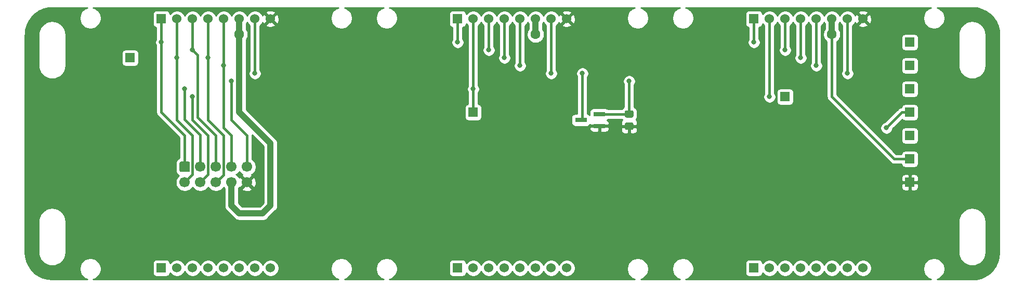
<source format=gbl>
G04 #@! TF.GenerationSoftware,KiCad,Pcbnew,(5.1.9)-1*
G04 #@! TF.CreationDate,2021-04-11T14:47:46+02:00*
G04 #@! TF.ProjectId,Sunrise clock display board,53756e72-6973-4652-9063-6c6f636b2064,V1.0*
G04 #@! TF.SameCoordinates,Original*
G04 #@! TF.FileFunction,Copper,L2,Bot*
G04 #@! TF.FilePolarity,Positive*
%FSLAX46Y46*%
G04 Gerber Fmt 4.6, Leading zero omitted, Abs format (unit mm)*
G04 Created by KiCad (PCBNEW (5.1.9)-1) date 2021-04-11 14:47:46*
%MOMM*%
%LPD*%
G01*
G04 APERTURE LIST*
G04 #@! TA.AperFunction,ComponentPad*
%ADD10R,1.500000X1.500000*%
G04 #@! TD*
G04 #@! TA.AperFunction,ComponentPad*
%ADD11C,1.700000*%
G04 #@! TD*
G04 #@! TA.AperFunction,ComponentPad*
%ADD12C,1.524000*%
G04 #@! TD*
G04 #@! TA.AperFunction,ComponentPad*
%ADD13R,1.524000X1.524000*%
G04 #@! TD*
G04 #@! TA.AperFunction,SMDPad,CuDef*
%ADD14R,1.900000X0.800000*%
G04 #@! TD*
G04 #@! TA.AperFunction,ViaPad*
%ADD15C,0.800000*%
G04 #@! TD*
G04 #@! TA.AperFunction,ViaPad*
%ADD16C,1.600000*%
G04 #@! TD*
G04 #@! TA.AperFunction,Conductor*
%ADD17C,0.400000*%
G04 #@! TD*
G04 #@! TA.AperFunction,Conductor*
%ADD18C,1.000000*%
G04 #@! TD*
G04 #@! TA.AperFunction,Conductor*
%ADD19C,0.254000*%
G04 #@! TD*
G04 #@! TA.AperFunction,Conductor*
%ADD20C,0.100000*%
G04 #@! TD*
G04 APERTURE END LIST*
D10*
X215900000Y-100330000D03*
X215900000Y-96520000D03*
X215900000Y-88900000D03*
X215900000Y-92710000D03*
X215900000Y-85090000D03*
X215900000Y-81280000D03*
X195580000Y-86360000D03*
X144780000Y-88900000D03*
X88900000Y-80010000D03*
X215900000Y-77470000D03*
D11*
X107950000Y-100330000D03*
X105410000Y-100330000D03*
X102870000Y-100330000D03*
X100330000Y-100330000D03*
X97790000Y-100330000D03*
X107950000Y-97790000D03*
X105410000Y-97790000D03*
X102870000Y-97790000D03*
X100330000Y-97790000D03*
G04 #@! TA.AperFunction,ComponentPad*
G36*
G01*
X97190000Y-96940000D02*
X98390000Y-96940000D01*
G75*
G02*
X98640000Y-97190000I0J-250000D01*
G01*
X98640000Y-98390000D01*
G75*
G02*
X98390000Y-98640000I-250000J0D01*
G01*
X97190000Y-98640000D01*
G75*
G02*
X96940000Y-98390000I0J250000D01*
G01*
X96940000Y-97190000D01*
G75*
G02*
X97190000Y-96940000I250000J0D01*
G01*
G37*
G04 #@! TD.AperFunction*
D12*
X205740000Y-114300000D03*
X208280000Y-114300000D03*
X203200000Y-114300000D03*
D13*
X190500000Y-114300000D03*
D12*
X200660000Y-114300000D03*
X198120000Y-114300000D03*
X193040000Y-114300000D03*
X195580000Y-114300000D03*
X208280000Y-73660000D03*
X205740000Y-73660000D03*
X203200000Y-73660000D03*
X200660000Y-73660000D03*
X198120000Y-73660000D03*
X195580000Y-73660000D03*
X193040000Y-73660000D03*
D13*
X190500000Y-73660000D03*
D12*
X157480000Y-114300000D03*
X160020000Y-114300000D03*
X154940000Y-114300000D03*
D13*
X142240000Y-114300000D03*
D12*
X152400000Y-114300000D03*
X149860000Y-114300000D03*
X144780000Y-114300000D03*
X147320000Y-114300000D03*
X160020000Y-73660000D03*
X157480000Y-73660000D03*
X154940000Y-73660000D03*
X152400000Y-73660000D03*
X149860000Y-73660000D03*
X147320000Y-73660000D03*
X144780000Y-73660000D03*
D13*
X142240000Y-73660000D03*
D12*
X109220000Y-114300000D03*
X111760000Y-114300000D03*
X106680000Y-114300000D03*
D13*
X93980000Y-114300000D03*
D12*
X104140000Y-114300000D03*
X101600000Y-114300000D03*
X96520000Y-114300000D03*
X99060000Y-114300000D03*
X111760000Y-73660000D03*
X109220000Y-73660000D03*
X106680000Y-73660000D03*
X104140000Y-73660000D03*
X101600000Y-73660000D03*
X99060000Y-73660000D03*
X96520000Y-73660000D03*
D13*
X93980000Y-73660000D03*
G04 #@! TA.AperFunction,SMDPad,CuDef*
G36*
G01*
X169729999Y-90570000D02*
X170630001Y-90570000D01*
G75*
G02*
X170880000Y-90819999I0J-249999D01*
G01*
X170880000Y-91520001D01*
G75*
G02*
X170630001Y-91770000I-249999J0D01*
G01*
X169729999Y-91770000D01*
G75*
G02*
X169480000Y-91520001I0J249999D01*
G01*
X169480000Y-90819999D01*
G75*
G02*
X169729999Y-90570000I249999J0D01*
G01*
G37*
G04 #@! TD.AperFunction*
G04 #@! TA.AperFunction,SMDPad,CuDef*
G36*
G01*
X169729999Y-88570000D02*
X170630001Y-88570000D01*
G75*
G02*
X170880000Y-88819999I0J-249999D01*
G01*
X170880000Y-89520001D01*
G75*
G02*
X170630001Y-89770000I-249999J0D01*
G01*
X169729999Y-89770000D01*
G75*
G02*
X169480000Y-89520001I0J249999D01*
G01*
X169480000Y-88819999D01*
G75*
G02*
X169729999Y-88570000I249999J0D01*
G01*
G37*
G04 #@! TD.AperFunction*
D14*
X162330000Y-90170000D03*
X165330000Y-91120000D03*
X165330000Y-89220000D03*
D15*
X109220000Y-82550000D03*
X205740000Y-82550000D03*
X157480000Y-82550000D03*
X162560000Y-82550000D03*
X212090000Y-91440000D03*
X93980000Y-77470000D03*
X190500000Y-77470000D03*
X142240000Y-77470000D03*
X105410000Y-83820000D03*
X170180000Y-83820000D03*
D16*
X106680000Y-76200000D03*
X203200000Y-76200000D03*
X154940000Y-76200000D03*
D15*
X200660000Y-81280000D03*
X104140000Y-81279988D03*
X152400000Y-81280000D03*
X101600000Y-80010000D03*
X198120000Y-80010000D03*
X149860000Y-80010000D03*
X195580000Y-78740000D03*
X99060000Y-78740000D03*
X147320000Y-78740000D03*
X96520000Y-80010000D03*
X144780000Y-85090000D03*
X97790000Y-85090000D03*
X193040000Y-86360000D03*
X99060000Y-86360000D03*
D17*
X109220000Y-73660000D02*
X109220000Y-82550000D01*
X205740000Y-82550000D02*
X205740000Y-73660000D01*
X157480000Y-73660000D02*
X157480000Y-82550000D01*
X162560000Y-89940000D02*
X162560000Y-82550000D01*
X162330000Y-90170000D02*
X162560000Y-89940000D01*
X214630000Y-88900000D02*
X212090000Y-91440000D01*
X215900000Y-88900000D02*
X214630000Y-88900000D01*
X93980000Y-73660000D02*
X93980000Y-77470000D01*
X190500000Y-77470000D02*
X190500000Y-73660000D01*
X142240000Y-73660000D02*
X142240000Y-77470000D01*
X93980000Y-83820000D02*
X93980000Y-77470000D01*
X93980000Y-88900000D02*
X93980000Y-83820000D01*
X97790000Y-92710000D02*
X93980000Y-88900000D01*
X97790000Y-97790000D02*
X97790000Y-92710000D01*
X170130000Y-89220000D02*
X170180000Y-89170000D01*
X165330000Y-89220000D02*
X170130000Y-89220000D01*
X107950000Y-97790000D02*
X107950000Y-92710000D01*
X107950000Y-92710000D02*
X105410000Y-90170000D01*
X105410000Y-90170000D02*
X105410000Y-83820000D01*
X170180000Y-83820000D02*
X170180000Y-89170000D01*
D18*
X106680000Y-73660000D02*
X106680000Y-76200000D01*
X203200000Y-73660000D02*
X203200000Y-76200000D01*
X154940000Y-73660000D02*
X154940000Y-76200000D01*
X105410000Y-104140000D02*
X105410000Y-100330000D01*
X110490000Y-105410000D02*
X106680000Y-105410000D01*
X111760000Y-93980000D02*
X111760000Y-104140000D01*
X106680000Y-105410000D02*
X105410000Y-104140000D01*
X106680000Y-88900000D02*
X111760000Y-93980000D01*
X111760000Y-104140000D02*
X110490000Y-105410000D01*
X106680000Y-76200000D02*
X106680000Y-88900000D01*
D17*
X203200000Y-76200000D02*
X203200000Y-86360000D01*
X213360000Y-96520000D02*
X215900000Y-96520000D01*
X203200000Y-86360000D02*
X213360000Y-96520000D01*
X200660000Y-73660000D02*
X200660000Y-81280000D01*
X104140000Y-73660000D02*
X104140000Y-81280000D01*
X104140000Y-81280000D02*
X104140000Y-81279988D01*
X104140000Y-91440000D02*
X104140000Y-81279988D01*
X105410000Y-92710000D02*
X104140000Y-91440000D01*
X105410000Y-97790000D02*
X105410000Y-92710000D01*
X152400000Y-73660000D02*
X152400000Y-81280000D01*
X101600000Y-73660000D02*
X101600000Y-80010000D01*
X198120000Y-80010000D02*
X198120000Y-73660000D01*
X149860000Y-73660000D02*
X149860000Y-80010000D01*
X104120001Y-99079999D02*
X102870000Y-100330000D01*
X104120001Y-92690001D02*
X104120001Y-99079999D01*
X101600000Y-90170000D02*
X104120001Y-92690001D01*
X101600000Y-80010000D02*
X101600000Y-90170000D01*
X195580000Y-73660000D02*
X195580000Y-78740000D01*
X99060000Y-78740000D02*
X99060000Y-73660000D01*
X147320000Y-73660000D02*
X147320000Y-78740000D01*
X102870000Y-92710000D02*
X102870000Y-97790000D01*
X99860001Y-89700001D02*
X102870000Y-92710000D01*
X99860001Y-79540001D02*
X99860001Y-89700001D01*
X99060000Y-78740000D02*
X99860001Y-79540001D01*
X99060000Y-92710000D02*
X99060000Y-99060000D01*
X96520000Y-90170000D02*
X99060000Y-92710000D01*
X99060000Y-99060000D02*
X97790000Y-100330000D01*
X96520000Y-73660000D02*
X96520000Y-90170000D01*
X144780000Y-73660000D02*
X144780000Y-85090000D01*
X100330000Y-92604636D02*
X100330000Y-97790000D01*
X97790000Y-90064636D02*
X100330000Y-92604636D01*
X97790000Y-85090000D02*
X97790000Y-90064636D01*
X144780000Y-85090000D02*
X144780000Y-88900000D01*
X193040000Y-73660000D02*
X193040000Y-86360000D01*
X101600000Y-99060000D02*
X100330000Y-100330000D01*
X101600000Y-92710000D02*
X101600000Y-99060000D01*
X99060000Y-90170000D02*
X101600000Y-92710000D01*
X99060000Y-86360000D02*
X99060000Y-90170000D01*
D19*
X81899335Y-71813596D02*
X81574485Y-71948153D01*
X81282129Y-72143500D01*
X81033500Y-72392129D01*
X80838153Y-72684485D01*
X80703596Y-73009335D01*
X80635000Y-73354193D01*
X80635000Y-73705807D01*
X80703596Y-74050665D01*
X80838153Y-74375515D01*
X81033500Y-74667871D01*
X81282129Y-74916500D01*
X81574485Y-75111847D01*
X81899335Y-75246404D01*
X82244193Y-75315000D01*
X82595807Y-75315000D01*
X82940665Y-75246404D01*
X83265515Y-75111847D01*
X83557871Y-74916500D01*
X83806500Y-74667871D01*
X84001847Y-74375515D01*
X84136404Y-74050665D01*
X84205000Y-73705807D01*
X84205000Y-73354193D01*
X84136404Y-73009335D01*
X84090288Y-72898000D01*
X92579928Y-72898000D01*
X92579928Y-74422000D01*
X92592188Y-74546482D01*
X92628498Y-74666180D01*
X92687463Y-74776494D01*
X92766815Y-74873185D01*
X92863506Y-74952537D01*
X92973820Y-75011502D01*
X93093518Y-75047812D01*
X93145000Y-75052882D01*
X93145001Y-76856714D01*
X93062795Y-76979744D01*
X92984774Y-77168102D01*
X92945000Y-77368061D01*
X92945000Y-77571939D01*
X92984774Y-77771898D01*
X93062795Y-77960256D01*
X93145001Y-78083286D01*
X93145000Y-83861018D01*
X93145001Y-83861028D01*
X93145000Y-88858981D01*
X93140960Y-88900000D01*
X93145000Y-88941018D01*
X93157082Y-89063688D01*
X93204828Y-89221086D01*
X93282364Y-89366145D01*
X93386709Y-89493291D01*
X93418579Y-89519446D01*
X96955001Y-93055870D01*
X96955000Y-96337722D01*
X96850150Y-96369528D01*
X96696614Y-96451595D01*
X96562038Y-96562038D01*
X96451595Y-96696614D01*
X96369528Y-96850150D01*
X96318992Y-97016746D01*
X96301928Y-97190000D01*
X96301928Y-98390000D01*
X96318992Y-98563254D01*
X96369528Y-98729850D01*
X96451595Y-98883386D01*
X96562038Y-99017962D01*
X96696614Y-99128405D01*
X96823608Y-99196285D01*
X96636525Y-99383368D01*
X96474010Y-99626589D01*
X96362068Y-99896842D01*
X96305000Y-100183740D01*
X96305000Y-100476260D01*
X96362068Y-100763158D01*
X96474010Y-101033411D01*
X96636525Y-101276632D01*
X96843368Y-101483475D01*
X97086589Y-101645990D01*
X97356842Y-101757932D01*
X97643740Y-101815000D01*
X97936260Y-101815000D01*
X98223158Y-101757932D01*
X98493411Y-101645990D01*
X98736632Y-101483475D01*
X98943475Y-101276632D01*
X99060000Y-101102240D01*
X99176525Y-101276632D01*
X99383368Y-101483475D01*
X99626589Y-101645990D01*
X99896842Y-101757932D01*
X100183740Y-101815000D01*
X100476260Y-101815000D01*
X100763158Y-101757932D01*
X101033411Y-101645990D01*
X101276632Y-101483475D01*
X101483475Y-101276632D01*
X101600000Y-101102240D01*
X101716525Y-101276632D01*
X101923368Y-101483475D01*
X102166589Y-101645990D01*
X102436842Y-101757932D01*
X102723740Y-101815000D01*
X103016260Y-101815000D01*
X103303158Y-101757932D01*
X103573411Y-101645990D01*
X103816632Y-101483475D01*
X104023475Y-101276632D01*
X104140000Y-101102240D01*
X104256525Y-101276632D01*
X104275001Y-101295108D01*
X104275000Y-104084248D01*
X104269509Y-104140000D01*
X104275000Y-104195751D01*
X104291423Y-104362498D01*
X104356324Y-104576446D01*
X104461716Y-104773623D01*
X104603551Y-104946449D01*
X104646865Y-104981996D01*
X105838008Y-106173140D01*
X105873551Y-106216449D01*
X106046377Y-106358284D01*
X106243553Y-106463676D01*
X106407705Y-106513471D01*
X106457500Y-106528577D01*
X106478493Y-106530644D01*
X106624248Y-106545000D01*
X106624255Y-106545000D01*
X106679999Y-106550490D01*
X106735743Y-106545000D01*
X110434249Y-106545000D01*
X110490000Y-106550491D01*
X110545751Y-106545000D01*
X110545752Y-106545000D01*
X110712499Y-106528577D01*
X110926447Y-106463676D01*
X111123623Y-106358284D01*
X111296449Y-106216449D01*
X111331996Y-106173135D01*
X112523140Y-104981992D01*
X112566449Y-104946449D01*
X112708284Y-104773623D01*
X112813676Y-104576447D01*
X112878577Y-104362499D01*
X112895000Y-104195752D01*
X112895000Y-104195745D01*
X112900490Y-104140001D01*
X112895000Y-104084257D01*
X112895000Y-101080000D01*
X214511928Y-101080000D01*
X214524188Y-101204482D01*
X214560498Y-101324180D01*
X214619463Y-101434494D01*
X214698815Y-101531185D01*
X214795506Y-101610537D01*
X214905820Y-101669502D01*
X215025518Y-101705812D01*
X215150000Y-101718072D01*
X215614250Y-101715000D01*
X215773000Y-101556250D01*
X215773000Y-100457000D01*
X216027000Y-100457000D01*
X216027000Y-101556250D01*
X216185750Y-101715000D01*
X216650000Y-101718072D01*
X216774482Y-101705812D01*
X216894180Y-101669502D01*
X217004494Y-101610537D01*
X217101185Y-101531185D01*
X217180537Y-101434494D01*
X217239502Y-101324180D01*
X217275812Y-101204482D01*
X217288072Y-101080000D01*
X217285000Y-100615750D01*
X217126250Y-100457000D01*
X216027000Y-100457000D01*
X215773000Y-100457000D01*
X214673750Y-100457000D01*
X214515000Y-100615750D01*
X214511928Y-101080000D01*
X112895000Y-101080000D01*
X112895000Y-99580000D01*
X214511928Y-99580000D01*
X214515000Y-100044250D01*
X214673750Y-100203000D01*
X215773000Y-100203000D01*
X215773000Y-99103750D01*
X216027000Y-99103750D01*
X216027000Y-100203000D01*
X217126250Y-100203000D01*
X217285000Y-100044250D01*
X217288072Y-99580000D01*
X217275812Y-99455518D01*
X217239502Y-99335820D01*
X217180537Y-99225506D01*
X217101185Y-99128815D01*
X217004494Y-99049463D01*
X216894180Y-98990498D01*
X216774482Y-98954188D01*
X216650000Y-98941928D01*
X216185750Y-98945000D01*
X216027000Y-99103750D01*
X215773000Y-99103750D01*
X215614250Y-98945000D01*
X215150000Y-98941928D01*
X215025518Y-98954188D01*
X214905820Y-98990498D01*
X214795506Y-99049463D01*
X214698815Y-99128815D01*
X214619463Y-99225506D01*
X214560498Y-99335820D01*
X214524188Y-99455518D01*
X214511928Y-99580000D01*
X112895000Y-99580000D01*
X112895000Y-94035751D01*
X112900491Y-93980000D01*
X112878577Y-93757501D01*
X112813676Y-93543553D01*
X112708284Y-93346377D01*
X112694382Y-93329438D01*
X112566449Y-93173551D01*
X112523141Y-93138009D01*
X110905132Y-91520000D01*
X163741928Y-91520000D01*
X163754188Y-91644482D01*
X163790498Y-91764180D01*
X163849463Y-91874494D01*
X163928815Y-91971185D01*
X164025506Y-92050537D01*
X164135820Y-92109502D01*
X164255518Y-92145812D01*
X164380000Y-92158072D01*
X165044250Y-92155000D01*
X165203000Y-91996250D01*
X165203000Y-91247000D01*
X165457000Y-91247000D01*
X165457000Y-91996250D01*
X165615750Y-92155000D01*
X166280000Y-92158072D01*
X166404482Y-92145812D01*
X166524180Y-92109502D01*
X166634494Y-92050537D01*
X166731185Y-91971185D01*
X166810537Y-91874494D01*
X166866391Y-91770000D01*
X168841928Y-91770000D01*
X168854188Y-91894482D01*
X168890498Y-92014180D01*
X168949463Y-92124494D01*
X169028815Y-92221185D01*
X169125506Y-92300537D01*
X169235820Y-92359502D01*
X169355518Y-92395812D01*
X169480000Y-92408072D01*
X169894250Y-92405000D01*
X170053000Y-92246250D01*
X170053000Y-91297000D01*
X170307000Y-91297000D01*
X170307000Y-92246250D01*
X170465750Y-92405000D01*
X170880000Y-92408072D01*
X171004482Y-92395812D01*
X171124180Y-92359502D01*
X171234494Y-92300537D01*
X171331185Y-92221185D01*
X171410537Y-92124494D01*
X171469502Y-92014180D01*
X171505812Y-91894482D01*
X171518072Y-91770000D01*
X171515000Y-91455750D01*
X171356250Y-91297000D01*
X170307000Y-91297000D01*
X170053000Y-91297000D01*
X169003750Y-91297000D01*
X168845000Y-91455750D01*
X168841928Y-91770000D01*
X166866391Y-91770000D01*
X166869502Y-91764180D01*
X166905812Y-91644482D01*
X166918072Y-91520000D01*
X166915000Y-91405750D01*
X166756250Y-91247000D01*
X165457000Y-91247000D01*
X165203000Y-91247000D01*
X163903750Y-91247000D01*
X163745000Y-91405750D01*
X163741928Y-91520000D01*
X110905132Y-91520000D01*
X107815000Y-88429869D01*
X107815000Y-77084284D01*
X107951680Y-76879727D01*
X108059853Y-76618574D01*
X108115000Y-76341335D01*
X108115000Y-76058665D01*
X108059853Y-75781426D01*
X107951680Y-75520273D01*
X107815000Y-75315716D01*
X107815000Y-74475884D01*
X107918005Y-74321727D01*
X107950000Y-74244485D01*
X107981995Y-74321727D01*
X108134880Y-74550535D01*
X108329465Y-74745120D01*
X108385000Y-74782227D01*
X108385001Y-81936714D01*
X108302795Y-82059744D01*
X108224774Y-82248102D01*
X108185000Y-82448061D01*
X108185000Y-82651939D01*
X108224774Y-82851898D01*
X108302795Y-83040256D01*
X108416063Y-83209774D01*
X108560226Y-83353937D01*
X108729744Y-83467205D01*
X108918102Y-83545226D01*
X109118061Y-83585000D01*
X109321939Y-83585000D01*
X109521898Y-83545226D01*
X109710256Y-83467205D01*
X109879774Y-83353937D01*
X110023937Y-83209774D01*
X110137205Y-83040256D01*
X110215226Y-82851898D01*
X110255000Y-82651939D01*
X110255000Y-82448061D01*
X110215226Y-82248102D01*
X110137205Y-82059744D01*
X110055000Y-81936715D01*
X110055000Y-74782227D01*
X110110535Y-74745120D01*
X110230090Y-74625565D01*
X110974040Y-74625565D01*
X111041020Y-74865656D01*
X111290048Y-74982756D01*
X111557135Y-75049023D01*
X111832017Y-75061910D01*
X112104133Y-75020922D01*
X112363023Y-74927636D01*
X112478980Y-74865656D01*
X112545960Y-74625565D01*
X111760000Y-73839605D01*
X110974040Y-74625565D01*
X110230090Y-74625565D01*
X110305120Y-74550535D01*
X110458005Y-74321727D01*
X110487692Y-74250057D01*
X110492364Y-74263023D01*
X110554344Y-74378980D01*
X110794435Y-74445960D01*
X111580395Y-73660000D01*
X111939605Y-73660000D01*
X112725565Y-74445960D01*
X112965656Y-74378980D01*
X113082756Y-74129952D01*
X113149023Y-73862865D01*
X113161910Y-73587983D01*
X113120922Y-73315867D01*
X113027636Y-73056977D01*
X112965656Y-72941020D01*
X112725565Y-72874040D01*
X111939605Y-73660000D01*
X111580395Y-73660000D01*
X110794435Y-72874040D01*
X110554344Y-72941020D01*
X110490515Y-73076760D01*
X110458005Y-72998273D01*
X110305120Y-72769465D01*
X110230090Y-72694435D01*
X110974040Y-72694435D01*
X111760000Y-73480395D01*
X112545960Y-72694435D01*
X112478980Y-72454344D01*
X112229952Y-72337244D01*
X111962865Y-72270977D01*
X111687983Y-72258090D01*
X111415867Y-72299078D01*
X111156977Y-72392364D01*
X111041020Y-72454344D01*
X110974040Y-72694435D01*
X110230090Y-72694435D01*
X110110535Y-72574880D01*
X109881727Y-72421995D01*
X109627490Y-72316686D01*
X109357592Y-72263000D01*
X109082408Y-72263000D01*
X108812510Y-72316686D01*
X108558273Y-72421995D01*
X108329465Y-72574880D01*
X108134880Y-72769465D01*
X107981995Y-72998273D01*
X107950000Y-73075515D01*
X107918005Y-72998273D01*
X107765120Y-72769465D01*
X107570535Y-72574880D01*
X107341727Y-72421995D01*
X107087490Y-72316686D01*
X106817592Y-72263000D01*
X106542408Y-72263000D01*
X106272510Y-72316686D01*
X106018273Y-72421995D01*
X105789465Y-72574880D01*
X105594880Y-72769465D01*
X105441995Y-72998273D01*
X105410000Y-73075515D01*
X105378005Y-72998273D01*
X105225120Y-72769465D01*
X105030535Y-72574880D01*
X104801727Y-72421995D01*
X104547490Y-72316686D01*
X104277592Y-72263000D01*
X104002408Y-72263000D01*
X103732510Y-72316686D01*
X103478273Y-72421995D01*
X103249465Y-72574880D01*
X103054880Y-72769465D01*
X102901995Y-72998273D01*
X102870000Y-73075515D01*
X102838005Y-72998273D01*
X102685120Y-72769465D01*
X102490535Y-72574880D01*
X102261727Y-72421995D01*
X102007490Y-72316686D01*
X101737592Y-72263000D01*
X101462408Y-72263000D01*
X101192510Y-72316686D01*
X100938273Y-72421995D01*
X100709465Y-72574880D01*
X100514880Y-72769465D01*
X100361995Y-72998273D01*
X100330000Y-73075515D01*
X100298005Y-72998273D01*
X100145120Y-72769465D01*
X99950535Y-72574880D01*
X99721727Y-72421995D01*
X99467490Y-72316686D01*
X99197592Y-72263000D01*
X98922408Y-72263000D01*
X98652510Y-72316686D01*
X98398273Y-72421995D01*
X98169465Y-72574880D01*
X97974880Y-72769465D01*
X97821995Y-72998273D01*
X97790000Y-73075515D01*
X97758005Y-72998273D01*
X97605120Y-72769465D01*
X97410535Y-72574880D01*
X97181727Y-72421995D01*
X96927490Y-72316686D01*
X96657592Y-72263000D01*
X96382408Y-72263000D01*
X96112510Y-72316686D01*
X95858273Y-72421995D01*
X95629465Y-72574880D01*
X95434880Y-72769465D01*
X95376080Y-72857465D01*
X95367812Y-72773518D01*
X95331502Y-72653820D01*
X95272537Y-72543506D01*
X95193185Y-72446815D01*
X95096494Y-72367463D01*
X94986180Y-72308498D01*
X94866482Y-72272188D01*
X94742000Y-72259928D01*
X93218000Y-72259928D01*
X93093518Y-72272188D01*
X92973820Y-72308498D01*
X92863506Y-72367463D01*
X92766815Y-72446815D01*
X92687463Y-72543506D01*
X92628498Y-72653820D01*
X92592188Y-72773518D01*
X92579928Y-72898000D01*
X84090288Y-72898000D01*
X84001847Y-72684485D01*
X83806500Y-72392129D01*
X83557871Y-72143500D01*
X83265515Y-71948153D01*
X82940665Y-71813596D01*
X82897450Y-71805000D01*
X122842550Y-71805000D01*
X122799335Y-71813596D01*
X122474485Y-71948153D01*
X122182129Y-72143500D01*
X121933500Y-72392129D01*
X121738153Y-72684485D01*
X121603596Y-73009335D01*
X121535000Y-73354193D01*
X121535000Y-73705807D01*
X121603596Y-74050665D01*
X121738153Y-74375515D01*
X121933500Y-74667871D01*
X122182129Y-74916500D01*
X122474485Y-75111847D01*
X122799335Y-75246404D01*
X123144193Y-75315000D01*
X123495807Y-75315000D01*
X123840665Y-75246404D01*
X124165515Y-75111847D01*
X124457871Y-74916500D01*
X124706500Y-74667871D01*
X124901847Y-74375515D01*
X125036404Y-74050665D01*
X125105000Y-73705807D01*
X125105000Y-73354193D01*
X125036404Y-73009335D01*
X124901847Y-72684485D01*
X124706500Y-72392129D01*
X124457871Y-72143500D01*
X124165515Y-71948153D01*
X123840665Y-71813596D01*
X123797450Y-71805000D01*
X130202550Y-71805000D01*
X130159335Y-71813596D01*
X129834485Y-71948153D01*
X129542129Y-72143500D01*
X129293500Y-72392129D01*
X129098153Y-72684485D01*
X128963596Y-73009335D01*
X128895000Y-73354193D01*
X128895000Y-73705807D01*
X128963596Y-74050665D01*
X129098153Y-74375515D01*
X129293500Y-74667871D01*
X129542129Y-74916500D01*
X129834485Y-75111847D01*
X130159335Y-75246404D01*
X130504193Y-75315000D01*
X130855807Y-75315000D01*
X131200665Y-75246404D01*
X131525515Y-75111847D01*
X131817871Y-74916500D01*
X132066500Y-74667871D01*
X132261847Y-74375515D01*
X132396404Y-74050665D01*
X132465000Y-73705807D01*
X132465000Y-73354193D01*
X132396404Y-73009335D01*
X132350288Y-72898000D01*
X140839928Y-72898000D01*
X140839928Y-74422000D01*
X140852188Y-74546482D01*
X140888498Y-74666180D01*
X140947463Y-74776494D01*
X141026815Y-74873185D01*
X141123506Y-74952537D01*
X141233820Y-75011502D01*
X141353518Y-75047812D01*
X141405000Y-75052882D01*
X141405001Y-76856714D01*
X141322795Y-76979744D01*
X141244774Y-77168102D01*
X141205000Y-77368061D01*
X141205000Y-77571939D01*
X141244774Y-77771898D01*
X141322795Y-77960256D01*
X141436063Y-78129774D01*
X141580226Y-78273937D01*
X141749744Y-78387205D01*
X141938102Y-78465226D01*
X142138061Y-78505000D01*
X142341939Y-78505000D01*
X142541898Y-78465226D01*
X142730256Y-78387205D01*
X142899774Y-78273937D01*
X143043937Y-78129774D01*
X143157205Y-77960256D01*
X143235226Y-77771898D01*
X143275000Y-77571939D01*
X143275000Y-77368061D01*
X143235226Y-77168102D01*
X143157205Y-76979744D01*
X143075000Y-76856715D01*
X143075000Y-75052882D01*
X143126482Y-75047812D01*
X143246180Y-75011502D01*
X143356494Y-74952537D01*
X143453185Y-74873185D01*
X143532537Y-74776494D01*
X143591502Y-74666180D01*
X143627812Y-74546482D01*
X143636080Y-74462535D01*
X143694880Y-74550535D01*
X143889465Y-74745120D01*
X143945000Y-74782227D01*
X143945001Y-84476714D01*
X143862795Y-84599744D01*
X143784774Y-84788102D01*
X143745000Y-84988061D01*
X143745000Y-85191939D01*
X143784774Y-85391898D01*
X143862795Y-85580256D01*
X143945000Y-85703285D01*
X143945001Y-87520299D01*
X143905518Y-87524188D01*
X143785820Y-87560498D01*
X143675506Y-87619463D01*
X143578815Y-87698815D01*
X143499463Y-87795506D01*
X143440498Y-87905820D01*
X143404188Y-88025518D01*
X143391928Y-88150000D01*
X143391928Y-89650000D01*
X143404188Y-89774482D01*
X143440498Y-89894180D01*
X143499463Y-90004494D01*
X143578815Y-90101185D01*
X143675506Y-90180537D01*
X143785820Y-90239502D01*
X143905518Y-90275812D01*
X144030000Y-90288072D01*
X145530000Y-90288072D01*
X145654482Y-90275812D01*
X145774180Y-90239502D01*
X145884494Y-90180537D01*
X145981185Y-90101185D01*
X146060537Y-90004494D01*
X146119502Y-89894180D01*
X146155812Y-89774482D01*
X146156253Y-89770000D01*
X160741928Y-89770000D01*
X160741928Y-90570000D01*
X160754188Y-90694482D01*
X160790498Y-90814180D01*
X160849463Y-90924494D01*
X160928815Y-91021185D01*
X161025506Y-91100537D01*
X161135820Y-91159502D01*
X161255518Y-91195812D01*
X161380000Y-91208072D01*
X163280000Y-91208072D01*
X163404482Y-91195812D01*
X163524180Y-91159502D01*
X163634494Y-91100537D01*
X163731185Y-91021185D01*
X163810537Y-90924494D01*
X163819143Y-90908393D01*
X163903750Y-90993000D01*
X165203000Y-90993000D01*
X165203000Y-90973000D01*
X165457000Y-90973000D01*
X165457000Y-90993000D01*
X166756250Y-90993000D01*
X166915000Y-90834250D01*
X166918072Y-90720000D01*
X166905812Y-90595518D01*
X166869502Y-90475820D01*
X166810537Y-90365506D01*
X166731185Y-90268815D01*
X166634494Y-90189463D01*
X166598082Y-90170000D01*
X166634494Y-90150537D01*
X166731185Y-90071185D01*
X166744468Y-90055000D01*
X169025746Y-90055000D01*
X169058276Y-90094637D01*
X169028815Y-90118815D01*
X168949463Y-90215506D01*
X168890498Y-90325820D01*
X168854188Y-90445518D01*
X168841928Y-90570000D01*
X168845000Y-90884250D01*
X169003750Y-91043000D01*
X170053000Y-91043000D01*
X170053000Y-91023000D01*
X170307000Y-91023000D01*
X170307000Y-91043000D01*
X171356250Y-91043000D01*
X171515000Y-90884250D01*
X171518072Y-90570000D01*
X171505812Y-90445518D01*
X171469502Y-90325820D01*
X171410537Y-90215506D01*
X171331185Y-90118815D01*
X171301724Y-90094637D01*
X171368405Y-90013387D01*
X171450472Y-89859851D01*
X171501008Y-89693255D01*
X171518072Y-89520001D01*
X171518072Y-88819999D01*
X171501008Y-88646745D01*
X171450472Y-88480149D01*
X171368405Y-88326613D01*
X171257962Y-88192038D01*
X171123387Y-88081595D01*
X171015000Y-88023661D01*
X171015000Y-84433285D01*
X171097205Y-84310256D01*
X171175226Y-84121898D01*
X171215000Y-83921939D01*
X171215000Y-83718061D01*
X171175226Y-83518102D01*
X171097205Y-83329744D01*
X170983937Y-83160226D01*
X170839774Y-83016063D01*
X170670256Y-82902795D01*
X170481898Y-82824774D01*
X170281939Y-82785000D01*
X170078061Y-82785000D01*
X169878102Y-82824774D01*
X169689744Y-82902795D01*
X169520226Y-83016063D01*
X169376063Y-83160226D01*
X169262795Y-83329744D01*
X169184774Y-83518102D01*
X169145000Y-83718061D01*
X169145000Y-83921939D01*
X169184774Y-84121898D01*
X169262795Y-84310256D01*
X169345000Y-84433285D01*
X169345001Y-88023660D01*
X169236613Y-88081595D01*
X169102038Y-88192038D01*
X168991595Y-88326613D01*
X168960386Y-88385000D01*
X166744468Y-88385000D01*
X166731185Y-88368815D01*
X166634494Y-88289463D01*
X166524180Y-88230498D01*
X166404482Y-88194188D01*
X166280000Y-88181928D01*
X164380000Y-88181928D01*
X164255518Y-88194188D01*
X164135820Y-88230498D01*
X164025506Y-88289463D01*
X163928815Y-88368815D01*
X163849463Y-88465506D01*
X163790498Y-88575820D01*
X163754188Y-88695518D01*
X163741928Y-88820000D01*
X163741928Y-89331905D01*
X163731185Y-89318815D01*
X163634494Y-89239463D01*
X163524180Y-89180498D01*
X163404482Y-89144188D01*
X163395000Y-89143254D01*
X163395000Y-83163285D01*
X163477205Y-83040256D01*
X163555226Y-82851898D01*
X163595000Y-82651939D01*
X163595000Y-82448061D01*
X163555226Y-82248102D01*
X163477205Y-82059744D01*
X163363937Y-81890226D01*
X163219774Y-81746063D01*
X163050256Y-81632795D01*
X162861898Y-81554774D01*
X162661939Y-81515000D01*
X162458061Y-81515000D01*
X162258102Y-81554774D01*
X162069744Y-81632795D01*
X161900226Y-81746063D01*
X161756063Y-81890226D01*
X161642795Y-82059744D01*
X161564774Y-82248102D01*
X161525000Y-82448061D01*
X161525000Y-82651939D01*
X161564774Y-82851898D01*
X161642795Y-83040256D01*
X161725001Y-83163286D01*
X161725000Y-89131928D01*
X161380000Y-89131928D01*
X161255518Y-89144188D01*
X161135820Y-89180498D01*
X161025506Y-89239463D01*
X160928815Y-89318815D01*
X160849463Y-89415506D01*
X160790498Y-89525820D01*
X160754188Y-89645518D01*
X160741928Y-89770000D01*
X146156253Y-89770000D01*
X146168072Y-89650000D01*
X146168072Y-88150000D01*
X146155812Y-88025518D01*
X146119502Y-87905820D01*
X146060537Y-87795506D01*
X145981185Y-87698815D01*
X145884494Y-87619463D01*
X145774180Y-87560498D01*
X145654482Y-87524188D01*
X145615000Y-87520299D01*
X145615000Y-85703285D01*
X145697205Y-85580256D01*
X145775226Y-85391898D01*
X145815000Y-85191939D01*
X145815000Y-84988061D01*
X145775226Y-84788102D01*
X145697205Y-84599744D01*
X145615000Y-84476715D01*
X145615000Y-74782227D01*
X145670535Y-74745120D01*
X145865120Y-74550535D01*
X146018005Y-74321727D01*
X146050000Y-74244485D01*
X146081995Y-74321727D01*
X146234880Y-74550535D01*
X146429465Y-74745120D01*
X146485000Y-74782228D01*
X146485001Y-78126714D01*
X146402795Y-78249744D01*
X146324774Y-78438102D01*
X146285000Y-78638061D01*
X146285000Y-78841939D01*
X146324774Y-79041898D01*
X146402795Y-79230256D01*
X146516063Y-79399774D01*
X146660226Y-79543937D01*
X146829744Y-79657205D01*
X147018102Y-79735226D01*
X147218061Y-79775000D01*
X147421939Y-79775000D01*
X147621898Y-79735226D01*
X147810256Y-79657205D01*
X147979774Y-79543937D01*
X148123937Y-79399774D01*
X148237205Y-79230256D01*
X148315226Y-79041898D01*
X148355000Y-78841939D01*
X148355000Y-78638061D01*
X148315226Y-78438102D01*
X148237205Y-78249744D01*
X148155000Y-78126715D01*
X148155000Y-74782227D01*
X148210535Y-74745120D01*
X148405120Y-74550535D01*
X148558005Y-74321727D01*
X148590000Y-74244485D01*
X148621995Y-74321727D01*
X148774880Y-74550535D01*
X148969465Y-74745120D01*
X149025000Y-74782228D01*
X149025001Y-79396714D01*
X148942795Y-79519744D01*
X148864774Y-79708102D01*
X148825000Y-79908061D01*
X148825000Y-80111939D01*
X148864774Y-80311898D01*
X148942795Y-80500256D01*
X149056063Y-80669774D01*
X149200226Y-80813937D01*
X149369744Y-80927205D01*
X149558102Y-81005226D01*
X149758061Y-81045000D01*
X149961939Y-81045000D01*
X150161898Y-81005226D01*
X150350256Y-80927205D01*
X150519774Y-80813937D01*
X150663937Y-80669774D01*
X150777205Y-80500256D01*
X150855226Y-80311898D01*
X150895000Y-80111939D01*
X150895000Y-79908061D01*
X150855226Y-79708102D01*
X150777205Y-79519744D01*
X150695000Y-79396715D01*
X150695000Y-74782227D01*
X150750535Y-74745120D01*
X150945120Y-74550535D01*
X151098005Y-74321727D01*
X151130000Y-74244485D01*
X151161995Y-74321727D01*
X151314880Y-74550535D01*
X151509465Y-74745120D01*
X151565000Y-74782227D01*
X151565001Y-80666714D01*
X151482795Y-80789744D01*
X151404774Y-80978102D01*
X151365000Y-81178061D01*
X151365000Y-81381939D01*
X151404774Y-81581898D01*
X151482795Y-81770256D01*
X151596063Y-81939774D01*
X151740226Y-82083937D01*
X151909744Y-82197205D01*
X152098102Y-82275226D01*
X152298061Y-82315000D01*
X152501939Y-82315000D01*
X152701898Y-82275226D01*
X152890256Y-82197205D01*
X153059774Y-82083937D01*
X153203937Y-81939774D01*
X153317205Y-81770256D01*
X153395226Y-81581898D01*
X153435000Y-81381939D01*
X153435000Y-81178061D01*
X153395226Y-80978102D01*
X153317205Y-80789744D01*
X153235000Y-80666715D01*
X153235000Y-74782227D01*
X153290535Y-74745120D01*
X153485120Y-74550535D01*
X153638005Y-74321727D01*
X153670000Y-74244485D01*
X153701995Y-74321727D01*
X153805000Y-74475885D01*
X153805001Y-75315715D01*
X153668320Y-75520273D01*
X153560147Y-75781426D01*
X153505000Y-76058665D01*
X153505000Y-76341335D01*
X153560147Y-76618574D01*
X153668320Y-76879727D01*
X153825363Y-77114759D01*
X154025241Y-77314637D01*
X154260273Y-77471680D01*
X154521426Y-77579853D01*
X154798665Y-77635000D01*
X155081335Y-77635000D01*
X155358574Y-77579853D01*
X155619727Y-77471680D01*
X155854759Y-77314637D01*
X156054637Y-77114759D01*
X156211680Y-76879727D01*
X156319853Y-76618574D01*
X156375000Y-76341335D01*
X156375000Y-76058665D01*
X156319853Y-75781426D01*
X156211680Y-75520273D01*
X156075000Y-75315716D01*
X156075000Y-74475884D01*
X156178005Y-74321727D01*
X156210000Y-74244485D01*
X156241995Y-74321727D01*
X156394880Y-74550535D01*
X156589465Y-74745120D01*
X156645000Y-74782227D01*
X156645001Y-81936714D01*
X156562795Y-82059744D01*
X156484774Y-82248102D01*
X156445000Y-82448061D01*
X156445000Y-82651939D01*
X156484774Y-82851898D01*
X156562795Y-83040256D01*
X156676063Y-83209774D01*
X156820226Y-83353937D01*
X156989744Y-83467205D01*
X157178102Y-83545226D01*
X157378061Y-83585000D01*
X157581939Y-83585000D01*
X157781898Y-83545226D01*
X157970256Y-83467205D01*
X158139774Y-83353937D01*
X158283937Y-83209774D01*
X158397205Y-83040256D01*
X158475226Y-82851898D01*
X158515000Y-82651939D01*
X158515000Y-82448061D01*
X158475226Y-82248102D01*
X158397205Y-82059744D01*
X158315000Y-81936715D01*
X158315000Y-74782227D01*
X158370535Y-74745120D01*
X158490090Y-74625565D01*
X159234040Y-74625565D01*
X159301020Y-74865656D01*
X159550048Y-74982756D01*
X159817135Y-75049023D01*
X160092017Y-75061910D01*
X160364133Y-75020922D01*
X160623023Y-74927636D01*
X160738980Y-74865656D01*
X160805960Y-74625565D01*
X160020000Y-73839605D01*
X159234040Y-74625565D01*
X158490090Y-74625565D01*
X158565120Y-74550535D01*
X158718005Y-74321727D01*
X158747692Y-74250057D01*
X158752364Y-74263023D01*
X158814344Y-74378980D01*
X159054435Y-74445960D01*
X159840395Y-73660000D01*
X160199605Y-73660000D01*
X160985565Y-74445960D01*
X161225656Y-74378980D01*
X161342756Y-74129952D01*
X161409023Y-73862865D01*
X161421910Y-73587983D01*
X161380922Y-73315867D01*
X161287636Y-73056977D01*
X161225656Y-72941020D01*
X160985565Y-72874040D01*
X160199605Y-73660000D01*
X159840395Y-73660000D01*
X159054435Y-72874040D01*
X158814344Y-72941020D01*
X158750515Y-73076760D01*
X158718005Y-72998273D01*
X158565120Y-72769465D01*
X158490090Y-72694435D01*
X159234040Y-72694435D01*
X160020000Y-73480395D01*
X160805960Y-72694435D01*
X160738980Y-72454344D01*
X160489952Y-72337244D01*
X160222865Y-72270977D01*
X159947983Y-72258090D01*
X159675867Y-72299078D01*
X159416977Y-72392364D01*
X159301020Y-72454344D01*
X159234040Y-72694435D01*
X158490090Y-72694435D01*
X158370535Y-72574880D01*
X158141727Y-72421995D01*
X157887490Y-72316686D01*
X157617592Y-72263000D01*
X157342408Y-72263000D01*
X157072510Y-72316686D01*
X156818273Y-72421995D01*
X156589465Y-72574880D01*
X156394880Y-72769465D01*
X156241995Y-72998273D01*
X156210000Y-73075515D01*
X156178005Y-72998273D01*
X156025120Y-72769465D01*
X155830535Y-72574880D01*
X155601727Y-72421995D01*
X155347490Y-72316686D01*
X155077592Y-72263000D01*
X154802408Y-72263000D01*
X154532510Y-72316686D01*
X154278273Y-72421995D01*
X154049465Y-72574880D01*
X153854880Y-72769465D01*
X153701995Y-72998273D01*
X153670000Y-73075515D01*
X153638005Y-72998273D01*
X153485120Y-72769465D01*
X153290535Y-72574880D01*
X153061727Y-72421995D01*
X152807490Y-72316686D01*
X152537592Y-72263000D01*
X152262408Y-72263000D01*
X151992510Y-72316686D01*
X151738273Y-72421995D01*
X151509465Y-72574880D01*
X151314880Y-72769465D01*
X151161995Y-72998273D01*
X151130000Y-73075515D01*
X151098005Y-72998273D01*
X150945120Y-72769465D01*
X150750535Y-72574880D01*
X150521727Y-72421995D01*
X150267490Y-72316686D01*
X149997592Y-72263000D01*
X149722408Y-72263000D01*
X149452510Y-72316686D01*
X149198273Y-72421995D01*
X148969465Y-72574880D01*
X148774880Y-72769465D01*
X148621995Y-72998273D01*
X148590000Y-73075515D01*
X148558005Y-72998273D01*
X148405120Y-72769465D01*
X148210535Y-72574880D01*
X147981727Y-72421995D01*
X147727490Y-72316686D01*
X147457592Y-72263000D01*
X147182408Y-72263000D01*
X146912510Y-72316686D01*
X146658273Y-72421995D01*
X146429465Y-72574880D01*
X146234880Y-72769465D01*
X146081995Y-72998273D01*
X146050000Y-73075515D01*
X146018005Y-72998273D01*
X145865120Y-72769465D01*
X145670535Y-72574880D01*
X145441727Y-72421995D01*
X145187490Y-72316686D01*
X144917592Y-72263000D01*
X144642408Y-72263000D01*
X144372510Y-72316686D01*
X144118273Y-72421995D01*
X143889465Y-72574880D01*
X143694880Y-72769465D01*
X143636080Y-72857465D01*
X143627812Y-72773518D01*
X143591502Y-72653820D01*
X143532537Y-72543506D01*
X143453185Y-72446815D01*
X143356494Y-72367463D01*
X143246180Y-72308498D01*
X143126482Y-72272188D01*
X143002000Y-72259928D01*
X141478000Y-72259928D01*
X141353518Y-72272188D01*
X141233820Y-72308498D01*
X141123506Y-72367463D01*
X141026815Y-72446815D01*
X140947463Y-72543506D01*
X140888498Y-72653820D01*
X140852188Y-72773518D01*
X140839928Y-72898000D01*
X132350288Y-72898000D01*
X132261847Y-72684485D01*
X132066500Y-72392129D01*
X131817871Y-72143500D01*
X131525515Y-71948153D01*
X131200665Y-71813596D01*
X131157450Y-71805000D01*
X171102550Y-71805000D01*
X171059335Y-71813596D01*
X170734485Y-71948153D01*
X170442129Y-72143500D01*
X170193500Y-72392129D01*
X169998153Y-72684485D01*
X169863596Y-73009335D01*
X169795000Y-73354193D01*
X169795000Y-73705807D01*
X169863596Y-74050665D01*
X169998153Y-74375515D01*
X170193500Y-74667871D01*
X170442129Y-74916500D01*
X170734485Y-75111847D01*
X171059335Y-75246404D01*
X171404193Y-75315000D01*
X171755807Y-75315000D01*
X172100665Y-75246404D01*
X172425515Y-75111847D01*
X172717871Y-74916500D01*
X172966500Y-74667871D01*
X173161847Y-74375515D01*
X173296404Y-74050665D01*
X173365000Y-73705807D01*
X173365000Y-73354193D01*
X173296404Y-73009335D01*
X173161847Y-72684485D01*
X172966500Y-72392129D01*
X172717871Y-72143500D01*
X172425515Y-71948153D01*
X172100665Y-71813596D01*
X172057450Y-71805000D01*
X178462550Y-71805000D01*
X178419335Y-71813596D01*
X178094485Y-71948153D01*
X177802129Y-72143500D01*
X177553500Y-72392129D01*
X177358153Y-72684485D01*
X177223596Y-73009335D01*
X177155000Y-73354193D01*
X177155000Y-73705807D01*
X177223596Y-74050665D01*
X177358153Y-74375515D01*
X177553500Y-74667871D01*
X177802129Y-74916500D01*
X178094485Y-75111847D01*
X178419335Y-75246404D01*
X178764193Y-75315000D01*
X179115807Y-75315000D01*
X179460665Y-75246404D01*
X179785515Y-75111847D01*
X180077871Y-74916500D01*
X180326500Y-74667871D01*
X180521847Y-74375515D01*
X180656404Y-74050665D01*
X180725000Y-73705807D01*
X180725000Y-73354193D01*
X180656404Y-73009335D01*
X180610288Y-72898000D01*
X189099928Y-72898000D01*
X189099928Y-74422000D01*
X189112188Y-74546482D01*
X189148498Y-74666180D01*
X189207463Y-74776494D01*
X189286815Y-74873185D01*
X189383506Y-74952537D01*
X189493820Y-75011502D01*
X189613518Y-75047812D01*
X189665001Y-75052882D01*
X189665000Y-76856715D01*
X189582795Y-76979744D01*
X189504774Y-77168102D01*
X189465000Y-77368061D01*
X189465000Y-77571939D01*
X189504774Y-77771898D01*
X189582795Y-77960256D01*
X189696063Y-78129774D01*
X189840226Y-78273937D01*
X190009744Y-78387205D01*
X190198102Y-78465226D01*
X190398061Y-78505000D01*
X190601939Y-78505000D01*
X190801898Y-78465226D01*
X190990256Y-78387205D01*
X191159774Y-78273937D01*
X191303937Y-78129774D01*
X191417205Y-77960256D01*
X191495226Y-77771898D01*
X191535000Y-77571939D01*
X191535000Y-77368061D01*
X191495226Y-77168102D01*
X191417205Y-76979744D01*
X191335000Y-76856715D01*
X191335000Y-75052882D01*
X191386482Y-75047812D01*
X191506180Y-75011502D01*
X191616494Y-74952537D01*
X191713185Y-74873185D01*
X191792537Y-74776494D01*
X191851502Y-74666180D01*
X191887812Y-74546482D01*
X191896080Y-74462535D01*
X191954880Y-74550535D01*
X192149465Y-74745120D01*
X192205000Y-74782227D01*
X192205001Y-85746714D01*
X192122795Y-85869744D01*
X192044774Y-86058102D01*
X192005000Y-86258061D01*
X192005000Y-86461939D01*
X192044774Y-86661898D01*
X192122795Y-86850256D01*
X192236063Y-87019774D01*
X192380226Y-87163937D01*
X192549744Y-87277205D01*
X192738102Y-87355226D01*
X192938061Y-87395000D01*
X193141939Y-87395000D01*
X193341898Y-87355226D01*
X193530256Y-87277205D01*
X193699774Y-87163937D01*
X193843937Y-87019774D01*
X193957205Y-86850256D01*
X194035226Y-86661898D01*
X194075000Y-86461939D01*
X194075000Y-86258061D01*
X194035226Y-86058102D01*
X193957205Y-85869744D01*
X193875000Y-85746715D01*
X193875000Y-85610000D01*
X194191928Y-85610000D01*
X194191928Y-87110000D01*
X194204188Y-87234482D01*
X194240498Y-87354180D01*
X194299463Y-87464494D01*
X194378815Y-87561185D01*
X194475506Y-87640537D01*
X194585820Y-87699502D01*
X194705518Y-87735812D01*
X194830000Y-87748072D01*
X196330000Y-87748072D01*
X196454482Y-87735812D01*
X196574180Y-87699502D01*
X196684494Y-87640537D01*
X196781185Y-87561185D01*
X196860537Y-87464494D01*
X196919502Y-87354180D01*
X196955812Y-87234482D01*
X196968072Y-87110000D01*
X196968072Y-85610000D01*
X196955812Y-85485518D01*
X196919502Y-85365820D01*
X196860537Y-85255506D01*
X196781185Y-85158815D01*
X196684494Y-85079463D01*
X196574180Y-85020498D01*
X196454482Y-84984188D01*
X196330000Y-84971928D01*
X194830000Y-84971928D01*
X194705518Y-84984188D01*
X194585820Y-85020498D01*
X194475506Y-85079463D01*
X194378815Y-85158815D01*
X194299463Y-85255506D01*
X194240498Y-85365820D01*
X194204188Y-85485518D01*
X194191928Y-85610000D01*
X193875000Y-85610000D01*
X193875000Y-74782227D01*
X193930535Y-74745120D01*
X194125120Y-74550535D01*
X194278005Y-74321727D01*
X194310000Y-74244485D01*
X194341995Y-74321727D01*
X194494880Y-74550535D01*
X194689465Y-74745120D01*
X194745000Y-74782228D01*
X194745001Y-78126714D01*
X194662795Y-78249744D01*
X194584774Y-78438102D01*
X194545000Y-78638061D01*
X194545000Y-78841939D01*
X194584774Y-79041898D01*
X194662795Y-79230256D01*
X194776063Y-79399774D01*
X194920226Y-79543937D01*
X195089744Y-79657205D01*
X195278102Y-79735226D01*
X195478061Y-79775000D01*
X195681939Y-79775000D01*
X195881898Y-79735226D01*
X196070256Y-79657205D01*
X196239774Y-79543937D01*
X196383937Y-79399774D01*
X196497205Y-79230256D01*
X196575226Y-79041898D01*
X196615000Y-78841939D01*
X196615000Y-78638061D01*
X196575226Y-78438102D01*
X196497205Y-78249744D01*
X196415000Y-78126715D01*
X196415000Y-74782227D01*
X196470535Y-74745120D01*
X196665120Y-74550535D01*
X196818005Y-74321727D01*
X196850000Y-74244485D01*
X196881995Y-74321727D01*
X197034880Y-74550535D01*
X197229465Y-74745120D01*
X197285001Y-74782228D01*
X197285000Y-79396715D01*
X197202795Y-79519744D01*
X197124774Y-79708102D01*
X197085000Y-79908061D01*
X197085000Y-80111939D01*
X197124774Y-80311898D01*
X197202795Y-80500256D01*
X197316063Y-80669774D01*
X197460226Y-80813937D01*
X197629744Y-80927205D01*
X197818102Y-81005226D01*
X198018061Y-81045000D01*
X198221939Y-81045000D01*
X198421898Y-81005226D01*
X198610256Y-80927205D01*
X198779774Y-80813937D01*
X198923937Y-80669774D01*
X199037205Y-80500256D01*
X199115226Y-80311898D01*
X199155000Y-80111939D01*
X199155000Y-79908061D01*
X199115226Y-79708102D01*
X199037205Y-79519744D01*
X198955000Y-79396715D01*
X198955000Y-74782227D01*
X199010535Y-74745120D01*
X199205120Y-74550535D01*
X199358005Y-74321727D01*
X199390000Y-74244485D01*
X199421995Y-74321727D01*
X199574880Y-74550535D01*
X199769465Y-74745120D01*
X199825000Y-74782227D01*
X199825001Y-80666714D01*
X199742795Y-80789744D01*
X199664774Y-80978102D01*
X199625000Y-81178061D01*
X199625000Y-81381939D01*
X199664774Y-81581898D01*
X199742795Y-81770256D01*
X199856063Y-81939774D01*
X200000226Y-82083937D01*
X200169744Y-82197205D01*
X200358102Y-82275226D01*
X200558061Y-82315000D01*
X200761939Y-82315000D01*
X200961898Y-82275226D01*
X201150256Y-82197205D01*
X201319774Y-82083937D01*
X201463937Y-81939774D01*
X201577205Y-81770256D01*
X201655226Y-81581898D01*
X201695000Y-81381939D01*
X201695000Y-81178061D01*
X201655226Y-80978102D01*
X201577205Y-80789744D01*
X201495000Y-80666715D01*
X201495000Y-74782227D01*
X201550535Y-74745120D01*
X201745120Y-74550535D01*
X201898005Y-74321727D01*
X201930000Y-74244485D01*
X201961995Y-74321727D01*
X202065000Y-74475885D01*
X202065001Y-75315715D01*
X201928320Y-75520273D01*
X201820147Y-75781426D01*
X201765000Y-76058665D01*
X201765000Y-76341335D01*
X201820147Y-76618574D01*
X201928320Y-76879727D01*
X202085363Y-77114759D01*
X202285241Y-77314637D01*
X202365000Y-77367930D01*
X202365001Y-86318971D01*
X202360960Y-86360000D01*
X202377082Y-86523688D01*
X202424828Y-86681086D01*
X202502364Y-86826145D01*
X202525907Y-86854832D01*
X202606710Y-86953291D01*
X202638574Y-86979441D01*
X212740563Y-97081432D01*
X212766709Y-97113291D01*
X212798568Y-97139437D01*
X212798570Y-97139439D01*
X212893854Y-97217636D01*
X213038913Y-97295172D01*
X213196311Y-97342918D01*
X213360000Y-97359040D01*
X213401018Y-97355000D01*
X214520299Y-97355000D01*
X214524188Y-97394482D01*
X214560498Y-97514180D01*
X214619463Y-97624494D01*
X214698815Y-97721185D01*
X214795506Y-97800537D01*
X214905820Y-97859502D01*
X215025518Y-97895812D01*
X215150000Y-97908072D01*
X216650000Y-97908072D01*
X216774482Y-97895812D01*
X216894180Y-97859502D01*
X217004494Y-97800537D01*
X217101185Y-97721185D01*
X217180537Y-97624494D01*
X217239502Y-97514180D01*
X217275812Y-97394482D01*
X217288072Y-97270000D01*
X217288072Y-95770000D01*
X217275812Y-95645518D01*
X217239502Y-95525820D01*
X217180537Y-95415506D01*
X217101185Y-95318815D01*
X217004494Y-95239463D01*
X216894180Y-95180498D01*
X216774482Y-95144188D01*
X216650000Y-95131928D01*
X215150000Y-95131928D01*
X215025518Y-95144188D01*
X214905820Y-95180498D01*
X214795506Y-95239463D01*
X214698815Y-95318815D01*
X214619463Y-95415506D01*
X214560498Y-95525820D01*
X214524188Y-95645518D01*
X214520299Y-95685000D01*
X213705869Y-95685000D01*
X209358930Y-91338061D01*
X211055000Y-91338061D01*
X211055000Y-91541939D01*
X211094774Y-91741898D01*
X211172795Y-91930256D01*
X211286063Y-92099774D01*
X211430226Y-92243937D01*
X211599744Y-92357205D01*
X211788102Y-92435226D01*
X211988061Y-92475000D01*
X212191939Y-92475000D01*
X212391898Y-92435226D01*
X212580256Y-92357205D01*
X212749774Y-92243937D01*
X212893937Y-92099774D01*
X212987330Y-91960000D01*
X214511928Y-91960000D01*
X214511928Y-93460000D01*
X214524188Y-93584482D01*
X214560498Y-93704180D01*
X214619463Y-93814494D01*
X214698815Y-93911185D01*
X214795506Y-93990537D01*
X214905820Y-94049502D01*
X215025518Y-94085812D01*
X215150000Y-94098072D01*
X216650000Y-94098072D01*
X216774482Y-94085812D01*
X216894180Y-94049502D01*
X217004494Y-93990537D01*
X217101185Y-93911185D01*
X217180537Y-93814494D01*
X217239502Y-93704180D01*
X217275812Y-93584482D01*
X217288072Y-93460000D01*
X217288072Y-91960000D01*
X217275812Y-91835518D01*
X217239502Y-91715820D01*
X217180537Y-91605506D01*
X217101185Y-91508815D01*
X217004494Y-91429463D01*
X216894180Y-91370498D01*
X216774482Y-91334188D01*
X216650000Y-91321928D01*
X215150000Y-91321928D01*
X215025518Y-91334188D01*
X214905820Y-91370498D01*
X214795506Y-91429463D01*
X214698815Y-91508815D01*
X214619463Y-91605506D01*
X214560498Y-91715820D01*
X214524188Y-91835518D01*
X214511928Y-91960000D01*
X212987330Y-91960000D01*
X213007205Y-91930256D01*
X213085226Y-91741898D01*
X213114093Y-91596775D01*
X214658638Y-90052229D01*
X214698815Y-90101185D01*
X214795506Y-90180537D01*
X214905820Y-90239502D01*
X215025518Y-90275812D01*
X215150000Y-90288072D01*
X216650000Y-90288072D01*
X216774482Y-90275812D01*
X216894180Y-90239502D01*
X217004494Y-90180537D01*
X217101185Y-90101185D01*
X217180537Y-90004494D01*
X217239502Y-89894180D01*
X217275812Y-89774482D01*
X217288072Y-89650000D01*
X217288072Y-88150000D01*
X217275812Y-88025518D01*
X217239502Y-87905820D01*
X217180537Y-87795506D01*
X217101185Y-87698815D01*
X217004494Y-87619463D01*
X216894180Y-87560498D01*
X216774482Y-87524188D01*
X216650000Y-87511928D01*
X215150000Y-87511928D01*
X215025518Y-87524188D01*
X214905820Y-87560498D01*
X214795506Y-87619463D01*
X214698815Y-87698815D01*
X214619463Y-87795506D01*
X214560498Y-87905820D01*
X214524188Y-88025518D01*
X214519627Y-88071831D01*
X214466311Y-88077082D01*
X214308913Y-88124828D01*
X214163854Y-88202364D01*
X214036709Y-88306709D01*
X214010559Y-88338573D01*
X211933225Y-90415907D01*
X211788102Y-90444774D01*
X211599744Y-90522795D01*
X211430226Y-90636063D01*
X211286063Y-90780226D01*
X211172795Y-90949744D01*
X211094774Y-91138102D01*
X211055000Y-91338061D01*
X209358930Y-91338061D01*
X204035000Y-86014133D01*
X204035000Y-84340000D01*
X214511928Y-84340000D01*
X214511928Y-85840000D01*
X214524188Y-85964482D01*
X214560498Y-86084180D01*
X214619463Y-86194494D01*
X214698815Y-86291185D01*
X214795506Y-86370537D01*
X214905820Y-86429502D01*
X215025518Y-86465812D01*
X215150000Y-86478072D01*
X216650000Y-86478072D01*
X216774482Y-86465812D01*
X216894180Y-86429502D01*
X217004494Y-86370537D01*
X217101185Y-86291185D01*
X217180537Y-86194494D01*
X217239502Y-86084180D01*
X217275812Y-85964482D01*
X217288072Y-85840000D01*
X217288072Y-84340000D01*
X217275812Y-84215518D01*
X217239502Y-84095820D01*
X217180537Y-83985506D01*
X217101185Y-83888815D01*
X217004494Y-83809463D01*
X216894180Y-83750498D01*
X216774482Y-83714188D01*
X216650000Y-83701928D01*
X215150000Y-83701928D01*
X215025518Y-83714188D01*
X214905820Y-83750498D01*
X214795506Y-83809463D01*
X214698815Y-83888815D01*
X214619463Y-83985506D01*
X214560498Y-84095820D01*
X214524188Y-84215518D01*
X214511928Y-84340000D01*
X204035000Y-84340000D01*
X204035000Y-77367930D01*
X204114759Y-77314637D01*
X204314637Y-77114759D01*
X204471680Y-76879727D01*
X204579853Y-76618574D01*
X204635000Y-76341335D01*
X204635000Y-76058665D01*
X204579853Y-75781426D01*
X204471680Y-75520273D01*
X204335000Y-75315716D01*
X204335000Y-74475884D01*
X204438005Y-74321727D01*
X204470000Y-74244485D01*
X204501995Y-74321727D01*
X204654880Y-74550535D01*
X204849465Y-74745120D01*
X204905001Y-74782228D01*
X204905000Y-81936715D01*
X204822795Y-82059744D01*
X204744774Y-82248102D01*
X204705000Y-82448061D01*
X204705000Y-82651939D01*
X204744774Y-82851898D01*
X204822795Y-83040256D01*
X204936063Y-83209774D01*
X205080226Y-83353937D01*
X205249744Y-83467205D01*
X205438102Y-83545226D01*
X205638061Y-83585000D01*
X205841939Y-83585000D01*
X206041898Y-83545226D01*
X206230256Y-83467205D01*
X206399774Y-83353937D01*
X206543937Y-83209774D01*
X206657205Y-83040256D01*
X206735226Y-82851898D01*
X206775000Y-82651939D01*
X206775000Y-82448061D01*
X206735226Y-82248102D01*
X206657205Y-82059744D01*
X206575000Y-81936715D01*
X206575000Y-80530000D01*
X214511928Y-80530000D01*
X214511928Y-82030000D01*
X214524188Y-82154482D01*
X214560498Y-82274180D01*
X214619463Y-82384494D01*
X214698815Y-82481185D01*
X214795506Y-82560537D01*
X214905820Y-82619502D01*
X215025518Y-82655812D01*
X215150000Y-82668072D01*
X216650000Y-82668072D01*
X216774482Y-82655812D01*
X216894180Y-82619502D01*
X217004494Y-82560537D01*
X217101185Y-82481185D01*
X217180537Y-82384494D01*
X217239502Y-82274180D01*
X217275812Y-82154482D01*
X217288072Y-82030000D01*
X217288072Y-80530000D01*
X217275812Y-80405518D01*
X217239502Y-80285820D01*
X217180537Y-80175506D01*
X217101185Y-80078815D01*
X217004494Y-79999463D01*
X216894180Y-79940498D01*
X216774482Y-79904188D01*
X216650000Y-79891928D01*
X215150000Y-79891928D01*
X215025518Y-79904188D01*
X214905820Y-79940498D01*
X214795506Y-79999463D01*
X214698815Y-80078815D01*
X214619463Y-80175506D01*
X214560498Y-80285820D01*
X214524188Y-80405518D01*
X214511928Y-80530000D01*
X206575000Y-80530000D01*
X206575000Y-76720000D01*
X214511928Y-76720000D01*
X214511928Y-78220000D01*
X214524188Y-78344482D01*
X214560498Y-78464180D01*
X214619463Y-78574494D01*
X214698815Y-78671185D01*
X214795506Y-78750537D01*
X214905820Y-78809502D01*
X215025518Y-78845812D01*
X215150000Y-78858072D01*
X216650000Y-78858072D01*
X216774482Y-78845812D01*
X216894180Y-78809502D01*
X217004494Y-78750537D01*
X217101185Y-78671185D01*
X217180537Y-78574494D01*
X217239502Y-78464180D01*
X217275812Y-78344482D01*
X217288072Y-78220000D01*
X217288072Y-76720000D01*
X217275812Y-76595518D01*
X217239502Y-76475820D01*
X217180537Y-76365506D01*
X217101185Y-76268815D01*
X217004494Y-76189463D01*
X216894180Y-76130498D01*
X216893215Y-76130205D01*
X223825000Y-76130205D01*
X223825001Y-81349796D01*
X223857340Y-81678137D01*
X223985139Y-82099436D01*
X224192675Y-82487707D01*
X224471971Y-82828030D01*
X224812294Y-83107326D01*
X225200565Y-83314862D01*
X225621864Y-83442661D01*
X226060000Y-83485814D01*
X226498137Y-83442661D01*
X226919436Y-83314862D01*
X227307707Y-83107326D01*
X227648030Y-82828030D01*
X227927326Y-82487707D01*
X228134862Y-82099436D01*
X228262661Y-81678137D01*
X228295000Y-81349796D01*
X228295000Y-76130204D01*
X228262661Y-75801863D01*
X228134862Y-75380564D01*
X227927326Y-74992293D01*
X227648030Y-74651970D01*
X227307707Y-74372674D01*
X226919435Y-74165138D01*
X226498136Y-74037339D01*
X226060000Y-73994186D01*
X225621863Y-74037339D01*
X225200564Y-74165138D01*
X224812293Y-74372674D01*
X224471970Y-74651970D01*
X224192674Y-74992293D01*
X223985138Y-75380565D01*
X223857339Y-75801864D01*
X223825000Y-76130205D01*
X216893215Y-76130205D01*
X216774482Y-76094188D01*
X216650000Y-76081928D01*
X215150000Y-76081928D01*
X215025518Y-76094188D01*
X214905820Y-76130498D01*
X214795506Y-76189463D01*
X214698815Y-76268815D01*
X214619463Y-76365506D01*
X214560498Y-76475820D01*
X214524188Y-76595518D01*
X214511928Y-76720000D01*
X206575000Y-76720000D01*
X206575000Y-74782227D01*
X206630535Y-74745120D01*
X206750090Y-74625565D01*
X207494040Y-74625565D01*
X207561020Y-74865656D01*
X207810048Y-74982756D01*
X208077135Y-75049023D01*
X208352017Y-75061910D01*
X208624133Y-75020922D01*
X208883023Y-74927636D01*
X208998980Y-74865656D01*
X209065960Y-74625565D01*
X208280000Y-73839605D01*
X207494040Y-74625565D01*
X206750090Y-74625565D01*
X206825120Y-74550535D01*
X206978005Y-74321727D01*
X207007692Y-74250057D01*
X207012364Y-74263023D01*
X207074344Y-74378980D01*
X207314435Y-74445960D01*
X208100395Y-73660000D01*
X208459605Y-73660000D01*
X209245565Y-74445960D01*
X209485656Y-74378980D01*
X209602756Y-74129952D01*
X209669023Y-73862865D01*
X209681910Y-73587983D01*
X209640922Y-73315867D01*
X209547636Y-73056977D01*
X209485656Y-72941020D01*
X209245565Y-72874040D01*
X208459605Y-73660000D01*
X208100395Y-73660000D01*
X207314435Y-72874040D01*
X207074344Y-72941020D01*
X207010515Y-73076760D01*
X206978005Y-72998273D01*
X206825120Y-72769465D01*
X206750090Y-72694435D01*
X207494040Y-72694435D01*
X208280000Y-73480395D01*
X209065960Y-72694435D01*
X208998980Y-72454344D01*
X208749952Y-72337244D01*
X208482865Y-72270977D01*
X208207983Y-72258090D01*
X207935867Y-72299078D01*
X207676977Y-72392364D01*
X207561020Y-72454344D01*
X207494040Y-72694435D01*
X206750090Y-72694435D01*
X206630535Y-72574880D01*
X206401727Y-72421995D01*
X206147490Y-72316686D01*
X205877592Y-72263000D01*
X205602408Y-72263000D01*
X205332510Y-72316686D01*
X205078273Y-72421995D01*
X204849465Y-72574880D01*
X204654880Y-72769465D01*
X204501995Y-72998273D01*
X204470000Y-73075515D01*
X204438005Y-72998273D01*
X204285120Y-72769465D01*
X204090535Y-72574880D01*
X203861727Y-72421995D01*
X203607490Y-72316686D01*
X203337592Y-72263000D01*
X203062408Y-72263000D01*
X202792510Y-72316686D01*
X202538273Y-72421995D01*
X202309465Y-72574880D01*
X202114880Y-72769465D01*
X201961995Y-72998273D01*
X201930000Y-73075515D01*
X201898005Y-72998273D01*
X201745120Y-72769465D01*
X201550535Y-72574880D01*
X201321727Y-72421995D01*
X201067490Y-72316686D01*
X200797592Y-72263000D01*
X200522408Y-72263000D01*
X200252510Y-72316686D01*
X199998273Y-72421995D01*
X199769465Y-72574880D01*
X199574880Y-72769465D01*
X199421995Y-72998273D01*
X199390000Y-73075515D01*
X199358005Y-72998273D01*
X199205120Y-72769465D01*
X199010535Y-72574880D01*
X198781727Y-72421995D01*
X198527490Y-72316686D01*
X198257592Y-72263000D01*
X197982408Y-72263000D01*
X197712510Y-72316686D01*
X197458273Y-72421995D01*
X197229465Y-72574880D01*
X197034880Y-72769465D01*
X196881995Y-72998273D01*
X196850000Y-73075515D01*
X196818005Y-72998273D01*
X196665120Y-72769465D01*
X196470535Y-72574880D01*
X196241727Y-72421995D01*
X195987490Y-72316686D01*
X195717592Y-72263000D01*
X195442408Y-72263000D01*
X195172510Y-72316686D01*
X194918273Y-72421995D01*
X194689465Y-72574880D01*
X194494880Y-72769465D01*
X194341995Y-72998273D01*
X194310000Y-73075515D01*
X194278005Y-72998273D01*
X194125120Y-72769465D01*
X193930535Y-72574880D01*
X193701727Y-72421995D01*
X193447490Y-72316686D01*
X193177592Y-72263000D01*
X192902408Y-72263000D01*
X192632510Y-72316686D01*
X192378273Y-72421995D01*
X192149465Y-72574880D01*
X191954880Y-72769465D01*
X191896080Y-72857465D01*
X191887812Y-72773518D01*
X191851502Y-72653820D01*
X191792537Y-72543506D01*
X191713185Y-72446815D01*
X191616494Y-72367463D01*
X191506180Y-72308498D01*
X191386482Y-72272188D01*
X191262000Y-72259928D01*
X189738000Y-72259928D01*
X189613518Y-72272188D01*
X189493820Y-72308498D01*
X189383506Y-72367463D01*
X189286815Y-72446815D01*
X189207463Y-72543506D01*
X189148498Y-72653820D01*
X189112188Y-72773518D01*
X189099928Y-72898000D01*
X180610288Y-72898000D01*
X180521847Y-72684485D01*
X180326500Y-72392129D01*
X180077871Y-72143500D01*
X179785515Y-71948153D01*
X179460665Y-71813596D01*
X179417450Y-71805000D01*
X219362550Y-71805000D01*
X219319335Y-71813596D01*
X218994485Y-71948153D01*
X218702129Y-72143500D01*
X218453500Y-72392129D01*
X218258153Y-72684485D01*
X218123596Y-73009335D01*
X218055000Y-73354193D01*
X218055000Y-73705807D01*
X218123596Y-74050665D01*
X218258153Y-74375515D01*
X218453500Y-74667871D01*
X218702129Y-74916500D01*
X218994485Y-75111847D01*
X219319335Y-75246404D01*
X219664193Y-75315000D01*
X220015807Y-75315000D01*
X220360665Y-75246404D01*
X220685515Y-75111847D01*
X220977871Y-74916500D01*
X221226500Y-74667871D01*
X221421847Y-74375515D01*
X221556404Y-74050665D01*
X221625000Y-73705807D01*
X221625000Y-73354193D01*
X221556404Y-73009335D01*
X221421847Y-72684485D01*
X221226500Y-72392129D01*
X220977871Y-72143500D01*
X220685515Y-71948153D01*
X220360665Y-71813596D01*
X220317450Y-71805000D01*
X226029495Y-71805000D01*
X226837803Y-71877139D01*
X227591023Y-72083197D01*
X228295852Y-72419384D01*
X228930002Y-72875065D01*
X229473441Y-73435851D01*
X229908981Y-74084001D01*
X230222862Y-74799043D01*
X230406424Y-75563636D01*
X230455001Y-76225126D01*
X230455000Y-111729494D01*
X230382861Y-112537805D01*
X230176803Y-113291023D01*
X229840616Y-113995852D01*
X229384932Y-114630005D01*
X228824149Y-115173441D01*
X228175996Y-115608982D01*
X227460956Y-115922863D01*
X226696364Y-116106424D01*
X226034887Y-116155000D01*
X220317450Y-116155000D01*
X220360665Y-116146404D01*
X220685515Y-116011847D01*
X220977871Y-115816500D01*
X221226500Y-115567871D01*
X221421847Y-115275515D01*
X221556404Y-114950665D01*
X221625000Y-114605807D01*
X221625000Y-114254193D01*
X221556404Y-113909335D01*
X221421847Y-113584485D01*
X221226500Y-113292129D01*
X220977871Y-113043500D01*
X220685515Y-112848153D01*
X220360665Y-112713596D01*
X220015807Y-112645000D01*
X219664193Y-112645000D01*
X219319335Y-112713596D01*
X218994485Y-112848153D01*
X218702129Y-113043500D01*
X218453500Y-113292129D01*
X218258153Y-113584485D01*
X218123596Y-113909335D01*
X218055000Y-114254193D01*
X218055000Y-114605807D01*
X218123596Y-114950665D01*
X218258153Y-115275515D01*
X218453500Y-115567871D01*
X218702129Y-115816500D01*
X218994485Y-116011847D01*
X219319335Y-116146404D01*
X219362550Y-116155000D01*
X179417450Y-116155000D01*
X179460665Y-116146404D01*
X179785515Y-116011847D01*
X180077871Y-115816500D01*
X180326500Y-115567871D01*
X180521847Y-115275515D01*
X180656404Y-114950665D01*
X180725000Y-114605807D01*
X180725000Y-114254193D01*
X180656404Y-113909335D01*
X180521847Y-113584485D01*
X180490787Y-113538000D01*
X189099928Y-113538000D01*
X189099928Y-115062000D01*
X189112188Y-115186482D01*
X189148498Y-115306180D01*
X189207463Y-115416494D01*
X189286815Y-115513185D01*
X189383506Y-115592537D01*
X189493820Y-115651502D01*
X189613518Y-115687812D01*
X189738000Y-115700072D01*
X191262000Y-115700072D01*
X191386482Y-115687812D01*
X191506180Y-115651502D01*
X191616494Y-115592537D01*
X191713185Y-115513185D01*
X191792537Y-115416494D01*
X191851502Y-115306180D01*
X191887812Y-115186482D01*
X191896080Y-115102535D01*
X191954880Y-115190535D01*
X192149465Y-115385120D01*
X192378273Y-115538005D01*
X192632510Y-115643314D01*
X192902408Y-115697000D01*
X193177592Y-115697000D01*
X193447490Y-115643314D01*
X193701727Y-115538005D01*
X193930535Y-115385120D01*
X194125120Y-115190535D01*
X194278005Y-114961727D01*
X194310000Y-114884485D01*
X194341995Y-114961727D01*
X194494880Y-115190535D01*
X194689465Y-115385120D01*
X194918273Y-115538005D01*
X195172510Y-115643314D01*
X195442408Y-115697000D01*
X195717592Y-115697000D01*
X195987490Y-115643314D01*
X196241727Y-115538005D01*
X196470535Y-115385120D01*
X196665120Y-115190535D01*
X196818005Y-114961727D01*
X196850000Y-114884485D01*
X196881995Y-114961727D01*
X197034880Y-115190535D01*
X197229465Y-115385120D01*
X197458273Y-115538005D01*
X197712510Y-115643314D01*
X197982408Y-115697000D01*
X198257592Y-115697000D01*
X198527490Y-115643314D01*
X198781727Y-115538005D01*
X199010535Y-115385120D01*
X199205120Y-115190535D01*
X199358005Y-114961727D01*
X199390000Y-114884485D01*
X199421995Y-114961727D01*
X199574880Y-115190535D01*
X199769465Y-115385120D01*
X199998273Y-115538005D01*
X200252510Y-115643314D01*
X200522408Y-115697000D01*
X200797592Y-115697000D01*
X201067490Y-115643314D01*
X201321727Y-115538005D01*
X201550535Y-115385120D01*
X201745120Y-115190535D01*
X201898005Y-114961727D01*
X201930000Y-114884485D01*
X201961995Y-114961727D01*
X202114880Y-115190535D01*
X202309465Y-115385120D01*
X202538273Y-115538005D01*
X202792510Y-115643314D01*
X203062408Y-115697000D01*
X203337592Y-115697000D01*
X203607490Y-115643314D01*
X203861727Y-115538005D01*
X204090535Y-115385120D01*
X204285120Y-115190535D01*
X204438005Y-114961727D01*
X204470000Y-114884485D01*
X204501995Y-114961727D01*
X204654880Y-115190535D01*
X204849465Y-115385120D01*
X205078273Y-115538005D01*
X205332510Y-115643314D01*
X205602408Y-115697000D01*
X205877592Y-115697000D01*
X206147490Y-115643314D01*
X206401727Y-115538005D01*
X206630535Y-115385120D01*
X206825120Y-115190535D01*
X206978005Y-114961727D01*
X207010000Y-114884485D01*
X207041995Y-114961727D01*
X207194880Y-115190535D01*
X207389465Y-115385120D01*
X207618273Y-115538005D01*
X207872510Y-115643314D01*
X208142408Y-115697000D01*
X208417592Y-115697000D01*
X208687490Y-115643314D01*
X208941727Y-115538005D01*
X209170535Y-115385120D01*
X209365120Y-115190535D01*
X209518005Y-114961727D01*
X209623314Y-114707490D01*
X209677000Y-114437592D01*
X209677000Y-114162408D01*
X209623314Y-113892510D01*
X209518005Y-113638273D01*
X209365120Y-113409465D01*
X209170535Y-113214880D01*
X208941727Y-113061995D01*
X208687490Y-112956686D01*
X208417592Y-112903000D01*
X208142408Y-112903000D01*
X207872510Y-112956686D01*
X207618273Y-113061995D01*
X207389465Y-113214880D01*
X207194880Y-113409465D01*
X207041995Y-113638273D01*
X207010000Y-113715515D01*
X206978005Y-113638273D01*
X206825120Y-113409465D01*
X206630535Y-113214880D01*
X206401727Y-113061995D01*
X206147490Y-112956686D01*
X205877592Y-112903000D01*
X205602408Y-112903000D01*
X205332510Y-112956686D01*
X205078273Y-113061995D01*
X204849465Y-113214880D01*
X204654880Y-113409465D01*
X204501995Y-113638273D01*
X204470000Y-113715515D01*
X204438005Y-113638273D01*
X204285120Y-113409465D01*
X204090535Y-113214880D01*
X203861727Y-113061995D01*
X203607490Y-112956686D01*
X203337592Y-112903000D01*
X203062408Y-112903000D01*
X202792510Y-112956686D01*
X202538273Y-113061995D01*
X202309465Y-113214880D01*
X202114880Y-113409465D01*
X201961995Y-113638273D01*
X201930000Y-113715515D01*
X201898005Y-113638273D01*
X201745120Y-113409465D01*
X201550535Y-113214880D01*
X201321727Y-113061995D01*
X201067490Y-112956686D01*
X200797592Y-112903000D01*
X200522408Y-112903000D01*
X200252510Y-112956686D01*
X199998273Y-113061995D01*
X199769465Y-113214880D01*
X199574880Y-113409465D01*
X199421995Y-113638273D01*
X199390000Y-113715515D01*
X199358005Y-113638273D01*
X199205120Y-113409465D01*
X199010535Y-113214880D01*
X198781727Y-113061995D01*
X198527490Y-112956686D01*
X198257592Y-112903000D01*
X197982408Y-112903000D01*
X197712510Y-112956686D01*
X197458273Y-113061995D01*
X197229465Y-113214880D01*
X197034880Y-113409465D01*
X196881995Y-113638273D01*
X196850000Y-113715515D01*
X196818005Y-113638273D01*
X196665120Y-113409465D01*
X196470535Y-113214880D01*
X196241727Y-113061995D01*
X195987490Y-112956686D01*
X195717592Y-112903000D01*
X195442408Y-112903000D01*
X195172510Y-112956686D01*
X194918273Y-113061995D01*
X194689465Y-113214880D01*
X194494880Y-113409465D01*
X194341995Y-113638273D01*
X194310000Y-113715515D01*
X194278005Y-113638273D01*
X194125120Y-113409465D01*
X193930535Y-113214880D01*
X193701727Y-113061995D01*
X193447490Y-112956686D01*
X193177592Y-112903000D01*
X192902408Y-112903000D01*
X192632510Y-112956686D01*
X192378273Y-113061995D01*
X192149465Y-113214880D01*
X191954880Y-113409465D01*
X191896080Y-113497465D01*
X191887812Y-113413518D01*
X191851502Y-113293820D01*
X191792537Y-113183506D01*
X191713185Y-113086815D01*
X191616494Y-113007463D01*
X191506180Y-112948498D01*
X191386482Y-112912188D01*
X191262000Y-112899928D01*
X189738000Y-112899928D01*
X189613518Y-112912188D01*
X189493820Y-112948498D01*
X189383506Y-113007463D01*
X189286815Y-113086815D01*
X189207463Y-113183506D01*
X189148498Y-113293820D01*
X189112188Y-113413518D01*
X189099928Y-113538000D01*
X180490787Y-113538000D01*
X180326500Y-113292129D01*
X180077871Y-113043500D01*
X179785515Y-112848153D01*
X179460665Y-112713596D01*
X179115807Y-112645000D01*
X178764193Y-112645000D01*
X178419335Y-112713596D01*
X178094485Y-112848153D01*
X177802129Y-113043500D01*
X177553500Y-113292129D01*
X177358153Y-113584485D01*
X177223596Y-113909335D01*
X177155000Y-114254193D01*
X177155000Y-114605807D01*
X177223596Y-114950665D01*
X177358153Y-115275515D01*
X177553500Y-115567871D01*
X177802129Y-115816500D01*
X178094485Y-116011847D01*
X178419335Y-116146404D01*
X178462550Y-116155000D01*
X172057450Y-116155000D01*
X172100665Y-116146404D01*
X172425515Y-116011847D01*
X172717871Y-115816500D01*
X172966500Y-115567871D01*
X173161847Y-115275515D01*
X173296404Y-114950665D01*
X173365000Y-114605807D01*
X173365000Y-114254193D01*
X173296404Y-113909335D01*
X173161847Y-113584485D01*
X172966500Y-113292129D01*
X172717871Y-113043500D01*
X172425515Y-112848153D01*
X172100665Y-112713596D01*
X171755807Y-112645000D01*
X171404193Y-112645000D01*
X171059335Y-112713596D01*
X170734485Y-112848153D01*
X170442129Y-113043500D01*
X170193500Y-113292129D01*
X169998153Y-113584485D01*
X169863596Y-113909335D01*
X169795000Y-114254193D01*
X169795000Y-114605807D01*
X169863596Y-114950665D01*
X169998153Y-115275515D01*
X170193500Y-115567871D01*
X170442129Y-115816500D01*
X170734485Y-116011847D01*
X171059335Y-116146404D01*
X171102550Y-116155000D01*
X131157450Y-116155000D01*
X131200665Y-116146404D01*
X131525515Y-116011847D01*
X131817871Y-115816500D01*
X132066500Y-115567871D01*
X132261847Y-115275515D01*
X132396404Y-114950665D01*
X132465000Y-114605807D01*
X132465000Y-114254193D01*
X132396404Y-113909335D01*
X132261847Y-113584485D01*
X132230787Y-113538000D01*
X140839928Y-113538000D01*
X140839928Y-115062000D01*
X140852188Y-115186482D01*
X140888498Y-115306180D01*
X140947463Y-115416494D01*
X141026815Y-115513185D01*
X141123506Y-115592537D01*
X141233820Y-115651502D01*
X141353518Y-115687812D01*
X141478000Y-115700072D01*
X143002000Y-115700072D01*
X143126482Y-115687812D01*
X143246180Y-115651502D01*
X143356494Y-115592537D01*
X143453185Y-115513185D01*
X143532537Y-115416494D01*
X143591502Y-115306180D01*
X143627812Y-115186482D01*
X143636080Y-115102535D01*
X143694880Y-115190535D01*
X143889465Y-115385120D01*
X144118273Y-115538005D01*
X144372510Y-115643314D01*
X144642408Y-115697000D01*
X144917592Y-115697000D01*
X145187490Y-115643314D01*
X145441727Y-115538005D01*
X145670535Y-115385120D01*
X145865120Y-115190535D01*
X146018005Y-114961727D01*
X146050000Y-114884485D01*
X146081995Y-114961727D01*
X146234880Y-115190535D01*
X146429465Y-115385120D01*
X146658273Y-115538005D01*
X146912510Y-115643314D01*
X147182408Y-115697000D01*
X147457592Y-115697000D01*
X147727490Y-115643314D01*
X147981727Y-115538005D01*
X148210535Y-115385120D01*
X148405120Y-115190535D01*
X148558005Y-114961727D01*
X148590000Y-114884485D01*
X148621995Y-114961727D01*
X148774880Y-115190535D01*
X148969465Y-115385120D01*
X149198273Y-115538005D01*
X149452510Y-115643314D01*
X149722408Y-115697000D01*
X149997592Y-115697000D01*
X150267490Y-115643314D01*
X150521727Y-115538005D01*
X150750535Y-115385120D01*
X150945120Y-115190535D01*
X151098005Y-114961727D01*
X151130000Y-114884485D01*
X151161995Y-114961727D01*
X151314880Y-115190535D01*
X151509465Y-115385120D01*
X151738273Y-115538005D01*
X151992510Y-115643314D01*
X152262408Y-115697000D01*
X152537592Y-115697000D01*
X152807490Y-115643314D01*
X153061727Y-115538005D01*
X153290535Y-115385120D01*
X153485120Y-115190535D01*
X153638005Y-114961727D01*
X153670000Y-114884485D01*
X153701995Y-114961727D01*
X153854880Y-115190535D01*
X154049465Y-115385120D01*
X154278273Y-115538005D01*
X154532510Y-115643314D01*
X154802408Y-115697000D01*
X155077592Y-115697000D01*
X155347490Y-115643314D01*
X155601727Y-115538005D01*
X155830535Y-115385120D01*
X156025120Y-115190535D01*
X156178005Y-114961727D01*
X156210000Y-114884485D01*
X156241995Y-114961727D01*
X156394880Y-115190535D01*
X156589465Y-115385120D01*
X156818273Y-115538005D01*
X157072510Y-115643314D01*
X157342408Y-115697000D01*
X157617592Y-115697000D01*
X157887490Y-115643314D01*
X158141727Y-115538005D01*
X158370535Y-115385120D01*
X158565120Y-115190535D01*
X158718005Y-114961727D01*
X158750000Y-114884485D01*
X158781995Y-114961727D01*
X158934880Y-115190535D01*
X159129465Y-115385120D01*
X159358273Y-115538005D01*
X159612510Y-115643314D01*
X159882408Y-115697000D01*
X160157592Y-115697000D01*
X160427490Y-115643314D01*
X160681727Y-115538005D01*
X160910535Y-115385120D01*
X161105120Y-115190535D01*
X161258005Y-114961727D01*
X161363314Y-114707490D01*
X161417000Y-114437592D01*
X161417000Y-114162408D01*
X161363314Y-113892510D01*
X161258005Y-113638273D01*
X161105120Y-113409465D01*
X160910535Y-113214880D01*
X160681727Y-113061995D01*
X160427490Y-112956686D01*
X160157592Y-112903000D01*
X159882408Y-112903000D01*
X159612510Y-112956686D01*
X159358273Y-113061995D01*
X159129465Y-113214880D01*
X158934880Y-113409465D01*
X158781995Y-113638273D01*
X158750000Y-113715515D01*
X158718005Y-113638273D01*
X158565120Y-113409465D01*
X158370535Y-113214880D01*
X158141727Y-113061995D01*
X157887490Y-112956686D01*
X157617592Y-112903000D01*
X157342408Y-112903000D01*
X157072510Y-112956686D01*
X156818273Y-113061995D01*
X156589465Y-113214880D01*
X156394880Y-113409465D01*
X156241995Y-113638273D01*
X156210000Y-113715515D01*
X156178005Y-113638273D01*
X156025120Y-113409465D01*
X155830535Y-113214880D01*
X155601727Y-113061995D01*
X155347490Y-112956686D01*
X155077592Y-112903000D01*
X154802408Y-112903000D01*
X154532510Y-112956686D01*
X154278273Y-113061995D01*
X154049465Y-113214880D01*
X153854880Y-113409465D01*
X153701995Y-113638273D01*
X153670000Y-113715515D01*
X153638005Y-113638273D01*
X153485120Y-113409465D01*
X153290535Y-113214880D01*
X153061727Y-113061995D01*
X152807490Y-112956686D01*
X152537592Y-112903000D01*
X152262408Y-112903000D01*
X151992510Y-112956686D01*
X151738273Y-113061995D01*
X151509465Y-113214880D01*
X151314880Y-113409465D01*
X151161995Y-113638273D01*
X151130000Y-113715515D01*
X151098005Y-113638273D01*
X150945120Y-113409465D01*
X150750535Y-113214880D01*
X150521727Y-113061995D01*
X150267490Y-112956686D01*
X149997592Y-112903000D01*
X149722408Y-112903000D01*
X149452510Y-112956686D01*
X149198273Y-113061995D01*
X148969465Y-113214880D01*
X148774880Y-113409465D01*
X148621995Y-113638273D01*
X148590000Y-113715515D01*
X148558005Y-113638273D01*
X148405120Y-113409465D01*
X148210535Y-113214880D01*
X147981727Y-113061995D01*
X147727490Y-112956686D01*
X147457592Y-112903000D01*
X147182408Y-112903000D01*
X146912510Y-112956686D01*
X146658273Y-113061995D01*
X146429465Y-113214880D01*
X146234880Y-113409465D01*
X146081995Y-113638273D01*
X146050000Y-113715515D01*
X146018005Y-113638273D01*
X145865120Y-113409465D01*
X145670535Y-113214880D01*
X145441727Y-113061995D01*
X145187490Y-112956686D01*
X144917592Y-112903000D01*
X144642408Y-112903000D01*
X144372510Y-112956686D01*
X144118273Y-113061995D01*
X143889465Y-113214880D01*
X143694880Y-113409465D01*
X143636080Y-113497465D01*
X143627812Y-113413518D01*
X143591502Y-113293820D01*
X143532537Y-113183506D01*
X143453185Y-113086815D01*
X143356494Y-113007463D01*
X143246180Y-112948498D01*
X143126482Y-112912188D01*
X143002000Y-112899928D01*
X141478000Y-112899928D01*
X141353518Y-112912188D01*
X141233820Y-112948498D01*
X141123506Y-113007463D01*
X141026815Y-113086815D01*
X140947463Y-113183506D01*
X140888498Y-113293820D01*
X140852188Y-113413518D01*
X140839928Y-113538000D01*
X132230787Y-113538000D01*
X132066500Y-113292129D01*
X131817871Y-113043500D01*
X131525515Y-112848153D01*
X131200665Y-112713596D01*
X130855807Y-112645000D01*
X130504193Y-112645000D01*
X130159335Y-112713596D01*
X129834485Y-112848153D01*
X129542129Y-113043500D01*
X129293500Y-113292129D01*
X129098153Y-113584485D01*
X128963596Y-113909335D01*
X128895000Y-114254193D01*
X128895000Y-114605807D01*
X128963596Y-114950665D01*
X129098153Y-115275515D01*
X129293500Y-115567871D01*
X129542129Y-115816500D01*
X129834485Y-116011847D01*
X130159335Y-116146404D01*
X130202550Y-116155000D01*
X123797450Y-116155000D01*
X123840665Y-116146404D01*
X124165515Y-116011847D01*
X124457871Y-115816500D01*
X124706500Y-115567871D01*
X124901847Y-115275515D01*
X125036404Y-114950665D01*
X125105000Y-114605807D01*
X125105000Y-114254193D01*
X125036404Y-113909335D01*
X124901847Y-113584485D01*
X124706500Y-113292129D01*
X124457871Y-113043500D01*
X124165515Y-112848153D01*
X123840665Y-112713596D01*
X123495807Y-112645000D01*
X123144193Y-112645000D01*
X122799335Y-112713596D01*
X122474485Y-112848153D01*
X122182129Y-113043500D01*
X121933500Y-113292129D01*
X121738153Y-113584485D01*
X121603596Y-113909335D01*
X121535000Y-114254193D01*
X121535000Y-114605807D01*
X121603596Y-114950665D01*
X121738153Y-115275515D01*
X121933500Y-115567871D01*
X122182129Y-115816500D01*
X122474485Y-116011847D01*
X122799335Y-116146404D01*
X122842550Y-116155000D01*
X82897450Y-116155000D01*
X82940665Y-116146404D01*
X83265515Y-116011847D01*
X83557871Y-115816500D01*
X83806500Y-115567871D01*
X84001847Y-115275515D01*
X84136404Y-114950665D01*
X84205000Y-114605807D01*
X84205000Y-114254193D01*
X84136404Y-113909335D01*
X84001847Y-113584485D01*
X83970787Y-113538000D01*
X92579928Y-113538000D01*
X92579928Y-115062000D01*
X92592188Y-115186482D01*
X92628498Y-115306180D01*
X92687463Y-115416494D01*
X92766815Y-115513185D01*
X92863506Y-115592537D01*
X92973820Y-115651502D01*
X93093518Y-115687812D01*
X93218000Y-115700072D01*
X94742000Y-115700072D01*
X94866482Y-115687812D01*
X94986180Y-115651502D01*
X95096494Y-115592537D01*
X95193185Y-115513185D01*
X95272537Y-115416494D01*
X95331502Y-115306180D01*
X95367812Y-115186482D01*
X95376080Y-115102535D01*
X95434880Y-115190535D01*
X95629465Y-115385120D01*
X95858273Y-115538005D01*
X96112510Y-115643314D01*
X96382408Y-115697000D01*
X96657592Y-115697000D01*
X96927490Y-115643314D01*
X97181727Y-115538005D01*
X97410535Y-115385120D01*
X97605120Y-115190535D01*
X97758005Y-114961727D01*
X97790000Y-114884485D01*
X97821995Y-114961727D01*
X97974880Y-115190535D01*
X98169465Y-115385120D01*
X98398273Y-115538005D01*
X98652510Y-115643314D01*
X98922408Y-115697000D01*
X99197592Y-115697000D01*
X99467490Y-115643314D01*
X99721727Y-115538005D01*
X99950535Y-115385120D01*
X100145120Y-115190535D01*
X100298005Y-114961727D01*
X100330000Y-114884485D01*
X100361995Y-114961727D01*
X100514880Y-115190535D01*
X100709465Y-115385120D01*
X100938273Y-115538005D01*
X101192510Y-115643314D01*
X101462408Y-115697000D01*
X101737592Y-115697000D01*
X102007490Y-115643314D01*
X102261727Y-115538005D01*
X102490535Y-115385120D01*
X102685120Y-115190535D01*
X102838005Y-114961727D01*
X102870000Y-114884485D01*
X102901995Y-114961727D01*
X103054880Y-115190535D01*
X103249465Y-115385120D01*
X103478273Y-115538005D01*
X103732510Y-115643314D01*
X104002408Y-115697000D01*
X104277592Y-115697000D01*
X104547490Y-115643314D01*
X104801727Y-115538005D01*
X105030535Y-115385120D01*
X105225120Y-115190535D01*
X105378005Y-114961727D01*
X105410000Y-114884485D01*
X105441995Y-114961727D01*
X105594880Y-115190535D01*
X105789465Y-115385120D01*
X106018273Y-115538005D01*
X106272510Y-115643314D01*
X106542408Y-115697000D01*
X106817592Y-115697000D01*
X107087490Y-115643314D01*
X107341727Y-115538005D01*
X107570535Y-115385120D01*
X107765120Y-115190535D01*
X107918005Y-114961727D01*
X107950000Y-114884485D01*
X107981995Y-114961727D01*
X108134880Y-115190535D01*
X108329465Y-115385120D01*
X108558273Y-115538005D01*
X108812510Y-115643314D01*
X109082408Y-115697000D01*
X109357592Y-115697000D01*
X109627490Y-115643314D01*
X109881727Y-115538005D01*
X110110535Y-115385120D01*
X110305120Y-115190535D01*
X110458005Y-114961727D01*
X110490000Y-114884485D01*
X110521995Y-114961727D01*
X110674880Y-115190535D01*
X110869465Y-115385120D01*
X111098273Y-115538005D01*
X111352510Y-115643314D01*
X111622408Y-115697000D01*
X111897592Y-115697000D01*
X112167490Y-115643314D01*
X112421727Y-115538005D01*
X112650535Y-115385120D01*
X112845120Y-115190535D01*
X112998005Y-114961727D01*
X113103314Y-114707490D01*
X113157000Y-114437592D01*
X113157000Y-114162408D01*
X113103314Y-113892510D01*
X112998005Y-113638273D01*
X112845120Y-113409465D01*
X112650535Y-113214880D01*
X112421727Y-113061995D01*
X112167490Y-112956686D01*
X111897592Y-112903000D01*
X111622408Y-112903000D01*
X111352510Y-112956686D01*
X111098273Y-113061995D01*
X110869465Y-113214880D01*
X110674880Y-113409465D01*
X110521995Y-113638273D01*
X110490000Y-113715515D01*
X110458005Y-113638273D01*
X110305120Y-113409465D01*
X110110535Y-113214880D01*
X109881727Y-113061995D01*
X109627490Y-112956686D01*
X109357592Y-112903000D01*
X109082408Y-112903000D01*
X108812510Y-112956686D01*
X108558273Y-113061995D01*
X108329465Y-113214880D01*
X108134880Y-113409465D01*
X107981995Y-113638273D01*
X107950000Y-113715515D01*
X107918005Y-113638273D01*
X107765120Y-113409465D01*
X107570535Y-113214880D01*
X107341727Y-113061995D01*
X107087490Y-112956686D01*
X106817592Y-112903000D01*
X106542408Y-112903000D01*
X106272510Y-112956686D01*
X106018273Y-113061995D01*
X105789465Y-113214880D01*
X105594880Y-113409465D01*
X105441995Y-113638273D01*
X105410000Y-113715515D01*
X105378005Y-113638273D01*
X105225120Y-113409465D01*
X105030535Y-113214880D01*
X104801727Y-113061995D01*
X104547490Y-112956686D01*
X104277592Y-112903000D01*
X104002408Y-112903000D01*
X103732510Y-112956686D01*
X103478273Y-113061995D01*
X103249465Y-113214880D01*
X103054880Y-113409465D01*
X102901995Y-113638273D01*
X102870000Y-113715515D01*
X102838005Y-113638273D01*
X102685120Y-113409465D01*
X102490535Y-113214880D01*
X102261727Y-113061995D01*
X102007490Y-112956686D01*
X101737592Y-112903000D01*
X101462408Y-112903000D01*
X101192510Y-112956686D01*
X100938273Y-113061995D01*
X100709465Y-113214880D01*
X100514880Y-113409465D01*
X100361995Y-113638273D01*
X100330000Y-113715515D01*
X100298005Y-113638273D01*
X100145120Y-113409465D01*
X99950535Y-113214880D01*
X99721727Y-113061995D01*
X99467490Y-112956686D01*
X99197592Y-112903000D01*
X98922408Y-112903000D01*
X98652510Y-112956686D01*
X98398273Y-113061995D01*
X98169465Y-113214880D01*
X97974880Y-113409465D01*
X97821995Y-113638273D01*
X97790000Y-113715515D01*
X97758005Y-113638273D01*
X97605120Y-113409465D01*
X97410535Y-113214880D01*
X97181727Y-113061995D01*
X96927490Y-112956686D01*
X96657592Y-112903000D01*
X96382408Y-112903000D01*
X96112510Y-112956686D01*
X95858273Y-113061995D01*
X95629465Y-113214880D01*
X95434880Y-113409465D01*
X95376080Y-113497465D01*
X95367812Y-113413518D01*
X95331502Y-113293820D01*
X95272537Y-113183506D01*
X95193185Y-113086815D01*
X95096494Y-113007463D01*
X94986180Y-112948498D01*
X94866482Y-112912188D01*
X94742000Y-112899928D01*
X93218000Y-112899928D01*
X93093518Y-112912188D01*
X92973820Y-112948498D01*
X92863506Y-113007463D01*
X92766815Y-113086815D01*
X92687463Y-113183506D01*
X92628498Y-113293820D01*
X92592188Y-113413518D01*
X92579928Y-113538000D01*
X83970787Y-113538000D01*
X83806500Y-113292129D01*
X83557871Y-113043500D01*
X83265515Y-112848153D01*
X82940665Y-112713596D01*
X82595807Y-112645000D01*
X82244193Y-112645000D01*
X81899335Y-112713596D01*
X81574485Y-112848153D01*
X81282129Y-113043500D01*
X81033500Y-113292129D01*
X80838153Y-113584485D01*
X80703596Y-113909335D01*
X80635000Y-114254193D01*
X80635000Y-114605807D01*
X80703596Y-114950665D01*
X80838153Y-115275515D01*
X81033500Y-115567871D01*
X81282129Y-115816500D01*
X81574485Y-116011847D01*
X81899335Y-116146404D01*
X81942550Y-116155000D01*
X76230506Y-116155000D01*
X75422195Y-116082861D01*
X74668977Y-115876803D01*
X73964148Y-115540616D01*
X73329995Y-115084932D01*
X72786559Y-114524149D01*
X72351018Y-113875996D01*
X72037137Y-113160956D01*
X71853576Y-112396364D01*
X71805000Y-111734887D01*
X71805000Y-106610205D01*
X73965000Y-106610205D01*
X73965001Y-111829796D01*
X73997340Y-112158137D01*
X74125139Y-112579436D01*
X74332675Y-112967707D01*
X74611971Y-113308030D01*
X74952294Y-113587326D01*
X75340565Y-113794862D01*
X75761864Y-113922661D01*
X76200000Y-113965814D01*
X76638137Y-113922661D01*
X77059436Y-113794862D01*
X77447707Y-113587326D01*
X77788030Y-113308030D01*
X78067326Y-112967707D01*
X78274862Y-112579436D01*
X78402661Y-112158137D01*
X78435000Y-111829796D01*
X78435000Y-106610205D01*
X223825000Y-106610205D01*
X223825001Y-111829796D01*
X223857340Y-112158137D01*
X223985139Y-112579436D01*
X224192675Y-112967707D01*
X224471971Y-113308030D01*
X224812294Y-113587326D01*
X225200565Y-113794862D01*
X225621864Y-113922661D01*
X226060000Y-113965814D01*
X226498137Y-113922661D01*
X226919436Y-113794862D01*
X227307707Y-113587326D01*
X227648030Y-113308030D01*
X227927326Y-112967707D01*
X228134862Y-112579436D01*
X228262661Y-112158137D01*
X228295000Y-111829796D01*
X228295000Y-106610204D01*
X228262661Y-106281863D01*
X228134862Y-105860564D01*
X227927326Y-105472293D01*
X227648030Y-105131970D01*
X227307707Y-104852674D01*
X226919435Y-104645138D01*
X226498136Y-104517339D01*
X226060000Y-104474186D01*
X225621863Y-104517339D01*
X225200564Y-104645138D01*
X224812293Y-104852674D01*
X224471970Y-105131970D01*
X224192674Y-105472293D01*
X223985138Y-105860565D01*
X223857339Y-106281864D01*
X223825000Y-106610205D01*
X78435000Y-106610205D01*
X78435000Y-106610204D01*
X78402661Y-106281863D01*
X78274862Y-105860564D01*
X78067326Y-105472293D01*
X77788030Y-105131970D01*
X77447707Y-104852674D01*
X77059435Y-104645138D01*
X76638136Y-104517339D01*
X76200000Y-104474186D01*
X75761863Y-104517339D01*
X75340564Y-104645138D01*
X74952293Y-104852674D01*
X74611970Y-105131970D01*
X74332674Y-105472293D01*
X74125138Y-105860565D01*
X73997339Y-106281864D01*
X73965000Y-106610205D01*
X71805000Y-106610205D01*
X71805000Y-76230505D01*
X71813951Y-76130205D01*
X73965000Y-76130205D01*
X73965001Y-81349796D01*
X73997340Y-81678137D01*
X74125139Y-82099436D01*
X74332675Y-82487707D01*
X74611971Y-82828030D01*
X74952294Y-83107326D01*
X75340565Y-83314862D01*
X75761864Y-83442661D01*
X76200000Y-83485814D01*
X76638137Y-83442661D01*
X77059436Y-83314862D01*
X77447707Y-83107326D01*
X77788030Y-82828030D01*
X78067326Y-82487707D01*
X78274862Y-82099436D01*
X78402661Y-81678137D01*
X78435000Y-81349796D01*
X78435000Y-79260000D01*
X87511928Y-79260000D01*
X87511928Y-80760000D01*
X87524188Y-80884482D01*
X87560498Y-81004180D01*
X87619463Y-81114494D01*
X87698815Y-81211185D01*
X87795506Y-81290537D01*
X87905820Y-81349502D01*
X88025518Y-81385812D01*
X88150000Y-81398072D01*
X89650000Y-81398072D01*
X89774482Y-81385812D01*
X89894180Y-81349502D01*
X90004494Y-81290537D01*
X90101185Y-81211185D01*
X90180537Y-81114494D01*
X90239502Y-81004180D01*
X90275812Y-80884482D01*
X90288072Y-80760000D01*
X90288072Y-79260000D01*
X90275812Y-79135518D01*
X90239502Y-79015820D01*
X90180537Y-78905506D01*
X90101185Y-78808815D01*
X90004494Y-78729463D01*
X89894180Y-78670498D01*
X89774482Y-78634188D01*
X89650000Y-78621928D01*
X88150000Y-78621928D01*
X88025518Y-78634188D01*
X87905820Y-78670498D01*
X87795506Y-78729463D01*
X87698815Y-78808815D01*
X87619463Y-78905506D01*
X87560498Y-79015820D01*
X87524188Y-79135518D01*
X87511928Y-79260000D01*
X78435000Y-79260000D01*
X78435000Y-76130204D01*
X78402661Y-75801863D01*
X78274862Y-75380564D01*
X78067326Y-74992293D01*
X77788030Y-74651970D01*
X77447707Y-74372674D01*
X77059435Y-74165138D01*
X76638136Y-74037339D01*
X76200000Y-73994186D01*
X75761863Y-74037339D01*
X75340564Y-74165138D01*
X74952293Y-74372674D01*
X74611970Y-74651970D01*
X74332674Y-74992293D01*
X74125138Y-75380565D01*
X73997339Y-75801864D01*
X73965000Y-76130205D01*
X71813951Y-76130205D01*
X71877139Y-75422197D01*
X72083197Y-74668977D01*
X72419384Y-73964148D01*
X72875065Y-73329998D01*
X73435851Y-72786559D01*
X74084001Y-72351019D01*
X74799043Y-72037138D01*
X75563636Y-71853576D01*
X76225112Y-71805000D01*
X81942550Y-71805000D01*
X81899335Y-71813596D01*
G04 #@! TA.AperFunction,Conductor*
D20*
G36*
X81899335Y-71813596D02*
G01*
X81574485Y-71948153D01*
X81282129Y-72143500D01*
X81033500Y-72392129D01*
X80838153Y-72684485D01*
X80703596Y-73009335D01*
X80635000Y-73354193D01*
X80635000Y-73705807D01*
X80703596Y-74050665D01*
X80838153Y-74375515D01*
X81033500Y-74667871D01*
X81282129Y-74916500D01*
X81574485Y-75111847D01*
X81899335Y-75246404D01*
X82244193Y-75315000D01*
X82595807Y-75315000D01*
X82940665Y-75246404D01*
X83265515Y-75111847D01*
X83557871Y-74916500D01*
X83806500Y-74667871D01*
X84001847Y-74375515D01*
X84136404Y-74050665D01*
X84205000Y-73705807D01*
X84205000Y-73354193D01*
X84136404Y-73009335D01*
X84090288Y-72898000D01*
X92579928Y-72898000D01*
X92579928Y-74422000D01*
X92592188Y-74546482D01*
X92628498Y-74666180D01*
X92687463Y-74776494D01*
X92766815Y-74873185D01*
X92863506Y-74952537D01*
X92973820Y-75011502D01*
X93093518Y-75047812D01*
X93145000Y-75052882D01*
X93145001Y-76856714D01*
X93062795Y-76979744D01*
X92984774Y-77168102D01*
X92945000Y-77368061D01*
X92945000Y-77571939D01*
X92984774Y-77771898D01*
X93062795Y-77960256D01*
X93145001Y-78083286D01*
X93145000Y-83861018D01*
X93145001Y-83861028D01*
X93145000Y-88858981D01*
X93140960Y-88900000D01*
X93145000Y-88941018D01*
X93157082Y-89063688D01*
X93204828Y-89221086D01*
X93282364Y-89366145D01*
X93386709Y-89493291D01*
X93418579Y-89519446D01*
X96955001Y-93055870D01*
X96955000Y-96337722D01*
X96850150Y-96369528D01*
X96696614Y-96451595D01*
X96562038Y-96562038D01*
X96451595Y-96696614D01*
X96369528Y-96850150D01*
X96318992Y-97016746D01*
X96301928Y-97190000D01*
X96301928Y-98390000D01*
X96318992Y-98563254D01*
X96369528Y-98729850D01*
X96451595Y-98883386D01*
X96562038Y-99017962D01*
X96696614Y-99128405D01*
X96823608Y-99196285D01*
X96636525Y-99383368D01*
X96474010Y-99626589D01*
X96362068Y-99896842D01*
X96305000Y-100183740D01*
X96305000Y-100476260D01*
X96362068Y-100763158D01*
X96474010Y-101033411D01*
X96636525Y-101276632D01*
X96843368Y-101483475D01*
X97086589Y-101645990D01*
X97356842Y-101757932D01*
X97643740Y-101815000D01*
X97936260Y-101815000D01*
X98223158Y-101757932D01*
X98493411Y-101645990D01*
X98736632Y-101483475D01*
X98943475Y-101276632D01*
X99060000Y-101102240D01*
X99176525Y-101276632D01*
X99383368Y-101483475D01*
X99626589Y-101645990D01*
X99896842Y-101757932D01*
X100183740Y-101815000D01*
X100476260Y-101815000D01*
X100763158Y-101757932D01*
X101033411Y-101645990D01*
X101276632Y-101483475D01*
X101483475Y-101276632D01*
X101600000Y-101102240D01*
X101716525Y-101276632D01*
X101923368Y-101483475D01*
X102166589Y-101645990D01*
X102436842Y-101757932D01*
X102723740Y-101815000D01*
X103016260Y-101815000D01*
X103303158Y-101757932D01*
X103573411Y-101645990D01*
X103816632Y-101483475D01*
X104023475Y-101276632D01*
X104140000Y-101102240D01*
X104256525Y-101276632D01*
X104275001Y-101295108D01*
X104275000Y-104084248D01*
X104269509Y-104140000D01*
X104275000Y-104195751D01*
X104291423Y-104362498D01*
X104356324Y-104576446D01*
X104461716Y-104773623D01*
X104603551Y-104946449D01*
X104646865Y-104981996D01*
X105838008Y-106173140D01*
X105873551Y-106216449D01*
X106046377Y-106358284D01*
X106243553Y-106463676D01*
X106407705Y-106513471D01*
X106457500Y-106528577D01*
X106478493Y-106530644D01*
X106624248Y-106545000D01*
X106624255Y-106545000D01*
X106679999Y-106550490D01*
X106735743Y-106545000D01*
X110434249Y-106545000D01*
X110490000Y-106550491D01*
X110545751Y-106545000D01*
X110545752Y-106545000D01*
X110712499Y-106528577D01*
X110926447Y-106463676D01*
X111123623Y-106358284D01*
X111296449Y-106216449D01*
X111331996Y-106173135D01*
X112523140Y-104981992D01*
X112566449Y-104946449D01*
X112708284Y-104773623D01*
X112813676Y-104576447D01*
X112878577Y-104362499D01*
X112895000Y-104195752D01*
X112895000Y-104195745D01*
X112900490Y-104140001D01*
X112895000Y-104084257D01*
X112895000Y-101080000D01*
X214511928Y-101080000D01*
X214524188Y-101204482D01*
X214560498Y-101324180D01*
X214619463Y-101434494D01*
X214698815Y-101531185D01*
X214795506Y-101610537D01*
X214905820Y-101669502D01*
X215025518Y-101705812D01*
X215150000Y-101718072D01*
X215614250Y-101715000D01*
X215773000Y-101556250D01*
X215773000Y-100457000D01*
X216027000Y-100457000D01*
X216027000Y-101556250D01*
X216185750Y-101715000D01*
X216650000Y-101718072D01*
X216774482Y-101705812D01*
X216894180Y-101669502D01*
X217004494Y-101610537D01*
X217101185Y-101531185D01*
X217180537Y-101434494D01*
X217239502Y-101324180D01*
X217275812Y-101204482D01*
X217288072Y-101080000D01*
X217285000Y-100615750D01*
X217126250Y-100457000D01*
X216027000Y-100457000D01*
X215773000Y-100457000D01*
X214673750Y-100457000D01*
X214515000Y-100615750D01*
X214511928Y-101080000D01*
X112895000Y-101080000D01*
X112895000Y-99580000D01*
X214511928Y-99580000D01*
X214515000Y-100044250D01*
X214673750Y-100203000D01*
X215773000Y-100203000D01*
X215773000Y-99103750D01*
X216027000Y-99103750D01*
X216027000Y-100203000D01*
X217126250Y-100203000D01*
X217285000Y-100044250D01*
X217288072Y-99580000D01*
X217275812Y-99455518D01*
X217239502Y-99335820D01*
X217180537Y-99225506D01*
X217101185Y-99128815D01*
X217004494Y-99049463D01*
X216894180Y-98990498D01*
X216774482Y-98954188D01*
X216650000Y-98941928D01*
X216185750Y-98945000D01*
X216027000Y-99103750D01*
X215773000Y-99103750D01*
X215614250Y-98945000D01*
X215150000Y-98941928D01*
X215025518Y-98954188D01*
X214905820Y-98990498D01*
X214795506Y-99049463D01*
X214698815Y-99128815D01*
X214619463Y-99225506D01*
X214560498Y-99335820D01*
X214524188Y-99455518D01*
X214511928Y-99580000D01*
X112895000Y-99580000D01*
X112895000Y-94035751D01*
X112900491Y-93980000D01*
X112878577Y-93757501D01*
X112813676Y-93543553D01*
X112708284Y-93346377D01*
X112694382Y-93329438D01*
X112566449Y-93173551D01*
X112523141Y-93138009D01*
X110905132Y-91520000D01*
X163741928Y-91520000D01*
X163754188Y-91644482D01*
X163790498Y-91764180D01*
X163849463Y-91874494D01*
X163928815Y-91971185D01*
X164025506Y-92050537D01*
X164135820Y-92109502D01*
X164255518Y-92145812D01*
X164380000Y-92158072D01*
X165044250Y-92155000D01*
X165203000Y-91996250D01*
X165203000Y-91247000D01*
X165457000Y-91247000D01*
X165457000Y-91996250D01*
X165615750Y-92155000D01*
X166280000Y-92158072D01*
X166404482Y-92145812D01*
X166524180Y-92109502D01*
X166634494Y-92050537D01*
X166731185Y-91971185D01*
X166810537Y-91874494D01*
X166866391Y-91770000D01*
X168841928Y-91770000D01*
X168854188Y-91894482D01*
X168890498Y-92014180D01*
X168949463Y-92124494D01*
X169028815Y-92221185D01*
X169125506Y-92300537D01*
X169235820Y-92359502D01*
X169355518Y-92395812D01*
X169480000Y-92408072D01*
X169894250Y-92405000D01*
X170053000Y-92246250D01*
X170053000Y-91297000D01*
X170307000Y-91297000D01*
X170307000Y-92246250D01*
X170465750Y-92405000D01*
X170880000Y-92408072D01*
X171004482Y-92395812D01*
X171124180Y-92359502D01*
X171234494Y-92300537D01*
X171331185Y-92221185D01*
X171410537Y-92124494D01*
X171469502Y-92014180D01*
X171505812Y-91894482D01*
X171518072Y-91770000D01*
X171515000Y-91455750D01*
X171356250Y-91297000D01*
X170307000Y-91297000D01*
X170053000Y-91297000D01*
X169003750Y-91297000D01*
X168845000Y-91455750D01*
X168841928Y-91770000D01*
X166866391Y-91770000D01*
X166869502Y-91764180D01*
X166905812Y-91644482D01*
X166918072Y-91520000D01*
X166915000Y-91405750D01*
X166756250Y-91247000D01*
X165457000Y-91247000D01*
X165203000Y-91247000D01*
X163903750Y-91247000D01*
X163745000Y-91405750D01*
X163741928Y-91520000D01*
X110905132Y-91520000D01*
X107815000Y-88429869D01*
X107815000Y-77084284D01*
X107951680Y-76879727D01*
X108059853Y-76618574D01*
X108115000Y-76341335D01*
X108115000Y-76058665D01*
X108059853Y-75781426D01*
X107951680Y-75520273D01*
X107815000Y-75315716D01*
X107815000Y-74475884D01*
X107918005Y-74321727D01*
X107950000Y-74244485D01*
X107981995Y-74321727D01*
X108134880Y-74550535D01*
X108329465Y-74745120D01*
X108385000Y-74782227D01*
X108385001Y-81936714D01*
X108302795Y-82059744D01*
X108224774Y-82248102D01*
X108185000Y-82448061D01*
X108185000Y-82651939D01*
X108224774Y-82851898D01*
X108302795Y-83040256D01*
X108416063Y-83209774D01*
X108560226Y-83353937D01*
X108729744Y-83467205D01*
X108918102Y-83545226D01*
X109118061Y-83585000D01*
X109321939Y-83585000D01*
X109521898Y-83545226D01*
X109710256Y-83467205D01*
X109879774Y-83353937D01*
X110023937Y-83209774D01*
X110137205Y-83040256D01*
X110215226Y-82851898D01*
X110255000Y-82651939D01*
X110255000Y-82448061D01*
X110215226Y-82248102D01*
X110137205Y-82059744D01*
X110055000Y-81936715D01*
X110055000Y-74782227D01*
X110110535Y-74745120D01*
X110230090Y-74625565D01*
X110974040Y-74625565D01*
X111041020Y-74865656D01*
X111290048Y-74982756D01*
X111557135Y-75049023D01*
X111832017Y-75061910D01*
X112104133Y-75020922D01*
X112363023Y-74927636D01*
X112478980Y-74865656D01*
X112545960Y-74625565D01*
X111760000Y-73839605D01*
X110974040Y-74625565D01*
X110230090Y-74625565D01*
X110305120Y-74550535D01*
X110458005Y-74321727D01*
X110487692Y-74250057D01*
X110492364Y-74263023D01*
X110554344Y-74378980D01*
X110794435Y-74445960D01*
X111580395Y-73660000D01*
X111939605Y-73660000D01*
X112725565Y-74445960D01*
X112965656Y-74378980D01*
X113082756Y-74129952D01*
X113149023Y-73862865D01*
X113161910Y-73587983D01*
X113120922Y-73315867D01*
X113027636Y-73056977D01*
X112965656Y-72941020D01*
X112725565Y-72874040D01*
X111939605Y-73660000D01*
X111580395Y-73660000D01*
X110794435Y-72874040D01*
X110554344Y-72941020D01*
X110490515Y-73076760D01*
X110458005Y-72998273D01*
X110305120Y-72769465D01*
X110230090Y-72694435D01*
X110974040Y-72694435D01*
X111760000Y-73480395D01*
X112545960Y-72694435D01*
X112478980Y-72454344D01*
X112229952Y-72337244D01*
X111962865Y-72270977D01*
X111687983Y-72258090D01*
X111415867Y-72299078D01*
X111156977Y-72392364D01*
X111041020Y-72454344D01*
X110974040Y-72694435D01*
X110230090Y-72694435D01*
X110110535Y-72574880D01*
X109881727Y-72421995D01*
X109627490Y-72316686D01*
X109357592Y-72263000D01*
X109082408Y-72263000D01*
X108812510Y-72316686D01*
X108558273Y-72421995D01*
X108329465Y-72574880D01*
X108134880Y-72769465D01*
X107981995Y-72998273D01*
X107950000Y-73075515D01*
X107918005Y-72998273D01*
X107765120Y-72769465D01*
X107570535Y-72574880D01*
X107341727Y-72421995D01*
X107087490Y-72316686D01*
X106817592Y-72263000D01*
X106542408Y-72263000D01*
X106272510Y-72316686D01*
X106018273Y-72421995D01*
X105789465Y-72574880D01*
X105594880Y-72769465D01*
X105441995Y-72998273D01*
X105410000Y-73075515D01*
X105378005Y-72998273D01*
X105225120Y-72769465D01*
X105030535Y-72574880D01*
X104801727Y-72421995D01*
X104547490Y-72316686D01*
X104277592Y-72263000D01*
X104002408Y-72263000D01*
X103732510Y-72316686D01*
X103478273Y-72421995D01*
X103249465Y-72574880D01*
X103054880Y-72769465D01*
X102901995Y-72998273D01*
X102870000Y-73075515D01*
X102838005Y-72998273D01*
X102685120Y-72769465D01*
X102490535Y-72574880D01*
X102261727Y-72421995D01*
X102007490Y-72316686D01*
X101737592Y-72263000D01*
X101462408Y-72263000D01*
X101192510Y-72316686D01*
X100938273Y-72421995D01*
X100709465Y-72574880D01*
X100514880Y-72769465D01*
X100361995Y-72998273D01*
X100330000Y-73075515D01*
X100298005Y-72998273D01*
X100145120Y-72769465D01*
X99950535Y-72574880D01*
X99721727Y-72421995D01*
X99467490Y-72316686D01*
X99197592Y-72263000D01*
X98922408Y-72263000D01*
X98652510Y-72316686D01*
X98398273Y-72421995D01*
X98169465Y-72574880D01*
X97974880Y-72769465D01*
X97821995Y-72998273D01*
X97790000Y-73075515D01*
X97758005Y-72998273D01*
X97605120Y-72769465D01*
X97410535Y-72574880D01*
X97181727Y-72421995D01*
X96927490Y-72316686D01*
X96657592Y-72263000D01*
X96382408Y-72263000D01*
X96112510Y-72316686D01*
X95858273Y-72421995D01*
X95629465Y-72574880D01*
X95434880Y-72769465D01*
X95376080Y-72857465D01*
X95367812Y-72773518D01*
X95331502Y-72653820D01*
X95272537Y-72543506D01*
X95193185Y-72446815D01*
X95096494Y-72367463D01*
X94986180Y-72308498D01*
X94866482Y-72272188D01*
X94742000Y-72259928D01*
X93218000Y-72259928D01*
X93093518Y-72272188D01*
X92973820Y-72308498D01*
X92863506Y-72367463D01*
X92766815Y-72446815D01*
X92687463Y-72543506D01*
X92628498Y-72653820D01*
X92592188Y-72773518D01*
X92579928Y-72898000D01*
X84090288Y-72898000D01*
X84001847Y-72684485D01*
X83806500Y-72392129D01*
X83557871Y-72143500D01*
X83265515Y-71948153D01*
X82940665Y-71813596D01*
X82897450Y-71805000D01*
X122842550Y-71805000D01*
X122799335Y-71813596D01*
X122474485Y-71948153D01*
X122182129Y-72143500D01*
X121933500Y-72392129D01*
X121738153Y-72684485D01*
X121603596Y-73009335D01*
X121535000Y-73354193D01*
X121535000Y-73705807D01*
X121603596Y-74050665D01*
X121738153Y-74375515D01*
X121933500Y-74667871D01*
X122182129Y-74916500D01*
X122474485Y-75111847D01*
X122799335Y-75246404D01*
X123144193Y-75315000D01*
X123495807Y-75315000D01*
X123840665Y-75246404D01*
X124165515Y-75111847D01*
X124457871Y-74916500D01*
X124706500Y-74667871D01*
X124901847Y-74375515D01*
X125036404Y-74050665D01*
X125105000Y-73705807D01*
X125105000Y-73354193D01*
X125036404Y-73009335D01*
X124901847Y-72684485D01*
X124706500Y-72392129D01*
X124457871Y-72143500D01*
X124165515Y-71948153D01*
X123840665Y-71813596D01*
X123797450Y-71805000D01*
X130202550Y-71805000D01*
X130159335Y-71813596D01*
X129834485Y-71948153D01*
X129542129Y-72143500D01*
X129293500Y-72392129D01*
X129098153Y-72684485D01*
X128963596Y-73009335D01*
X128895000Y-73354193D01*
X128895000Y-73705807D01*
X128963596Y-74050665D01*
X129098153Y-74375515D01*
X129293500Y-74667871D01*
X129542129Y-74916500D01*
X129834485Y-75111847D01*
X130159335Y-75246404D01*
X130504193Y-75315000D01*
X130855807Y-75315000D01*
X131200665Y-75246404D01*
X131525515Y-75111847D01*
X131817871Y-74916500D01*
X132066500Y-74667871D01*
X132261847Y-74375515D01*
X132396404Y-74050665D01*
X132465000Y-73705807D01*
X132465000Y-73354193D01*
X132396404Y-73009335D01*
X132350288Y-72898000D01*
X140839928Y-72898000D01*
X140839928Y-74422000D01*
X140852188Y-74546482D01*
X140888498Y-74666180D01*
X140947463Y-74776494D01*
X141026815Y-74873185D01*
X141123506Y-74952537D01*
X141233820Y-75011502D01*
X141353518Y-75047812D01*
X141405000Y-75052882D01*
X141405001Y-76856714D01*
X141322795Y-76979744D01*
X141244774Y-77168102D01*
X141205000Y-77368061D01*
X141205000Y-77571939D01*
X141244774Y-77771898D01*
X141322795Y-77960256D01*
X141436063Y-78129774D01*
X141580226Y-78273937D01*
X141749744Y-78387205D01*
X141938102Y-78465226D01*
X142138061Y-78505000D01*
X142341939Y-78505000D01*
X142541898Y-78465226D01*
X142730256Y-78387205D01*
X142899774Y-78273937D01*
X143043937Y-78129774D01*
X143157205Y-77960256D01*
X143235226Y-77771898D01*
X143275000Y-77571939D01*
X143275000Y-77368061D01*
X143235226Y-77168102D01*
X143157205Y-76979744D01*
X143075000Y-76856715D01*
X143075000Y-75052882D01*
X143126482Y-75047812D01*
X143246180Y-75011502D01*
X143356494Y-74952537D01*
X143453185Y-74873185D01*
X143532537Y-74776494D01*
X143591502Y-74666180D01*
X143627812Y-74546482D01*
X143636080Y-74462535D01*
X143694880Y-74550535D01*
X143889465Y-74745120D01*
X143945000Y-74782227D01*
X143945001Y-84476714D01*
X143862795Y-84599744D01*
X143784774Y-84788102D01*
X143745000Y-84988061D01*
X143745000Y-85191939D01*
X143784774Y-85391898D01*
X143862795Y-85580256D01*
X143945000Y-85703285D01*
X143945001Y-87520299D01*
X143905518Y-87524188D01*
X143785820Y-87560498D01*
X143675506Y-87619463D01*
X143578815Y-87698815D01*
X143499463Y-87795506D01*
X143440498Y-87905820D01*
X143404188Y-88025518D01*
X143391928Y-88150000D01*
X143391928Y-89650000D01*
X143404188Y-89774482D01*
X143440498Y-89894180D01*
X143499463Y-90004494D01*
X143578815Y-90101185D01*
X143675506Y-90180537D01*
X143785820Y-90239502D01*
X143905518Y-90275812D01*
X144030000Y-90288072D01*
X145530000Y-90288072D01*
X145654482Y-90275812D01*
X145774180Y-90239502D01*
X145884494Y-90180537D01*
X145981185Y-90101185D01*
X146060537Y-90004494D01*
X146119502Y-89894180D01*
X146155812Y-89774482D01*
X146156253Y-89770000D01*
X160741928Y-89770000D01*
X160741928Y-90570000D01*
X160754188Y-90694482D01*
X160790498Y-90814180D01*
X160849463Y-90924494D01*
X160928815Y-91021185D01*
X161025506Y-91100537D01*
X161135820Y-91159502D01*
X161255518Y-91195812D01*
X161380000Y-91208072D01*
X163280000Y-91208072D01*
X163404482Y-91195812D01*
X163524180Y-91159502D01*
X163634494Y-91100537D01*
X163731185Y-91021185D01*
X163810537Y-90924494D01*
X163819143Y-90908393D01*
X163903750Y-90993000D01*
X165203000Y-90993000D01*
X165203000Y-90973000D01*
X165457000Y-90973000D01*
X165457000Y-90993000D01*
X166756250Y-90993000D01*
X166915000Y-90834250D01*
X166918072Y-90720000D01*
X166905812Y-90595518D01*
X166869502Y-90475820D01*
X166810537Y-90365506D01*
X166731185Y-90268815D01*
X166634494Y-90189463D01*
X166598082Y-90170000D01*
X166634494Y-90150537D01*
X166731185Y-90071185D01*
X166744468Y-90055000D01*
X169025746Y-90055000D01*
X169058276Y-90094637D01*
X169028815Y-90118815D01*
X168949463Y-90215506D01*
X168890498Y-90325820D01*
X168854188Y-90445518D01*
X168841928Y-90570000D01*
X168845000Y-90884250D01*
X169003750Y-91043000D01*
X170053000Y-91043000D01*
X170053000Y-91023000D01*
X170307000Y-91023000D01*
X170307000Y-91043000D01*
X171356250Y-91043000D01*
X171515000Y-90884250D01*
X171518072Y-90570000D01*
X171505812Y-90445518D01*
X171469502Y-90325820D01*
X171410537Y-90215506D01*
X171331185Y-90118815D01*
X171301724Y-90094637D01*
X171368405Y-90013387D01*
X171450472Y-89859851D01*
X171501008Y-89693255D01*
X171518072Y-89520001D01*
X171518072Y-88819999D01*
X171501008Y-88646745D01*
X171450472Y-88480149D01*
X171368405Y-88326613D01*
X171257962Y-88192038D01*
X171123387Y-88081595D01*
X171015000Y-88023661D01*
X171015000Y-84433285D01*
X171097205Y-84310256D01*
X171175226Y-84121898D01*
X171215000Y-83921939D01*
X171215000Y-83718061D01*
X171175226Y-83518102D01*
X171097205Y-83329744D01*
X170983937Y-83160226D01*
X170839774Y-83016063D01*
X170670256Y-82902795D01*
X170481898Y-82824774D01*
X170281939Y-82785000D01*
X170078061Y-82785000D01*
X169878102Y-82824774D01*
X169689744Y-82902795D01*
X169520226Y-83016063D01*
X169376063Y-83160226D01*
X169262795Y-83329744D01*
X169184774Y-83518102D01*
X169145000Y-83718061D01*
X169145000Y-83921939D01*
X169184774Y-84121898D01*
X169262795Y-84310256D01*
X169345000Y-84433285D01*
X169345001Y-88023660D01*
X169236613Y-88081595D01*
X169102038Y-88192038D01*
X168991595Y-88326613D01*
X168960386Y-88385000D01*
X166744468Y-88385000D01*
X166731185Y-88368815D01*
X166634494Y-88289463D01*
X166524180Y-88230498D01*
X166404482Y-88194188D01*
X166280000Y-88181928D01*
X164380000Y-88181928D01*
X164255518Y-88194188D01*
X164135820Y-88230498D01*
X164025506Y-88289463D01*
X163928815Y-88368815D01*
X163849463Y-88465506D01*
X163790498Y-88575820D01*
X163754188Y-88695518D01*
X163741928Y-88820000D01*
X163741928Y-89331905D01*
X163731185Y-89318815D01*
X163634494Y-89239463D01*
X163524180Y-89180498D01*
X163404482Y-89144188D01*
X163395000Y-89143254D01*
X163395000Y-83163285D01*
X163477205Y-83040256D01*
X163555226Y-82851898D01*
X163595000Y-82651939D01*
X163595000Y-82448061D01*
X163555226Y-82248102D01*
X163477205Y-82059744D01*
X163363937Y-81890226D01*
X163219774Y-81746063D01*
X163050256Y-81632795D01*
X162861898Y-81554774D01*
X162661939Y-81515000D01*
X162458061Y-81515000D01*
X162258102Y-81554774D01*
X162069744Y-81632795D01*
X161900226Y-81746063D01*
X161756063Y-81890226D01*
X161642795Y-82059744D01*
X161564774Y-82248102D01*
X161525000Y-82448061D01*
X161525000Y-82651939D01*
X161564774Y-82851898D01*
X161642795Y-83040256D01*
X161725001Y-83163286D01*
X161725000Y-89131928D01*
X161380000Y-89131928D01*
X161255518Y-89144188D01*
X161135820Y-89180498D01*
X161025506Y-89239463D01*
X160928815Y-89318815D01*
X160849463Y-89415506D01*
X160790498Y-89525820D01*
X160754188Y-89645518D01*
X160741928Y-89770000D01*
X146156253Y-89770000D01*
X146168072Y-89650000D01*
X146168072Y-88150000D01*
X146155812Y-88025518D01*
X146119502Y-87905820D01*
X146060537Y-87795506D01*
X145981185Y-87698815D01*
X145884494Y-87619463D01*
X145774180Y-87560498D01*
X145654482Y-87524188D01*
X145615000Y-87520299D01*
X145615000Y-85703285D01*
X145697205Y-85580256D01*
X145775226Y-85391898D01*
X145815000Y-85191939D01*
X145815000Y-84988061D01*
X145775226Y-84788102D01*
X145697205Y-84599744D01*
X145615000Y-84476715D01*
X145615000Y-74782227D01*
X145670535Y-74745120D01*
X145865120Y-74550535D01*
X146018005Y-74321727D01*
X146050000Y-74244485D01*
X146081995Y-74321727D01*
X146234880Y-74550535D01*
X146429465Y-74745120D01*
X146485000Y-74782228D01*
X146485001Y-78126714D01*
X146402795Y-78249744D01*
X146324774Y-78438102D01*
X146285000Y-78638061D01*
X146285000Y-78841939D01*
X146324774Y-79041898D01*
X146402795Y-79230256D01*
X146516063Y-79399774D01*
X146660226Y-79543937D01*
X146829744Y-79657205D01*
X147018102Y-79735226D01*
X147218061Y-79775000D01*
X147421939Y-79775000D01*
X147621898Y-79735226D01*
X147810256Y-79657205D01*
X147979774Y-79543937D01*
X148123937Y-79399774D01*
X148237205Y-79230256D01*
X148315226Y-79041898D01*
X148355000Y-78841939D01*
X148355000Y-78638061D01*
X148315226Y-78438102D01*
X148237205Y-78249744D01*
X148155000Y-78126715D01*
X148155000Y-74782227D01*
X148210535Y-74745120D01*
X148405120Y-74550535D01*
X148558005Y-74321727D01*
X148590000Y-74244485D01*
X148621995Y-74321727D01*
X148774880Y-74550535D01*
X148969465Y-74745120D01*
X149025000Y-74782228D01*
X149025001Y-79396714D01*
X148942795Y-79519744D01*
X148864774Y-79708102D01*
X148825000Y-79908061D01*
X148825000Y-80111939D01*
X148864774Y-80311898D01*
X148942795Y-80500256D01*
X149056063Y-80669774D01*
X149200226Y-80813937D01*
X149369744Y-80927205D01*
X149558102Y-81005226D01*
X149758061Y-81045000D01*
X149961939Y-81045000D01*
X150161898Y-81005226D01*
X150350256Y-80927205D01*
X150519774Y-80813937D01*
X150663937Y-80669774D01*
X150777205Y-80500256D01*
X150855226Y-80311898D01*
X150895000Y-80111939D01*
X150895000Y-79908061D01*
X150855226Y-79708102D01*
X150777205Y-79519744D01*
X150695000Y-79396715D01*
X150695000Y-74782227D01*
X150750535Y-74745120D01*
X150945120Y-74550535D01*
X151098005Y-74321727D01*
X151130000Y-74244485D01*
X151161995Y-74321727D01*
X151314880Y-74550535D01*
X151509465Y-74745120D01*
X151565000Y-74782227D01*
X151565001Y-80666714D01*
X151482795Y-80789744D01*
X151404774Y-80978102D01*
X151365000Y-81178061D01*
X151365000Y-81381939D01*
X151404774Y-81581898D01*
X151482795Y-81770256D01*
X151596063Y-81939774D01*
X151740226Y-82083937D01*
X151909744Y-82197205D01*
X152098102Y-82275226D01*
X152298061Y-82315000D01*
X152501939Y-82315000D01*
X152701898Y-82275226D01*
X152890256Y-82197205D01*
X153059774Y-82083937D01*
X153203937Y-81939774D01*
X153317205Y-81770256D01*
X153395226Y-81581898D01*
X153435000Y-81381939D01*
X153435000Y-81178061D01*
X153395226Y-80978102D01*
X153317205Y-80789744D01*
X153235000Y-80666715D01*
X153235000Y-74782227D01*
X153290535Y-74745120D01*
X153485120Y-74550535D01*
X153638005Y-74321727D01*
X153670000Y-74244485D01*
X153701995Y-74321727D01*
X153805000Y-74475885D01*
X153805001Y-75315715D01*
X153668320Y-75520273D01*
X153560147Y-75781426D01*
X153505000Y-76058665D01*
X153505000Y-76341335D01*
X153560147Y-76618574D01*
X153668320Y-76879727D01*
X153825363Y-77114759D01*
X154025241Y-77314637D01*
X154260273Y-77471680D01*
X154521426Y-77579853D01*
X154798665Y-77635000D01*
X155081335Y-77635000D01*
X155358574Y-77579853D01*
X155619727Y-77471680D01*
X155854759Y-77314637D01*
X156054637Y-77114759D01*
X156211680Y-76879727D01*
X156319853Y-76618574D01*
X156375000Y-76341335D01*
X156375000Y-76058665D01*
X156319853Y-75781426D01*
X156211680Y-75520273D01*
X156075000Y-75315716D01*
X156075000Y-74475884D01*
X156178005Y-74321727D01*
X156210000Y-74244485D01*
X156241995Y-74321727D01*
X156394880Y-74550535D01*
X156589465Y-74745120D01*
X156645000Y-74782227D01*
X156645001Y-81936714D01*
X156562795Y-82059744D01*
X156484774Y-82248102D01*
X156445000Y-82448061D01*
X156445000Y-82651939D01*
X156484774Y-82851898D01*
X156562795Y-83040256D01*
X156676063Y-83209774D01*
X156820226Y-83353937D01*
X156989744Y-83467205D01*
X157178102Y-83545226D01*
X157378061Y-83585000D01*
X157581939Y-83585000D01*
X157781898Y-83545226D01*
X157970256Y-83467205D01*
X158139774Y-83353937D01*
X158283937Y-83209774D01*
X158397205Y-83040256D01*
X158475226Y-82851898D01*
X158515000Y-82651939D01*
X158515000Y-82448061D01*
X158475226Y-82248102D01*
X158397205Y-82059744D01*
X158315000Y-81936715D01*
X158315000Y-74782227D01*
X158370535Y-74745120D01*
X158490090Y-74625565D01*
X159234040Y-74625565D01*
X159301020Y-74865656D01*
X159550048Y-74982756D01*
X159817135Y-75049023D01*
X160092017Y-75061910D01*
X160364133Y-75020922D01*
X160623023Y-74927636D01*
X160738980Y-74865656D01*
X160805960Y-74625565D01*
X160020000Y-73839605D01*
X159234040Y-74625565D01*
X158490090Y-74625565D01*
X158565120Y-74550535D01*
X158718005Y-74321727D01*
X158747692Y-74250057D01*
X158752364Y-74263023D01*
X158814344Y-74378980D01*
X159054435Y-74445960D01*
X159840395Y-73660000D01*
X160199605Y-73660000D01*
X160985565Y-74445960D01*
X161225656Y-74378980D01*
X161342756Y-74129952D01*
X161409023Y-73862865D01*
X161421910Y-73587983D01*
X161380922Y-73315867D01*
X161287636Y-73056977D01*
X161225656Y-72941020D01*
X160985565Y-72874040D01*
X160199605Y-73660000D01*
X159840395Y-73660000D01*
X159054435Y-72874040D01*
X158814344Y-72941020D01*
X158750515Y-73076760D01*
X158718005Y-72998273D01*
X158565120Y-72769465D01*
X158490090Y-72694435D01*
X159234040Y-72694435D01*
X160020000Y-73480395D01*
X160805960Y-72694435D01*
X160738980Y-72454344D01*
X160489952Y-72337244D01*
X160222865Y-72270977D01*
X159947983Y-72258090D01*
X159675867Y-72299078D01*
X159416977Y-72392364D01*
X159301020Y-72454344D01*
X159234040Y-72694435D01*
X158490090Y-72694435D01*
X158370535Y-72574880D01*
X158141727Y-72421995D01*
X157887490Y-72316686D01*
X157617592Y-72263000D01*
X157342408Y-72263000D01*
X157072510Y-72316686D01*
X156818273Y-72421995D01*
X156589465Y-72574880D01*
X156394880Y-72769465D01*
X156241995Y-72998273D01*
X156210000Y-73075515D01*
X156178005Y-72998273D01*
X156025120Y-72769465D01*
X155830535Y-72574880D01*
X155601727Y-72421995D01*
X155347490Y-72316686D01*
X155077592Y-72263000D01*
X154802408Y-72263000D01*
X154532510Y-72316686D01*
X154278273Y-72421995D01*
X154049465Y-72574880D01*
X153854880Y-72769465D01*
X153701995Y-72998273D01*
X153670000Y-73075515D01*
X153638005Y-72998273D01*
X153485120Y-72769465D01*
X153290535Y-72574880D01*
X153061727Y-72421995D01*
X152807490Y-72316686D01*
X152537592Y-72263000D01*
X152262408Y-72263000D01*
X151992510Y-72316686D01*
X151738273Y-72421995D01*
X151509465Y-72574880D01*
X151314880Y-72769465D01*
X151161995Y-72998273D01*
X151130000Y-73075515D01*
X151098005Y-72998273D01*
X150945120Y-72769465D01*
X150750535Y-72574880D01*
X150521727Y-72421995D01*
X150267490Y-72316686D01*
X149997592Y-72263000D01*
X149722408Y-72263000D01*
X149452510Y-72316686D01*
X149198273Y-72421995D01*
X148969465Y-72574880D01*
X148774880Y-72769465D01*
X148621995Y-72998273D01*
X148590000Y-73075515D01*
X148558005Y-72998273D01*
X148405120Y-72769465D01*
X148210535Y-72574880D01*
X147981727Y-72421995D01*
X147727490Y-72316686D01*
X147457592Y-72263000D01*
X147182408Y-72263000D01*
X146912510Y-72316686D01*
X146658273Y-72421995D01*
X146429465Y-72574880D01*
X146234880Y-72769465D01*
X146081995Y-72998273D01*
X146050000Y-73075515D01*
X146018005Y-72998273D01*
X145865120Y-72769465D01*
X145670535Y-72574880D01*
X145441727Y-72421995D01*
X145187490Y-72316686D01*
X144917592Y-72263000D01*
X144642408Y-72263000D01*
X144372510Y-72316686D01*
X144118273Y-72421995D01*
X143889465Y-72574880D01*
X143694880Y-72769465D01*
X143636080Y-72857465D01*
X143627812Y-72773518D01*
X143591502Y-72653820D01*
X143532537Y-72543506D01*
X143453185Y-72446815D01*
X143356494Y-72367463D01*
X143246180Y-72308498D01*
X143126482Y-72272188D01*
X143002000Y-72259928D01*
X141478000Y-72259928D01*
X141353518Y-72272188D01*
X141233820Y-72308498D01*
X141123506Y-72367463D01*
X141026815Y-72446815D01*
X140947463Y-72543506D01*
X140888498Y-72653820D01*
X140852188Y-72773518D01*
X140839928Y-72898000D01*
X132350288Y-72898000D01*
X132261847Y-72684485D01*
X132066500Y-72392129D01*
X131817871Y-72143500D01*
X131525515Y-71948153D01*
X131200665Y-71813596D01*
X131157450Y-71805000D01*
X171102550Y-71805000D01*
X171059335Y-71813596D01*
X170734485Y-71948153D01*
X170442129Y-72143500D01*
X170193500Y-72392129D01*
X169998153Y-72684485D01*
X169863596Y-73009335D01*
X169795000Y-73354193D01*
X169795000Y-73705807D01*
X169863596Y-74050665D01*
X169998153Y-74375515D01*
X170193500Y-74667871D01*
X170442129Y-74916500D01*
X170734485Y-75111847D01*
X171059335Y-75246404D01*
X171404193Y-75315000D01*
X171755807Y-75315000D01*
X172100665Y-75246404D01*
X172425515Y-75111847D01*
X172717871Y-74916500D01*
X172966500Y-74667871D01*
X173161847Y-74375515D01*
X173296404Y-74050665D01*
X173365000Y-73705807D01*
X173365000Y-73354193D01*
X173296404Y-73009335D01*
X173161847Y-72684485D01*
X172966500Y-72392129D01*
X172717871Y-72143500D01*
X172425515Y-71948153D01*
X172100665Y-71813596D01*
X172057450Y-71805000D01*
X178462550Y-71805000D01*
X178419335Y-71813596D01*
X178094485Y-71948153D01*
X177802129Y-72143500D01*
X177553500Y-72392129D01*
X177358153Y-72684485D01*
X177223596Y-73009335D01*
X177155000Y-73354193D01*
X177155000Y-73705807D01*
X177223596Y-74050665D01*
X177358153Y-74375515D01*
X177553500Y-74667871D01*
X177802129Y-74916500D01*
X178094485Y-75111847D01*
X178419335Y-75246404D01*
X178764193Y-75315000D01*
X179115807Y-75315000D01*
X179460665Y-75246404D01*
X179785515Y-75111847D01*
X180077871Y-74916500D01*
X180326500Y-74667871D01*
X180521847Y-74375515D01*
X180656404Y-74050665D01*
X180725000Y-73705807D01*
X180725000Y-73354193D01*
X180656404Y-73009335D01*
X180610288Y-72898000D01*
X189099928Y-72898000D01*
X189099928Y-74422000D01*
X189112188Y-74546482D01*
X189148498Y-74666180D01*
X189207463Y-74776494D01*
X189286815Y-74873185D01*
X189383506Y-74952537D01*
X189493820Y-75011502D01*
X189613518Y-75047812D01*
X189665001Y-75052882D01*
X189665000Y-76856715D01*
X189582795Y-76979744D01*
X189504774Y-77168102D01*
X189465000Y-77368061D01*
X189465000Y-77571939D01*
X189504774Y-77771898D01*
X189582795Y-77960256D01*
X189696063Y-78129774D01*
X189840226Y-78273937D01*
X190009744Y-78387205D01*
X190198102Y-78465226D01*
X190398061Y-78505000D01*
X190601939Y-78505000D01*
X190801898Y-78465226D01*
X190990256Y-78387205D01*
X191159774Y-78273937D01*
X191303937Y-78129774D01*
X191417205Y-77960256D01*
X191495226Y-77771898D01*
X191535000Y-77571939D01*
X191535000Y-77368061D01*
X191495226Y-77168102D01*
X191417205Y-76979744D01*
X191335000Y-76856715D01*
X191335000Y-75052882D01*
X191386482Y-75047812D01*
X191506180Y-75011502D01*
X191616494Y-74952537D01*
X191713185Y-74873185D01*
X191792537Y-74776494D01*
X191851502Y-74666180D01*
X191887812Y-74546482D01*
X191896080Y-74462535D01*
X191954880Y-74550535D01*
X192149465Y-74745120D01*
X192205000Y-74782227D01*
X192205001Y-85746714D01*
X192122795Y-85869744D01*
X192044774Y-86058102D01*
X192005000Y-86258061D01*
X192005000Y-86461939D01*
X192044774Y-86661898D01*
X192122795Y-86850256D01*
X192236063Y-87019774D01*
X192380226Y-87163937D01*
X192549744Y-87277205D01*
X192738102Y-87355226D01*
X192938061Y-87395000D01*
X193141939Y-87395000D01*
X193341898Y-87355226D01*
X193530256Y-87277205D01*
X193699774Y-87163937D01*
X193843937Y-87019774D01*
X193957205Y-86850256D01*
X194035226Y-86661898D01*
X194075000Y-86461939D01*
X194075000Y-86258061D01*
X194035226Y-86058102D01*
X193957205Y-85869744D01*
X193875000Y-85746715D01*
X193875000Y-85610000D01*
X194191928Y-85610000D01*
X194191928Y-87110000D01*
X194204188Y-87234482D01*
X194240498Y-87354180D01*
X194299463Y-87464494D01*
X194378815Y-87561185D01*
X194475506Y-87640537D01*
X194585820Y-87699502D01*
X194705518Y-87735812D01*
X194830000Y-87748072D01*
X196330000Y-87748072D01*
X196454482Y-87735812D01*
X196574180Y-87699502D01*
X196684494Y-87640537D01*
X196781185Y-87561185D01*
X196860537Y-87464494D01*
X196919502Y-87354180D01*
X196955812Y-87234482D01*
X196968072Y-87110000D01*
X196968072Y-85610000D01*
X196955812Y-85485518D01*
X196919502Y-85365820D01*
X196860537Y-85255506D01*
X196781185Y-85158815D01*
X196684494Y-85079463D01*
X196574180Y-85020498D01*
X196454482Y-84984188D01*
X196330000Y-84971928D01*
X194830000Y-84971928D01*
X194705518Y-84984188D01*
X194585820Y-85020498D01*
X194475506Y-85079463D01*
X194378815Y-85158815D01*
X194299463Y-85255506D01*
X194240498Y-85365820D01*
X194204188Y-85485518D01*
X194191928Y-85610000D01*
X193875000Y-85610000D01*
X193875000Y-74782227D01*
X193930535Y-74745120D01*
X194125120Y-74550535D01*
X194278005Y-74321727D01*
X194310000Y-74244485D01*
X194341995Y-74321727D01*
X194494880Y-74550535D01*
X194689465Y-74745120D01*
X194745000Y-74782228D01*
X194745001Y-78126714D01*
X194662795Y-78249744D01*
X194584774Y-78438102D01*
X194545000Y-78638061D01*
X194545000Y-78841939D01*
X194584774Y-79041898D01*
X194662795Y-79230256D01*
X194776063Y-79399774D01*
X194920226Y-79543937D01*
X195089744Y-79657205D01*
X195278102Y-79735226D01*
X195478061Y-79775000D01*
X195681939Y-79775000D01*
X195881898Y-79735226D01*
X196070256Y-79657205D01*
X196239774Y-79543937D01*
X196383937Y-79399774D01*
X196497205Y-79230256D01*
X196575226Y-79041898D01*
X196615000Y-78841939D01*
X196615000Y-78638061D01*
X196575226Y-78438102D01*
X196497205Y-78249744D01*
X196415000Y-78126715D01*
X196415000Y-74782227D01*
X196470535Y-74745120D01*
X196665120Y-74550535D01*
X196818005Y-74321727D01*
X196850000Y-74244485D01*
X196881995Y-74321727D01*
X197034880Y-74550535D01*
X197229465Y-74745120D01*
X197285001Y-74782228D01*
X197285000Y-79396715D01*
X197202795Y-79519744D01*
X197124774Y-79708102D01*
X197085000Y-79908061D01*
X197085000Y-80111939D01*
X197124774Y-80311898D01*
X197202795Y-80500256D01*
X197316063Y-80669774D01*
X197460226Y-80813937D01*
X197629744Y-80927205D01*
X197818102Y-81005226D01*
X198018061Y-81045000D01*
X198221939Y-81045000D01*
X198421898Y-81005226D01*
X198610256Y-80927205D01*
X198779774Y-80813937D01*
X198923937Y-80669774D01*
X199037205Y-80500256D01*
X199115226Y-80311898D01*
X199155000Y-80111939D01*
X199155000Y-79908061D01*
X199115226Y-79708102D01*
X199037205Y-79519744D01*
X198955000Y-79396715D01*
X198955000Y-74782227D01*
X199010535Y-74745120D01*
X199205120Y-74550535D01*
X199358005Y-74321727D01*
X199390000Y-74244485D01*
X199421995Y-74321727D01*
X199574880Y-74550535D01*
X199769465Y-74745120D01*
X199825000Y-74782227D01*
X199825001Y-80666714D01*
X199742795Y-80789744D01*
X199664774Y-80978102D01*
X199625000Y-81178061D01*
X199625000Y-81381939D01*
X199664774Y-81581898D01*
X199742795Y-81770256D01*
X199856063Y-81939774D01*
X200000226Y-82083937D01*
X200169744Y-82197205D01*
X200358102Y-82275226D01*
X200558061Y-82315000D01*
X200761939Y-82315000D01*
X200961898Y-82275226D01*
X201150256Y-82197205D01*
X201319774Y-82083937D01*
X201463937Y-81939774D01*
X201577205Y-81770256D01*
X201655226Y-81581898D01*
X201695000Y-81381939D01*
X201695000Y-81178061D01*
X201655226Y-80978102D01*
X201577205Y-80789744D01*
X201495000Y-80666715D01*
X201495000Y-74782227D01*
X201550535Y-74745120D01*
X201745120Y-74550535D01*
X201898005Y-74321727D01*
X201930000Y-74244485D01*
X201961995Y-74321727D01*
X202065000Y-74475885D01*
X202065001Y-75315715D01*
X201928320Y-75520273D01*
X201820147Y-75781426D01*
X201765000Y-76058665D01*
X201765000Y-76341335D01*
X201820147Y-76618574D01*
X201928320Y-76879727D01*
X202085363Y-77114759D01*
X202285241Y-77314637D01*
X202365000Y-77367930D01*
X202365001Y-86318971D01*
X202360960Y-86360000D01*
X202377082Y-86523688D01*
X202424828Y-86681086D01*
X202502364Y-86826145D01*
X202525907Y-86854832D01*
X202606710Y-86953291D01*
X202638574Y-86979441D01*
X212740563Y-97081432D01*
X212766709Y-97113291D01*
X212798568Y-97139437D01*
X212798570Y-97139439D01*
X212893854Y-97217636D01*
X213038913Y-97295172D01*
X213196311Y-97342918D01*
X213360000Y-97359040D01*
X213401018Y-97355000D01*
X214520299Y-97355000D01*
X214524188Y-97394482D01*
X214560498Y-97514180D01*
X214619463Y-97624494D01*
X214698815Y-97721185D01*
X214795506Y-97800537D01*
X214905820Y-97859502D01*
X215025518Y-97895812D01*
X215150000Y-97908072D01*
X216650000Y-97908072D01*
X216774482Y-97895812D01*
X216894180Y-97859502D01*
X217004494Y-97800537D01*
X217101185Y-97721185D01*
X217180537Y-97624494D01*
X217239502Y-97514180D01*
X217275812Y-97394482D01*
X217288072Y-97270000D01*
X217288072Y-95770000D01*
X217275812Y-95645518D01*
X217239502Y-95525820D01*
X217180537Y-95415506D01*
X217101185Y-95318815D01*
X217004494Y-95239463D01*
X216894180Y-95180498D01*
X216774482Y-95144188D01*
X216650000Y-95131928D01*
X215150000Y-95131928D01*
X215025518Y-95144188D01*
X214905820Y-95180498D01*
X214795506Y-95239463D01*
X214698815Y-95318815D01*
X214619463Y-95415506D01*
X214560498Y-95525820D01*
X214524188Y-95645518D01*
X214520299Y-95685000D01*
X213705869Y-95685000D01*
X209358930Y-91338061D01*
X211055000Y-91338061D01*
X211055000Y-91541939D01*
X211094774Y-91741898D01*
X211172795Y-91930256D01*
X211286063Y-92099774D01*
X211430226Y-92243937D01*
X211599744Y-92357205D01*
X211788102Y-92435226D01*
X211988061Y-92475000D01*
X212191939Y-92475000D01*
X212391898Y-92435226D01*
X212580256Y-92357205D01*
X212749774Y-92243937D01*
X212893937Y-92099774D01*
X212987330Y-91960000D01*
X214511928Y-91960000D01*
X214511928Y-93460000D01*
X214524188Y-93584482D01*
X214560498Y-93704180D01*
X214619463Y-93814494D01*
X214698815Y-93911185D01*
X214795506Y-93990537D01*
X214905820Y-94049502D01*
X215025518Y-94085812D01*
X215150000Y-94098072D01*
X216650000Y-94098072D01*
X216774482Y-94085812D01*
X216894180Y-94049502D01*
X217004494Y-93990537D01*
X217101185Y-93911185D01*
X217180537Y-93814494D01*
X217239502Y-93704180D01*
X217275812Y-93584482D01*
X217288072Y-93460000D01*
X217288072Y-91960000D01*
X217275812Y-91835518D01*
X217239502Y-91715820D01*
X217180537Y-91605506D01*
X217101185Y-91508815D01*
X217004494Y-91429463D01*
X216894180Y-91370498D01*
X216774482Y-91334188D01*
X216650000Y-91321928D01*
X215150000Y-91321928D01*
X215025518Y-91334188D01*
X214905820Y-91370498D01*
X214795506Y-91429463D01*
X214698815Y-91508815D01*
X214619463Y-91605506D01*
X214560498Y-91715820D01*
X214524188Y-91835518D01*
X214511928Y-91960000D01*
X212987330Y-91960000D01*
X213007205Y-91930256D01*
X213085226Y-91741898D01*
X213114093Y-91596775D01*
X214658638Y-90052229D01*
X214698815Y-90101185D01*
X214795506Y-90180537D01*
X214905820Y-90239502D01*
X215025518Y-90275812D01*
X215150000Y-90288072D01*
X216650000Y-90288072D01*
X216774482Y-90275812D01*
X216894180Y-90239502D01*
X217004494Y-90180537D01*
X217101185Y-90101185D01*
X217180537Y-90004494D01*
X217239502Y-89894180D01*
X217275812Y-89774482D01*
X217288072Y-89650000D01*
X217288072Y-88150000D01*
X217275812Y-88025518D01*
X217239502Y-87905820D01*
X217180537Y-87795506D01*
X217101185Y-87698815D01*
X217004494Y-87619463D01*
X216894180Y-87560498D01*
X216774482Y-87524188D01*
X216650000Y-87511928D01*
X215150000Y-87511928D01*
X215025518Y-87524188D01*
X214905820Y-87560498D01*
X214795506Y-87619463D01*
X214698815Y-87698815D01*
X214619463Y-87795506D01*
X214560498Y-87905820D01*
X214524188Y-88025518D01*
X214519627Y-88071831D01*
X214466311Y-88077082D01*
X214308913Y-88124828D01*
X214163854Y-88202364D01*
X214036709Y-88306709D01*
X214010559Y-88338573D01*
X211933225Y-90415907D01*
X211788102Y-90444774D01*
X211599744Y-90522795D01*
X211430226Y-90636063D01*
X211286063Y-90780226D01*
X211172795Y-90949744D01*
X211094774Y-91138102D01*
X211055000Y-91338061D01*
X209358930Y-91338061D01*
X204035000Y-86014133D01*
X204035000Y-84340000D01*
X214511928Y-84340000D01*
X214511928Y-85840000D01*
X214524188Y-85964482D01*
X214560498Y-86084180D01*
X214619463Y-86194494D01*
X214698815Y-86291185D01*
X214795506Y-86370537D01*
X214905820Y-86429502D01*
X215025518Y-86465812D01*
X215150000Y-86478072D01*
X216650000Y-86478072D01*
X216774482Y-86465812D01*
X216894180Y-86429502D01*
X217004494Y-86370537D01*
X217101185Y-86291185D01*
X217180537Y-86194494D01*
X217239502Y-86084180D01*
X217275812Y-85964482D01*
X217288072Y-85840000D01*
X217288072Y-84340000D01*
X217275812Y-84215518D01*
X217239502Y-84095820D01*
X217180537Y-83985506D01*
X217101185Y-83888815D01*
X217004494Y-83809463D01*
X216894180Y-83750498D01*
X216774482Y-83714188D01*
X216650000Y-83701928D01*
X215150000Y-83701928D01*
X215025518Y-83714188D01*
X214905820Y-83750498D01*
X214795506Y-83809463D01*
X214698815Y-83888815D01*
X214619463Y-83985506D01*
X214560498Y-84095820D01*
X214524188Y-84215518D01*
X214511928Y-84340000D01*
X204035000Y-84340000D01*
X204035000Y-77367930D01*
X204114759Y-77314637D01*
X204314637Y-77114759D01*
X204471680Y-76879727D01*
X204579853Y-76618574D01*
X204635000Y-76341335D01*
X204635000Y-76058665D01*
X204579853Y-75781426D01*
X204471680Y-75520273D01*
X204335000Y-75315716D01*
X204335000Y-74475884D01*
X204438005Y-74321727D01*
X204470000Y-74244485D01*
X204501995Y-74321727D01*
X204654880Y-74550535D01*
X204849465Y-74745120D01*
X204905001Y-74782228D01*
X204905000Y-81936715D01*
X204822795Y-82059744D01*
X204744774Y-82248102D01*
X204705000Y-82448061D01*
X204705000Y-82651939D01*
X204744774Y-82851898D01*
X204822795Y-83040256D01*
X204936063Y-83209774D01*
X205080226Y-83353937D01*
X205249744Y-83467205D01*
X205438102Y-83545226D01*
X205638061Y-83585000D01*
X205841939Y-83585000D01*
X206041898Y-83545226D01*
X206230256Y-83467205D01*
X206399774Y-83353937D01*
X206543937Y-83209774D01*
X206657205Y-83040256D01*
X206735226Y-82851898D01*
X206775000Y-82651939D01*
X206775000Y-82448061D01*
X206735226Y-82248102D01*
X206657205Y-82059744D01*
X206575000Y-81936715D01*
X206575000Y-80530000D01*
X214511928Y-80530000D01*
X214511928Y-82030000D01*
X214524188Y-82154482D01*
X214560498Y-82274180D01*
X214619463Y-82384494D01*
X214698815Y-82481185D01*
X214795506Y-82560537D01*
X214905820Y-82619502D01*
X215025518Y-82655812D01*
X215150000Y-82668072D01*
X216650000Y-82668072D01*
X216774482Y-82655812D01*
X216894180Y-82619502D01*
X217004494Y-82560537D01*
X217101185Y-82481185D01*
X217180537Y-82384494D01*
X217239502Y-82274180D01*
X217275812Y-82154482D01*
X217288072Y-82030000D01*
X217288072Y-80530000D01*
X217275812Y-80405518D01*
X217239502Y-80285820D01*
X217180537Y-80175506D01*
X217101185Y-80078815D01*
X217004494Y-79999463D01*
X216894180Y-79940498D01*
X216774482Y-79904188D01*
X216650000Y-79891928D01*
X215150000Y-79891928D01*
X215025518Y-79904188D01*
X214905820Y-79940498D01*
X214795506Y-79999463D01*
X214698815Y-80078815D01*
X214619463Y-80175506D01*
X214560498Y-80285820D01*
X214524188Y-80405518D01*
X214511928Y-80530000D01*
X206575000Y-80530000D01*
X206575000Y-76720000D01*
X214511928Y-76720000D01*
X214511928Y-78220000D01*
X214524188Y-78344482D01*
X214560498Y-78464180D01*
X214619463Y-78574494D01*
X214698815Y-78671185D01*
X214795506Y-78750537D01*
X214905820Y-78809502D01*
X215025518Y-78845812D01*
X215150000Y-78858072D01*
X216650000Y-78858072D01*
X216774482Y-78845812D01*
X216894180Y-78809502D01*
X217004494Y-78750537D01*
X217101185Y-78671185D01*
X217180537Y-78574494D01*
X217239502Y-78464180D01*
X217275812Y-78344482D01*
X217288072Y-78220000D01*
X217288072Y-76720000D01*
X217275812Y-76595518D01*
X217239502Y-76475820D01*
X217180537Y-76365506D01*
X217101185Y-76268815D01*
X217004494Y-76189463D01*
X216894180Y-76130498D01*
X216893215Y-76130205D01*
X223825000Y-76130205D01*
X223825001Y-81349796D01*
X223857340Y-81678137D01*
X223985139Y-82099436D01*
X224192675Y-82487707D01*
X224471971Y-82828030D01*
X224812294Y-83107326D01*
X225200565Y-83314862D01*
X225621864Y-83442661D01*
X226060000Y-83485814D01*
X226498137Y-83442661D01*
X226919436Y-83314862D01*
X227307707Y-83107326D01*
X227648030Y-82828030D01*
X227927326Y-82487707D01*
X228134862Y-82099436D01*
X228262661Y-81678137D01*
X228295000Y-81349796D01*
X228295000Y-76130204D01*
X228262661Y-75801863D01*
X228134862Y-75380564D01*
X227927326Y-74992293D01*
X227648030Y-74651970D01*
X227307707Y-74372674D01*
X226919435Y-74165138D01*
X226498136Y-74037339D01*
X226060000Y-73994186D01*
X225621863Y-74037339D01*
X225200564Y-74165138D01*
X224812293Y-74372674D01*
X224471970Y-74651970D01*
X224192674Y-74992293D01*
X223985138Y-75380565D01*
X223857339Y-75801864D01*
X223825000Y-76130205D01*
X216893215Y-76130205D01*
X216774482Y-76094188D01*
X216650000Y-76081928D01*
X215150000Y-76081928D01*
X215025518Y-76094188D01*
X214905820Y-76130498D01*
X214795506Y-76189463D01*
X214698815Y-76268815D01*
X214619463Y-76365506D01*
X214560498Y-76475820D01*
X214524188Y-76595518D01*
X214511928Y-76720000D01*
X206575000Y-76720000D01*
X206575000Y-74782227D01*
X206630535Y-74745120D01*
X206750090Y-74625565D01*
X207494040Y-74625565D01*
X207561020Y-74865656D01*
X207810048Y-74982756D01*
X208077135Y-75049023D01*
X208352017Y-75061910D01*
X208624133Y-75020922D01*
X208883023Y-74927636D01*
X208998980Y-74865656D01*
X209065960Y-74625565D01*
X208280000Y-73839605D01*
X207494040Y-74625565D01*
X206750090Y-74625565D01*
X206825120Y-74550535D01*
X206978005Y-74321727D01*
X207007692Y-74250057D01*
X207012364Y-74263023D01*
X207074344Y-74378980D01*
X207314435Y-74445960D01*
X208100395Y-73660000D01*
X208459605Y-73660000D01*
X209245565Y-74445960D01*
X209485656Y-74378980D01*
X209602756Y-74129952D01*
X209669023Y-73862865D01*
X209681910Y-73587983D01*
X209640922Y-73315867D01*
X209547636Y-73056977D01*
X209485656Y-72941020D01*
X209245565Y-72874040D01*
X208459605Y-73660000D01*
X208100395Y-73660000D01*
X207314435Y-72874040D01*
X207074344Y-72941020D01*
X207010515Y-73076760D01*
X206978005Y-72998273D01*
X206825120Y-72769465D01*
X206750090Y-72694435D01*
X207494040Y-72694435D01*
X208280000Y-73480395D01*
X209065960Y-72694435D01*
X208998980Y-72454344D01*
X208749952Y-72337244D01*
X208482865Y-72270977D01*
X208207983Y-72258090D01*
X207935867Y-72299078D01*
X207676977Y-72392364D01*
X207561020Y-72454344D01*
X207494040Y-72694435D01*
X206750090Y-72694435D01*
X206630535Y-72574880D01*
X206401727Y-72421995D01*
X206147490Y-72316686D01*
X205877592Y-72263000D01*
X205602408Y-72263000D01*
X205332510Y-72316686D01*
X205078273Y-72421995D01*
X204849465Y-72574880D01*
X204654880Y-72769465D01*
X204501995Y-72998273D01*
X204470000Y-73075515D01*
X204438005Y-72998273D01*
X204285120Y-72769465D01*
X204090535Y-72574880D01*
X203861727Y-72421995D01*
X203607490Y-72316686D01*
X203337592Y-72263000D01*
X203062408Y-72263000D01*
X202792510Y-72316686D01*
X202538273Y-72421995D01*
X202309465Y-72574880D01*
X202114880Y-72769465D01*
X201961995Y-72998273D01*
X201930000Y-73075515D01*
X201898005Y-72998273D01*
X201745120Y-72769465D01*
X201550535Y-72574880D01*
X201321727Y-72421995D01*
X201067490Y-72316686D01*
X200797592Y-72263000D01*
X200522408Y-72263000D01*
X200252510Y-72316686D01*
X199998273Y-72421995D01*
X199769465Y-72574880D01*
X199574880Y-72769465D01*
X199421995Y-72998273D01*
X199390000Y-73075515D01*
X199358005Y-72998273D01*
X199205120Y-72769465D01*
X199010535Y-72574880D01*
X198781727Y-72421995D01*
X198527490Y-72316686D01*
X198257592Y-72263000D01*
X197982408Y-72263000D01*
X197712510Y-72316686D01*
X197458273Y-72421995D01*
X197229465Y-72574880D01*
X197034880Y-72769465D01*
X196881995Y-72998273D01*
X196850000Y-73075515D01*
X196818005Y-72998273D01*
X196665120Y-72769465D01*
X196470535Y-72574880D01*
X196241727Y-72421995D01*
X195987490Y-72316686D01*
X195717592Y-72263000D01*
X195442408Y-72263000D01*
X195172510Y-72316686D01*
X194918273Y-72421995D01*
X194689465Y-72574880D01*
X194494880Y-72769465D01*
X194341995Y-72998273D01*
X194310000Y-73075515D01*
X194278005Y-72998273D01*
X194125120Y-72769465D01*
X193930535Y-72574880D01*
X193701727Y-72421995D01*
X193447490Y-72316686D01*
X193177592Y-72263000D01*
X192902408Y-72263000D01*
X192632510Y-72316686D01*
X192378273Y-72421995D01*
X192149465Y-72574880D01*
X191954880Y-72769465D01*
X191896080Y-72857465D01*
X191887812Y-72773518D01*
X191851502Y-72653820D01*
X191792537Y-72543506D01*
X191713185Y-72446815D01*
X191616494Y-72367463D01*
X191506180Y-72308498D01*
X191386482Y-72272188D01*
X191262000Y-72259928D01*
X189738000Y-72259928D01*
X189613518Y-72272188D01*
X189493820Y-72308498D01*
X189383506Y-72367463D01*
X189286815Y-72446815D01*
X189207463Y-72543506D01*
X189148498Y-72653820D01*
X189112188Y-72773518D01*
X189099928Y-72898000D01*
X180610288Y-72898000D01*
X180521847Y-72684485D01*
X180326500Y-72392129D01*
X180077871Y-72143500D01*
X179785515Y-71948153D01*
X179460665Y-71813596D01*
X179417450Y-71805000D01*
X219362550Y-71805000D01*
X219319335Y-71813596D01*
X218994485Y-71948153D01*
X218702129Y-72143500D01*
X218453500Y-72392129D01*
X218258153Y-72684485D01*
X218123596Y-73009335D01*
X218055000Y-73354193D01*
X218055000Y-73705807D01*
X218123596Y-74050665D01*
X218258153Y-74375515D01*
X218453500Y-74667871D01*
X218702129Y-74916500D01*
X218994485Y-75111847D01*
X219319335Y-75246404D01*
X219664193Y-75315000D01*
X220015807Y-75315000D01*
X220360665Y-75246404D01*
X220685515Y-75111847D01*
X220977871Y-74916500D01*
X221226500Y-74667871D01*
X221421847Y-74375515D01*
X221556404Y-74050665D01*
X221625000Y-73705807D01*
X221625000Y-73354193D01*
X221556404Y-73009335D01*
X221421847Y-72684485D01*
X221226500Y-72392129D01*
X220977871Y-72143500D01*
X220685515Y-71948153D01*
X220360665Y-71813596D01*
X220317450Y-71805000D01*
X226029495Y-71805000D01*
X226837803Y-71877139D01*
X227591023Y-72083197D01*
X228295852Y-72419384D01*
X228930002Y-72875065D01*
X229473441Y-73435851D01*
X229908981Y-74084001D01*
X230222862Y-74799043D01*
X230406424Y-75563636D01*
X230455001Y-76225126D01*
X230455000Y-111729494D01*
X230382861Y-112537805D01*
X230176803Y-113291023D01*
X229840616Y-113995852D01*
X229384932Y-114630005D01*
X228824149Y-115173441D01*
X228175996Y-115608982D01*
X227460956Y-115922863D01*
X226696364Y-116106424D01*
X226034887Y-116155000D01*
X220317450Y-116155000D01*
X220360665Y-116146404D01*
X220685515Y-116011847D01*
X220977871Y-115816500D01*
X221226500Y-115567871D01*
X221421847Y-115275515D01*
X221556404Y-114950665D01*
X221625000Y-114605807D01*
X221625000Y-114254193D01*
X221556404Y-113909335D01*
X221421847Y-113584485D01*
X221226500Y-113292129D01*
X220977871Y-113043500D01*
X220685515Y-112848153D01*
X220360665Y-112713596D01*
X220015807Y-112645000D01*
X219664193Y-112645000D01*
X219319335Y-112713596D01*
X218994485Y-112848153D01*
X218702129Y-113043500D01*
X218453500Y-113292129D01*
X218258153Y-113584485D01*
X218123596Y-113909335D01*
X218055000Y-114254193D01*
X218055000Y-114605807D01*
X218123596Y-114950665D01*
X218258153Y-115275515D01*
X218453500Y-115567871D01*
X218702129Y-115816500D01*
X218994485Y-116011847D01*
X219319335Y-116146404D01*
X219362550Y-116155000D01*
X179417450Y-116155000D01*
X179460665Y-116146404D01*
X179785515Y-116011847D01*
X180077871Y-115816500D01*
X180326500Y-115567871D01*
X180521847Y-115275515D01*
X180656404Y-114950665D01*
X180725000Y-114605807D01*
X180725000Y-114254193D01*
X180656404Y-113909335D01*
X180521847Y-113584485D01*
X180490787Y-113538000D01*
X189099928Y-113538000D01*
X189099928Y-115062000D01*
X189112188Y-115186482D01*
X189148498Y-115306180D01*
X189207463Y-115416494D01*
X189286815Y-115513185D01*
X189383506Y-115592537D01*
X189493820Y-115651502D01*
X189613518Y-115687812D01*
X189738000Y-115700072D01*
X191262000Y-115700072D01*
X191386482Y-115687812D01*
X191506180Y-115651502D01*
X191616494Y-115592537D01*
X191713185Y-115513185D01*
X191792537Y-115416494D01*
X191851502Y-115306180D01*
X191887812Y-115186482D01*
X191896080Y-115102535D01*
X191954880Y-115190535D01*
X192149465Y-115385120D01*
X192378273Y-115538005D01*
X192632510Y-115643314D01*
X192902408Y-115697000D01*
X193177592Y-115697000D01*
X193447490Y-115643314D01*
X193701727Y-115538005D01*
X193930535Y-115385120D01*
X194125120Y-115190535D01*
X194278005Y-114961727D01*
X194310000Y-114884485D01*
X194341995Y-114961727D01*
X194494880Y-115190535D01*
X194689465Y-115385120D01*
X194918273Y-115538005D01*
X195172510Y-115643314D01*
X195442408Y-115697000D01*
X195717592Y-115697000D01*
X195987490Y-115643314D01*
X196241727Y-115538005D01*
X196470535Y-115385120D01*
X196665120Y-115190535D01*
X196818005Y-114961727D01*
X196850000Y-114884485D01*
X196881995Y-114961727D01*
X197034880Y-115190535D01*
X197229465Y-115385120D01*
X197458273Y-115538005D01*
X197712510Y-115643314D01*
X197982408Y-115697000D01*
X198257592Y-115697000D01*
X198527490Y-115643314D01*
X198781727Y-115538005D01*
X199010535Y-115385120D01*
X199205120Y-115190535D01*
X199358005Y-114961727D01*
X199390000Y-114884485D01*
X199421995Y-114961727D01*
X199574880Y-115190535D01*
X199769465Y-115385120D01*
X199998273Y-115538005D01*
X200252510Y-115643314D01*
X200522408Y-115697000D01*
X200797592Y-115697000D01*
X201067490Y-115643314D01*
X201321727Y-115538005D01*
X201550535Y-115385120D01*
X201745120Y-115190535D01*
X201898005Y-114961727D01*
X201930000Y-114884485D01*
X201961995Y-114961727D01*
X202114880Y-115190535D01*
X202309465Y-115385120D01*
X202538273Y-115538005D01*
X202792510Y-115643314D01*
X203062408Y-115697000D01*
X203337592Y-115697000D01*
X203607490Y-115643314D01*
X203861727Y-115538005D01*
X204090535Y-115385120D01*
X204285120Y-115190535D01*
X204438005Y-114961727D01*
X204470000Y-114884485D01*
X204501995Y-114961727D01*
X204654880Y-115190535D01*
X204849465Y-115385120D01*
X205078273Y-115538005D01*
X205332510Y-115643314D01*
X205602408Y-115697000D01*
X205877592Y-115697000D01*
X206147490Y-115643314D01*
X206401727Y-115538005D01*
X206630535Y-115385120D01*
X206825120Y-115190535D01*
X206978005Y-114961727D01*
X207010000Y-114884485D01*
X207041995Y-114961727D01*
X207194880Y-115190535D01*
X207389465Y-115385120D01*
X207618273Y-115538005D01*
X207872510Y-115643314D01*
X208142408Y-115697000D01*
X208417592Y-115697000D01*
X208687490Y-115643314D01*
X208941727Y-115538005D01*
X209170535Y-115385120D01*
X209365120Y-115190535D01*
X209518005Y-114961727D01*
X209623314Y-114707490D01*
X209677000Y-114437592D01*
X209677000Y-114162408D01*
X209623314Y-113892510D01*
X209518005Y-113638273D01*
X209365120Y-113409465D01*
X209170535Y-113214880D01*
X208941727Y-113061995D01*
X208687490Y-112956686D01*
X208417592Y-112903000D01*
X208142408Y-112903000D01*
X207872510Y-112956686D01*
X207618273Y-113061995D01*
X207389465Y-113214880D01*
X207194880Y-113409465D01*
X207041995Y-113638273D01*
X207010000Y-113715515D01*
X206978005Y-113638273D01*
X206825120Y-113409465D01*
X206630535Y-113214880D01*
X206401727Y-113061995D01*
X206147490Y-112956686D01*
X205877592Y-112903000D01*
X205602408Y-112903000D01*
X205332510Y-112956686D01*
X205078273Y-113061995D01*
X204849465Y-113214880D01*
X204654880Y-113409465D01*
X204501995Y-113638273D01*
X204470000Y-113715515D01*
X204438005Y-113638273D01*
X204285120Y-113409465D01*
X204090535Y-113214880D01*
X203861727Y-113061995D01*
X203607490Y-112956686D01*
X203337592Y-112903000D01*
X203062408Y-112903000D01*
X202792510Y-112956686D01*
X202538273Y-113061995D01*
X202309465Y-113214880D01*
X202114880Y-113409465D01*
X201961995Y-113638273D01*
X201930000Y-113715515D01*
X201898005Y-113638273D01*
X201745120Y-113409465D01*
X201550535Y-113214880D01*
X201321727Y-113061995D01*
X201067490Y-112956686D01*
X200797592Y-112903000D01*
X200522408Y-112903000D01*
X200252510Y-112956686D01*
X199998273Y-113061995D01*
X199769465Y-113214880D01*
X199574880Y-113409465D01*
X199421995Y-113638273D01*
X199390000Y-113715515D01*
X199358005Y-113638273D01*
X199205120Y-113409465D01*
X199010535Y-113214880D01*
X198781727Y-113061995D01*
X198527490Y-112956686D01*
X198257592Y-112903000D01*
X197982408Y-112903000D01*
X197712510Y-112956686D01*
X197458273Y-113061995D01*
X197229465Y-113214880D01*
X197034880Y-113409465D01*
X196881995Y-113638273D01*
X196850000Y-113715515D01*
X196818005Y-113638273D01*
X196665120Y-113409465D01*
X196470535Y-113214880D01*
X196241727Y-113061995D01*
X195987490Y-112956686D01*
X195717592Y-112903000D01*
X195442408Y-112903000D01*
X195172510Y-112956686D01*
X194918273Y-113061995D01*
X194689465Y-113214880D01*
X194494880Y-113409465D01*
X194341995Y-113638273D01*
X194310000Y-113715515D01*
X194278005Y-113638273D01*
X194125120Y-113409465D01*
X193930535Y-113214880D01*
X193701727Y-113061995D01*
X193447490Y-112956686D01*
X193177592Y-112903000D01*
X192902408Y-112903000D01*
X192632510Y-112956686D01*
X192378273Y-113061995D01*
X192149465Y-113214880D01*
X191954880Y-113409465D01*
X191896080Y-113497465D01*
X191887812Y-113413518D01*
X191851502Y-113293820D01*
X191792537Y-113183506D01*
X191713185Y-113086815D01*
X191616494Y-113007463D01*
X191506180Y-112948498D01*
X191386482Y-112912188D01*
X191262000Y-112899928D01*
X189738000Y-112899928D01*
X189613518Y-112912188D01*
X189493820Y-112948498D01*
X189383506Y-113007463D01*
X189286815Y-113086815D01*
X189207463Y-113183506D01*
X189148498Y-113293820D01*
X189112188Y-113413518D01*
X189099928Y-113538000D01*
X180490787Y-113538000D01*
X180326500Y-113292129D01*
X180077871Y-113043500D01*
X179785515Y-112848153D01*
X179460665Y-112713596D01*
X179115807Y-112645000D01*
X178764193Y-112645000D01*
X178419335Y-112713596D01*
X178094485Y-112848153D01*
X177802129Y-113043500D01*
X177553500Y-113292129D01*
X177358153Y-113584485D01*
X177223596Y-113909335D01*
X177155000Y-114254193D01*
X177155000Y-114605807D01*
X177223596Y-114950665D01*
X177358153Y-115275515D01*
X177553500Y-115567871D01*
X177802129Y-115816500D01*
X178094485Y-116011847D01*
X178419335Y-116146404D01*
X178462550Y-116155000D01*
X172057450Y-116155000D01*
X172100665Y-116146404D01*
X172425515Y-116011847D01*
X172717871Y-115816500D01*
X172966500Y-115567871D01*
X173161847Y-115275515D01*
X173296404Y-114950665D01*
X173365000Y-114605807D01*
X173365000Y-114254193D01*
X173296404Y-113909335D01*
X173161847Y-113584485D01*
X172966500Y-113292129D01*
X172717871Y-113043500D01*
X172425515Y-112848153D01*
X172100665Y-112713596D01*
X171755807Y-112645000D01*
X171404193Y-112645000D01*
X171059335Y-112713596D01*
X170734485Y-112848153D01*
X170442129Y-113043500D01*
X170193500Y-113292129D01*
X169998153Y-113584485D01*
X169863596Y-113909335D01*
X169795000Y-114254193D01*
X169795000Y-114605807D01*
X169863596Y-114950665D01*
X169998153Y-115275515D01*
X170193500Y-115567871D01*
X170442129Y-115816500D01*
X170734485Y-116011847D01*
X171059335Y-116146404D01*
X171102550Y-116155000D01*
X131157450Y-116155000D01*
X131200665Y-116146404D01*
X131525515Y-116011847D01*
X131817871Y-115816500D01*
X132066500Y-115567871D01*
X132261847Y-115275515D01*
X132396404Y-114950665D01*
X132465000Y-114605807D01*
X132465000Y-114254193D01*
X132396404Y-113909335D01*
X132261847Y-113584485D01*
X132230787Y-113538000D01*
X140839928Y-113538000D01*
X140839928Y-115062000D01*
X140852188Y-115186482D01*
X140888498Y-115306180D01*
X140947463Y-115416494D01*
X141026815Y-115513185D01*
X141123506Y-115592537D01*
X141233820Y-115651502D01*
X141353518Y-115687812D01*
X141478000Y-115700072D01*
X143002000Y-115700072D01*
X143126482Y-115687812D01*
X143246180Y-115651502D01*
X143356494Y-115592537D01*
X143453185Y-115513185D01*
X143532537Y-115416494D01*
X143591502Y-115306180D01*
X143627812Y-115186482D01*
X143636080Y-115102535D01*
X143694880Y-115190535D01*
X143889465Y-115385120D01*
X144118273Y-115538005D01*
X144372510Y-115643314D01*
X144642408Y-115697000D01*
X144917592Y-115697000D01*
X145187490Y-115643314D01*
X145441727Y-115538005D01*
X145670535Y-115385120D01*
X145865120Y-115190535D01*
X146018005Y-114961727D01*
X146050000Y-114884485D01*
X146081995Y-114961727D01*
X146234880Y-115190535D01*
X146429465Y-115385120D01*
X146658273Y-115538005D01*
X146912510Y-115643314D01*
X147182408Y-115697000D01*
X147457592Y-115697000D01*
X147727490Y-115643314D01*
X147981727Y-115538005D01*
X148210535Y-115385120D01*
X148405120Y-115190535D01*
X148558005Y-114961727D01*
X148590000Y-114884485D01*
X148621995Y-114961727D01*
X148774880Y-115190535D01*
X148969465Y-115385120D01*
X149198273Y-115538005D01*
X149452510Y-115643314D01*
X149722408Y-115697000D01*
X149997592Y-115697000D01*
X150267490Y-115643314D01*
X150521727Y-115538005D01*
X150750535Y-115385120D01*
X150945120Y-115190535D01*
X151098005Y-114961727D01*
X151130000Y-114884485D01*
X151161995Y-114961727D01*
X151314880Y-115190535D01*
X151509465Y-115385120D01*
X151738273Y-115538005D01*
X151992510Y-115643314D01*
X152262408Y-115697000D01*
X152537592Y-115697000D01*
X152807490Y-115643314D01*
X153061727Y-115538005D01*
X153290535Y-115385120D01*
X153485120Y-115190535D01*
X153638005Y-114961727D01*
X153670000Y-114884485D01*
X153701995Y-114961727D01*
X153854880Y-115190535D01*
X154049465Y-115385120D01*
X154278273Y-115538005D01*
X154532510Y-115643314D01*
X154802408Y-115697000D01*
X155077592Y-115697000D01*
X155347490Y-115643314D01*
X155601727Y-115538005D01*
X155830535Y-115385120D01*
X156025120Y-115190535D01*
X156178005Y-114961727D01*
X156210000Y-114884485D01*
X156241995Y-114961727D01*
X156394880Y-115190535D01*
X156589465Y-115385120D01*
X156818273Y-115538005D01*
X157072510Y-115643314D01*
X157342408Y-115697000D01*
X157617592Y-115697000D01*
X157887490Y-115643314D01*
X158141727Y-115538005D01*
X158370535Y-115385120D01*
X158565120Y-115190535D01*
X158718005Y-114961727D01*
X158750000Y-114884485D01*
X158781995Y-114961727D01*
X158934880Y-115190535D01*
X159129465Y-115385120D01*
X159358273Y-115538005D01*
X159612510Y-115643314D01*
X159882408Y-115697000D01*
X160157592Y-115697000D01*
X160427490Y-115643314D01*
X160681727Y-115538005D01*
X160910535Y-115385120D01*
X161105120Y-115190535D01*
X161258005Y-114961727D01*
X161363314Y-114707490D01*
X161417000Y-114437592D01*
X161417000Y-114162408D01*
X161363314Y-113892510D01*
X161258005Y-113638273D01*
X161105120Y-113409465D01*
X160910535Y-113214880D01*
X160681727Y-113061995D01*
X160427490Y-112956686D01*
X160157592Y-112903000D01*
X159882408Y-112903000D01*
X159612510Y-112956686D01*
X159358273Y-113061995D01*
X159129465Y-113214880D01*
X158934880Y-113409465D01*
X158781995Y-113638273D01*
X158750000Y-113715515D01*
X158718005Y-113638273D01*
X158565120Y-113409465D01*
X158370535Y-113214880D01*
X158141727Y-113061995D01*
X157887490Y-112956686D01*
X157617592Y-112903000D01*
X157342408Y-112903000D01*
X157072510Y-112956686D01*
X156818273Y-113061995D01*
X156589465Y-113214880D01*
X156394880Y-113409465D01*
X156241995Y-113638273D01*
X156210000Y-113715515D01*
X156178005Y-113638273D01*
X156025120Y-113409465D01*
X155830535Y-113214880D01*
X155601727Y-113061995D01*
X155347490Y-112956686D01*
X155077592Y-112903000D01*
X154802408Y-112903000D01*
X154532510Y-112956686D01*
X154278273Y-113061995D01*
X154049465Y-113214880D01*
X153854880Y-113409465D01*
X153701995Y-113638273D01*
X153670000Y-113715515D01*
X153638005Y-113638273D01*
X153485120Y-113409465D01*
X153290535Y-113214880D01*
X153061727Y-113061995D01*
X152807490Y-112956686D01*
X152537592Y-112903000D01*
X152262408Y-112903000D01*
X151992510Y-112956686D01*
X151738273Y-113061995D01*
X151509465Y-113214880D01*
X151314880Y-113409465D01*
X151161995Y-113638273D01*
X151130000Y-113715515D01*
X151098005Y-113638273D01*
X150945120Y-113409465D01*
X150750535Y-113214880D01*
X150521727Y-113061995D01*
X150267490Y-112956686D01*
X149997592Y-112903000D01*
X149722408Y-112903000D01*
X149452510Y-112956686D01*
X149198273Y-113061995D01*
X148969465Y-113214880D01*
X148774880Y-113409465D01*
X148621995Y-113638273D01*
X148590000Y-113715515D01*
X148558005Y-113638273D01*
X148405120Y-113409465D01*
X148210535Y-113214880D01*
X147981727Y-113061995D01*
X147727490Y-112956686D01*
X147457592Y-112903000D01*
X147182408Y-112903000D01*
X146912510Y-112956686D01*
X146658273Y-113061995D01*
X146429465Y-113214880D01*
X146234880Y-113409465D01*
X146081995Y-113638273D01*
X146050000Y-113715515D01*
X146018005Y-113638273D01*
X145865120Y-113409465D01*
X145670535Y-113214880D01*
X145441727Y-113061995D01*
X145187490Y-112956686D01*
X144917592Y-112903000D01*
X144642408Y-112903000D01*
X144372510Y-112956686D01*
X144118273Y-113061995D01*
X143889465Y-113214880D01*
X143694880Y-113409465D01*
X143636080Y-113497465D01*
X143627812Y-113413518D01*
X143591502Y-113293820D01*
X143532537Y-113183506D01*
X143453185Y-113086815D01*
X143356494Y-113007463D01*
X143246180Y-112948498D01*
X143126482Y-112912188D01*
X143002000Y-112899928D01*
X141478000Y-112899928D01*
X141353518Y-112912188D01*
X141233820Y-112948498D01*
X141123506Y-113007463D01*
X141026815Y-113086815D01*
X140947463Y-113183506D01*
X140888498Y-113293820D01*
X140852188Y-113413518D01*
X140839928Y-113538000D01*
X132230787Y-113538000D01*
X132066500Y-113292129D01*
X131817871Y-113043500D01*
X131525515Y-112848153D01*
X131200665Y-112713596D01*
X130855807Y-112645000D01*
X130504193Y-112645000D01*
X130159335Y-112713596D01*
X129834485Y-112848153D01*
X129542129Y-113043500D01*
X129293500Y-113292129D01*
X129098153Y-113584485D01*
X128963596Y-113909335D01*
X128895000Y-114254193D01*
X128895000Y-114605807D01*
X128963596Y-114950665D01*
X129098153Y-115275515D01*
X129293500Y-115567871D01*
X129542129Y-115816500D01*
X129834485Y-116011847D01*
X130159335Y-116146404D01*
X130202550Y-116155000D01*
X123797450Y-116155000D01*
X123840665Y-116146404D01*
X124165515Y-116011847D01*
X124457871Y-115816500D01*
X124706500Y-115567871D01*
X124901847Y-115275515D01*
X125036404Y-114950665D01*
X125105000Y-114605807D01*
X125105000Y-114254193D01*
X125036404Y-113909335D01*
X124901847Y-113584485D01*
X124706500Y-113292129D01*
X124457871Y-113043500D01*
X124165515Y-112848153D01*
X123840665Y-112713596D01*
X123495807Y-112645000D01*
X123144193Y-112645000D01*
X122799335Y-112713596D01*
X122474485Y-112848153D01*
X122182129Y-113043500D01*
X121933500Y-113292129D01*
X121738153Y-113584485D01*
X121603596Y-113909335D01*
X121535000Y-114254193D01*
X121535000Y-114605807D01*
X121603596Y-114950665D01*
X121738153Y-115275515D01*
X121933500Y-115567871D01*
X122182129Y-115816500D01*
X122474485Y-116011847D01*
X122799335Y-116146404D01*
X122842550Y-116155000D01*
X82897450Y-116155000D01*
X82940665Y-116146404D01*
X83265515Y-116011847D01*
X83557871Y-115816500D01*
X83806500Y-115567871D01*
X84001847Y-115275515D01*
X84136404Y-114950665D01*
X84205000Y-114605807D01*
X84205000Y-114254193D01*
X84136404Y-113909335D01*
X84001847Y-113584485D01*
X83970787Y-113538000D01*
X92579928Y-113538000D01*
X92579928Y-115062000D01*
X92592188Y-115186482D01*
X92628498Y-115306180D01*
X92687463Y-115416494D01*
X92766815Y-115513185D01*
X92863506Y-115592537D01*
X92973820Y-115651502D01*
X93093518Y-115687812D01*
X93218000Y-115700072D01*
X94742000Y-115700072D01*
X94866482Y-115687812D01*
X94986180Y-115651502D01*
X95096494Y-115592537D01*
X95193185Y-115513185D01*
X95272537Y-115416494D01*
X95331502Y-115306180D01*
X95367812Y-115186482D01*
X95376080Y-115102535D01*
X95434880Y-115190535D01*
X95629465Y-115385120D01*
X95858273Y-115538005D01*
X96112510Y-115643314D01*
X96382408Y-115697000D01*
X96657592Y-115697000D01*
X96927490Y-115643314D01*
X97181727Y-115538005D01*
X97410535Y-115385120D01*
X97605120Y-115190535D01*
X97758005Y-114961727D01*
X97790000Y-114884485D01*
X97821995Y-114961727D01*
X97974880Y-115190535D01*
X98169465Y-115385120D01*
X98398273Y-115538005D01*
X98652510Y-115643314D01*
X98922408Y-115697000D01*
X99197592Y-115697000D01*
X99467490Y-115643314D01*
X99721727Y-115538005D01*
X99950535Y-115385120D01*
X100145120Y-115190535D01*
X100298005Y-114961727D01*
X100330000Y-114884485D01*
X100361995Y-114961727D01*
X100514880Y-115190535D01*
X100709465Y-115385120D01*
X100938273Y-115538005D01*
X101192510Y-115643314D01*
X101462408Y-115697000D01*
X101737592Y-115697000D01*
X102007490Y-115643314D01*
X102261727Y-115538005D01*
X102490535Y-115385120D01*
X102685120Y-115190535D01*
X102838005Y-114961727D01*
X102870000Y-114884485D01*
X102901995Y-114961727D01*
X103054880Y-115190535D01*
X103249465Y-115385120D01*
X103478273Y-115538005D01*
X103732510Y-115643314D01*
X104002408Y-115697000D01*
X104277592Y-115697000D01*
X104547490Y-115643314D01*
X104801727Y-115538005D01*
X105030535Y-115385120D01*
X105225120Y-115190535D01*
X105378005Y-114961727D01*
X105410000Y-114884485D01*
X105441995Y-114961727D01*
X105594880Y-115190535D01*
X105789465Y-115385120D01*
X106018273Y-115538005D01*
X106272510Y-115643314D01*
X106542408Y-115697000D01*
X106817592Y-115697000D01*
X107087490Y-115643314D01*
X107341727Y-115538005D01*
X107570535Y-115385120D01*
X107765120Y-115190535D01*
X107918005Y-114961727D01*
X107950000Y-114884485D01*
X107981995Y-114961727D01*
X108134880Y-115190535D01*
X108329465Y-115385120D01*
X108558273Y-115538005D01*
X108812510Y-115643314D01*
X109082408Y-115697000D01*
X109357592Y-115697000D01*
X109627490Y-115643314D01*
X109881727Y-115538005D01*
X110110535Y-115385120D01*
X110305120Y-115190535D01*
X110458005Y-114961727D01*
X110490000Y-114884485D01*
X110521995Y-114961727D01*
X110674880Y-115190535D01*
X110869465Y-115385120D01*
X111098273Y-115538005D01*
X111352510Y-115643314D01*
X111622408Y-115697000D01*
X111897592Y-115697000D01*
X112167490Y-115643314D01*
X112421727Y-115538005D01*
X112650535Y-115385120D01*
X112845120Y-115190535D01*
X112998005Y-114961727D01*
X113103314Y-114707490D01*
X113157000Y-114437592D01*
X113157000Y-114162408D01*
X113103314Y-113892510D01*
X112998005Y-113638273D01*
X112845120Y-113409465D01*
X112650535Y-113214880D01*
X112421727Y-113061995D01*
X112167490Y-112956686D01*
X111897592Y-112903000D01*
X111622408Y-112903000D01*
X111352510Y-112956686D01*
X111098273Y-113061995D01*
X110869465Y-113214880D01*
X110674880Y-113409465D01*
X110521995Y-113638273D01*
X110490000Y-113715515D01*
X110458005Y-113638273D01*
X110305120Y-113409465D01*
X110110535Y-113214880D01*
X109881727Y-113061995D01*
X109627490Y-112956686D01*
X109357592Y-112903000D01*
X109082408Y-112903000D01*
X108812510Y-112956686D01*
X108558273Y-113061995D01*
X108329465Y-113214880D01*
X108134880Y-113409465D01*
X107981995Y-113638273D01*
X107950000Y-113715515D01*
X107918005Y-113638273D01*
X107765120Y-113409465D01*
X107570535Y-113214880D01*
X107341727Y-113061995D01*
X107087490Y-112956686D01*
X106817592Y-112903000D01*
X106542408Y-112903000D01*
X106272510Y-112956686D01*
X106018273Y-113061995D01*
X105789465Y-113214880D01*
X105594880Y-113409465D01*
X105441995Y-113638273D01*
X105410000Y-113715515D01*
X105378005Y-113638273D01*
X105225120Y-113409465D01*
X105030535Y-113214880D01*
X104801727Y-113061995D01*
X104547490Y-112956686D01*
X104277592Y-112903000D01*
X104002408Y-112903000D01*
X103732510Y-112956686D01*
X103478273Y-113061995D01*
X103249465Y-113214880D01*
X103054880Y-113409465D01*
X102901995Y-113638273D01*
X102870000Y-113715515D01*
X102838005Y-113638273D01*
X102685120Y-113409465D01*
X102490535Y-113214880D01*
X102261727Y-113061995D01*
X102007490Y-112956686D01*
X101737592Y-112903000D01*
X101462408Y-112903000D01*
X101192510Y-112956686D01*
X100938273Y-113061995D01*
X100709465Y-113214880D01*
X100514880Y-113409465D01*
X100361995Y-113638273D01*
X100330000Y-113715515D01*
X100298005Y-113638273D01*
X100145120Y-113409465D01*
X99950535Y-113214880D01*
X99721727Y-113061995D01*
X99467490Y-112956686D01*
X99197592Y-112903000D01*
X98922408Y-112903000D01*
X98652510Y-112956686D01*
X98398273Y-113061995D01*
X98169465Y-113214880D01*
X97974880Y-113409465D01*
X97821995Y-113638273D01*
X97790000Y-113715515D01*
X97758005Y-113638273D01*
X97605120Y-113409465D01*
X97410535Y-113214880D01*
X97181727Y-113061995D01*
X96927490Y-112956686D01*
X96657592Y-112903000D01*
X96382408Y-112903000D01*
X96112510Y-112956686D01*
X95858273Y-113061995D01*
X95629465Y-113214880D01*
X95434880Y-113409465D01*
X95376080Y-113497465D01*
X95367812Y-113413518D01*
X95331502Y-113293820D01*
X95272537Y-113183506D01*
X95193185Y-113086815D01*
X95096494Y-113007463D01*
X94986180Y-112948498D01*
X94866482Y-112912188D01*
X94742000Y-112899928D01*
X93218000Y-112899928D01*
X93093518Y-112912188D01*
X92973820Y-112948498D01*
X92863506Y-113007463D01*
X92766815Y-113086815D01*
X92687463Y-113183506D01*
X92628498Y-113293820D01*
X92592188Y-113413518D01*
X92579928Y-113538000D01*
X83970787Y-113538000D01*
X83806500Y-113292129D01*
X83557871Y-113043500D01*
X83265515Y-112848153D01*
X82940665Y-112713596D01*
X82595807Y-112645000D01*
X82244193Y-112645000D01*
X81899335Y-112713596D01*
X81574485Y-112848153D01*
X81282129Y-113043500D01*
X81033500Y-113292129D01*
X80838153Y-113584485D01*
X80703596Y-113909335D01*
X80635000Y-114254193D01*
X80635000Y-114605807D01*
X80703596Y-114950665D01*
X80838153Y-115275515D01*
X81033500Y-115567871D01*
X81282129Y-115816500D01*
X81574485Y-116011847D01*
X81899335Y-116146404D01*
X81942550Y-116155000D01*
X76230506Y-116155000D01*
X75422195Y-116082861D01*
X74668977Y-115876803D01*
X73964148Y-115540616D01*
X73329995Y-115084932D01*
X72786559Y-114524149D01*
X72351018Y-113875996D01*
X72037137Y-113160956D01*
X71853576Y-112396364D01*
X71805000Y-111734887D01*
X71805000Y-106610205D01*
X73965000Y-106610205D01*
X73965001Y-111829796D01*
X73997340Y-112158137D01*
X74125139Y-112579436D01*
X74332675Y-112967707D01*
X74611971Y-113308030D01*
X74952294Y-113587326D01*
X75340565Y-113794862D01*
X75761864Y-113922661D01*
X76200000Y-113965814D01*
X76638137Y-113922661D01*
X77059436Y-113794862D01*
X77447707Y-113587326D01*
X77788030Y-113308030D01*
X78067326Y-112967707D01*
X78274862Y-112579436D01*
X78402661Y-112158137D01*
X78435000Y-111829796D01*
X78435000Y-106610205D01*
X223825000Y-106610205D01*
X223825001Y-111829796D01*
X223857340Y-112158137D01*
X223985139Y-112579436D01*
X224192675Y-112967707D01*
X224471971Y-113308030D01*
X224812294Y-113587326D01*
X225200565Y-113794862D01*
X225621864Y-113922661D01*
X226060000Y-113965814D01*
X226498137Y-113922661D01*
X226919436Y-113794862D01*
X227307707Y-113587326D01*
X227648030Y-113308030D01*
X227927326Y-112967707D01*
X228134862Y-112579436D01*
X228262661Y-112158137D01*
X228295000Y-111829796D01*
X228295000Y-106610204D01*
X228262661Y-106281863D01*
X228134862Y-105860564D01*
X227927326Y-105472293D01*
X227648030Y-105131970D01*
X227307707Y-104852674D01*
X226919435Y-104645138D01*
X226498136Y-104517339D01*
X226060000Y-104474186D01*
X225621863Y-104517339D01*
X225200564Y-104645138D01*
X224812293Y-104852674D01*
X224471970Y-105131970D01*
X224192674Y-105472293D01*
X223985138Y-105860565D01*
X223857339Y-106281864D01*
X223825000Y-106610205D01*
X78435000Y-106610205D01*
X78435000Y-106610204D01*
X78402661Y-106281863D01*
X78274862Y-105860564D01*
X78067326Y-105472293D01*
X77788030Y-105131970D01*
X77447707Y-104852674D01*
X77059435Y-104645138D01*
X76638136Y-104517339D01*
X76200000Y-104474186D01*
X75761863Y-104517339D01*
X75340564Y-104645138D01*
X74952293Y-104852674D01*
X74611970Y-105131970D01*
X74332674Y-105472293D01*
X74125138Y-105860565D01*
X73997339Y-106281864D01*
X73965000Y-106610205D01*
X71805000Y-106610205D01*
X71805000Y-76230505D01*
X71813951Y-76130205D01*
X73965000Y-76130205D01*
X73965001Y-81349796D01*
X73997340Y-81678137D01*
X74125139Y-82099436D01*
X74332675Y-82487707D01*
X74611971Y-82828030D01*
X74952294Y-83107326D01*
X75340565Y-83314862D01*
X75761864Y-83442661D01*
X76200000Y-83485814D01*
X76638137Y-83442661D01*
X77059436Y-83314862D01*
X77447707Y-83107326D01*
X77788030Y-82828030D01*
X78067326Y-82487707D01*
X78274862Y-82099436D01*
X78402661Y-81678137D01*
X78435000Y-81349796D01*
X78435000Y-79260000D01*
X87511928Y-79260000D01*
X87511928Y-80760000D01*
X87524188Y-80884482D01*
X87560498Y-81004180D01*
X87619463Y-81114494D01*
X87698815Y-81211185D01*
X87795506Y-81290537D01*
X87905820Y-81349502D01*
X88025518Y-81385812D01*
X88150000Y-81398072D01*
X89650000Y-81398072D01*
X89774482Y-81385812D01*
X89894180Y-81349502D01*
X90004494Y-81290537D01*
X90101185Y-81211185D01*
X90180537Y-81114494D01*
X90239502Y-81004180D01*
X90275812Y-80884482D01*
X90288072Y-80760000D01*
X90288072Y-79260000D01*
X90275812Y-79135518D01*
X90239502Y-79015820D01*
X90180537Y-78905506D01*
X90101185Y-78808815D01*
X90004494Y-78729463D01*
X89894180Y-78670498D01*
X89774482Y-78634188D01*
X89650000Y-78621928D01*
X88150000Y-78621928D01*
X88025518Y-78634188D01*
X87905820Y-78670498D01*
X87795506Y-78729463D01*
X87698815Y-78808815D01*
X87619463Y-78905506D01*
X87560498Y-79015820D01*
X87524188Y-79135518D01*
X87511928Y-79260000D01*
X78435000Y-79260000D01*
X78435000Y-76130204D01*
X78402661Y-75801863D01*
X78274862Y-75380564D01*
X78067326Y-74992293D01*
X77788030Y-74651970D01*
X77447707Y-74372674D01*
X77059435Y-74165138D01*
X76638136Y-74037339D01*
X76200000Y-73994186D01*
X75761863Y-74037339D01*
X75340564Y-74165138D01*
X74952293Y-74372674D01*
X74611970Y-74651970D01*
X74332674Y-74992293D01*
X74125138Y-75380565D01*
X73997339Y-75801864D01*
X73965000Y-76130205D01*
X71813951Y-76130205D01*
X71877139Y-75422197D01*
X72083197Y-74668977D01*
X72419384Y-73964148D01*
X72875065Y-73329998D01*
X73435851Y-72786559D01*
X74084001Y-72351019D01*
X74799043Y-72037138D01*
X75563636Y-71853576D01*
X76225112Y-71805000D01*
X81942550Y-71805000D01*
X81899335Y-71813596D01*
G37*
G04 #@! TD.AperFunction*
D19*
X110625000Y-94450132D02*
X110625001Y-103669867D01*
X110019869Y-104275000D01*
X107150132Y-104275000D01*
X106545000Y-103669869D01*
X106545000Y-101358397D01*
X107101208Y-101358397D01*
X107178843Y-101607472D01*
X107442883Y-101733371D01*
X107726411Y-101805339D01*
X108018531Y-101820611D01*
X108308019Y-101778599D01*
X108583747Y-101680919D01*
X108721157Y-101607472D01*
X108798792Y-101358397D01*
X107950000Y-100509605D01*
X107101208Y-101358397D01*
X106545000Y-101358397D01*
X106545000Y-101295107D01*
X106563475Y-101276632D01*
X106679311Y-101103271D01*
X106921603Y-101178792D01*
X107770395Y-100330000D01*
X108129605Y-100330000D01*
X108978397Y-101178792D01*
X109227472Y-101101157D01*
X109353371Y-100837117D01*
X109425339Y-100553589D01*
X109440611Y-100261469D01*
X109398599Y-99971981D01*
X109300919Y-99696253D01*
X109227472Y-99558843D01*
X108978397Y-99481208D01*
X108129605Y-100330000D01*
X107770395Y-100330000D01*
X106921603Y-99481208D01*
X106679311Y-99556729D01*
X106563475Y-99383368D01*
X106356632Y-99176525D01*
X106182240Y-99060000D01*
X106356632Y-98943475D01*
X106563475Y-98736632D01*
X106680000Y-98562240D01*
X106796525Y-98736632D01*
X107003368Y-98943475D01*
X107176729Y-99059311D01*
X107101208Y-99301603D01*
X107950000Y-100150395D01*
X108798792Y-99301603D01*
X108723271Y-99059311D01*
X108896632Y-98943475D01*
X109103475Y-98736632D01*
X109265990Y-98493411D01*
X109377932Y-98223158D01*
X109435000Y-97936260D01*
X109435000Y-97643740D01*
X109377932Y-97356842D01*
X109265990Y-97086589D01*
X109103475Y-96843368D01*
X108896632Y-96636525D01*
X108785000Y-96561935D01*
X108785000Y-92751007D01*
X108789039Y-92709999D01*
X108785000Y-92668991D01*
X108785000Y-92668981D01*
X108778571Y-92603702D01*
X110625000Y-94450132D01*
G04 #@! TA.AperFunction,Conductor*
D20*
G36*
X110625000Y-94450132D02*
G01*
X110625001Y-103669867D01*
X110019869Y-104275000D01*
X107150132Y-104275000D01*
X106545000Y-103669869D01*
X106545000Y-101358397D01*
X107101208Y-101358397D01*
X107178843Y-101607472D01*
X107442883Y-101733371D01*
X107726411Y-101805339D01*
X108018531Y-101820611D01*
X108308019Y-101778599D01*
X108583747Y-101680919D01*
X108721157Y-101607472D01*
X108798792Y-101358397D01*
X107950000Y-100509605D01*
X107101208Y-101358397D01*
X106545000Y-101358397D01*
X106545000Y-101295107D01*
X106563475Y-101276632D01*
X106679311Y-101103271D01*
X106921603Y-101178792D01*
X107770395Y-100330000D01*
X108129605Y-100330000D01*
X108978397Y-101178792D01*
X109227472Y-101101157D01*
X109353371Y-100837117D01*
X109425339Y-100553589D01*
X109440611Y-100261469D01*
X109398599Y-99971981D01*
X109300919Y-99696253D01*
X109227472Y-99558843D01*
X108978397Y-99481208D01*
X108129605Y-100330000D01*
X107770395Y-100330000D01*
X106921603Y-99481208D01*
X106679311Y-99556729D01*
X106563475Y-99383368D01*
X106356632Y-99176525D01*
X106182240Y-99060000D01*
X106356632Y-98943475D01*
X106563475Y-98736632D01*
X106680000Y-98562240D01*
X106796525Y-98736632D01*
X107003368Y-98943475D01*
X107176729Y-99059311D01*
X107101208Y-99301603D01*
X107950000Y-100150395D01*
X108798792Y-99301603D01*
X108723271Y-99059311D01*
X108896632Y-98943475D01*
X109103475Y-98736632D01*
X109265990Y-98493411D01*
X109377932Y-98223158D01*
X109435000Y-97936260D01*
X109435000Y-97643740D01*
X109377932Y-97356842D01*
X109265990Y-97086589D01*
X109103475Y-96843368D01*
X108896632Y-96636525D01*
X108785000Y-96561935D01*
X108785000Y-92751007D01*
X108789039Y-92709999D01*
X108785000Y-92668991D01*
X108785000Y-92668981D01*
X108778571Y-92603702D01*
X110625000Y-94450132D01*
G37*
G04 #@! TD.AperFunction*
M02*

</source>
